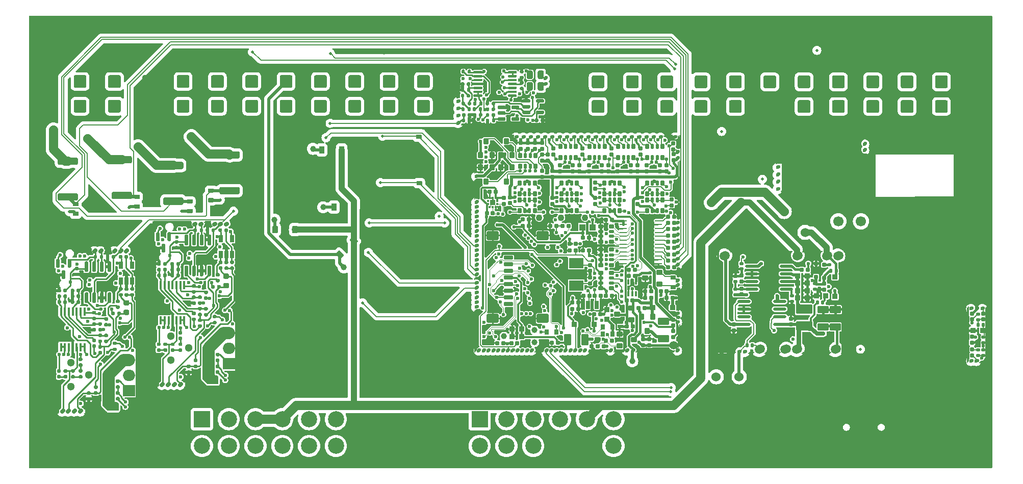
<source format=gbl>
G75*
G70*
%OFA0B0*%
%FSLAX25Y25*%
%IPPOS*%
%LPD*%
%AMOC8*
5,1,8,0,0,1.08239X$1,22.5*
%
%AMM103*
21,1,0.019680,0.019680,-0.000000,0.000000,90.000000*
21,1,0.015750,0.023620,-0.000000,0.000000,90.000000*
1,1,0.003940,0.009840,0.007870*
1,1,0.003940,0.009840,-0.007870*
1,1,0.003940,-0.009840,-0.007870*
1,1,0.003940,-0.009840,0.007870*
%
%AMM104*
21,1,0.019680,0.019680,-0.000000,0.000000,0.000000*
21,1,0.015750,0.023620,-0.000000,0.000000,0.000000*
1,1,0.003940,0.007870,-0.009840*
1,1,0.003940,-0.007870,-0.009840*
1,1,0.003940,-0.007870,0.009840*
1,1,0.003940,0.007870,0.009840*
%
%AMM119*
21,1,0.033470,0.026770,-0.000000,0.000000,0.000000*
21,1,0.026770,0.033470,-0.000000,0.000000,0.000000*
1,1,0.006690,0.013390,-0.013390*
1,1,0.006690,-0.013390,-0.013390*
1,1,0.006690,-0.013390,0.013390*
1,1,0.006690,0.013390,0.013390*
%
%AMM120*
21,1,0.023620,0.018900,-0.000000,0.000000,270.000000*
21,1,0.018900,0.023620,-0.000000,0.000000,270.000000*
1,1,0.004720,-0.009450,-0.009450*
1,1,0.004720,-0.009450,0.009450*
1,1,0.004720,0.009450,0.009450*
1,1,0.004720,0.009450,-0.009450*
%
%AMM134*
21,1,0.035830,0.026770,-0.000000,-0.000000,180.000000*
21,1,0.029130,0.033470,-0.000000,-0.000000,180.000000*
1,1,0.006690,-0.014570,0.013390*
1,1,0.006690,0.014570,0.013390*
1,1,0.006690,0.014570,-0.013390*
1,1,0.006690,-0.014570,-0.013390*
%
%AMM135*
21,1,0.070870,0.036220,-0.000000,-0.000000,270.000000*
21,1,0.061810,0.045280,-0.000000,-0.000000,270.000000*
1,1,0.009060,-0.018110,-0.030910*
1,1,0.009060,-0.018110,0.030910*
1,1,0.009060,0.018110,0.030910*
1,1,0.009060,0.018110,-0.030910*
%
%AMM136*
21,1,0.033470,0.026770,-0.000000,-0.000000,180.000000*
21,1,0.026770,0.033470,-0.000000,-0.000000,180.000000*
1,1,0.006690,-0.013390,0.013390*
1,1,0.006690,0.013390,0.013390*
1,1,0.006690,0.013390,-0.013390*
1,1,0.006690,-0.013390,-0.013390*
%
%AMM170*
21,1,0.035830,0.026770,0.000000,-0.000000,270.000000*
21,1,0.029130,0.033470,0.000000,-0.000000,270.000000*
1,1,0.006690,-0.013390,-0.014570*
1,1,0.006690,-0.013390,0.014570*
1,1,0.006690,0.013390,0.014570*
1,1,0.006690,0.013390,-0.014570*
%
%AMM171*
21,1,0.070870,0.036220,0.000000,-0.000000,0.000000*
21,1,0.061810,0.045280,0.000000,-0.000000,0.000000*
1,1,0.009060,0.030910,-0.018110*
1,1,0.009060,-0.030910,-0.018110*
1,1,0.009060,-0.030910,0.018110*
1,1,0.009060,0.030910,0.018110*
%
%AMM174*
21,1,0.023620,0.018900,0.000000,-0.000000,0.000000*
21,1,0.018900,0.023620,0.000000,-0.000000,0.000000*
1,1,0.004720,0.009450,-0.009450*
1,1,0.004720,-0.009450,-0.009450*
1,1,0.004720,-0.009450,0.009450*
1,1,0.004720,0.009450,0.009450*
%
%AMM175*
21,1,0.019680,0.019680,0.000000,-0.000000,270.000000*
21,1,0.015750,0.023620,0.000000,-0.000000,270.000000*
1,1,0.003940,-0.009840,-0.007870*
1,1,0.003940,-0.009840,0.007870*
1,1,0.003940,0.009840,0.007870*
1,1,0.003940,0.009840,-0.007870*
%
%AMM176*
21,1,0.019680,0.019680,0.000000,-0.000000,180.000000*
21,1,0.015750,0.023620,0.000000,-0.000000,180.000000*
1,1,0.003940,-0.007870,0.009840*
1,1,0.003940,0.007870,0.009840*
1,1,0.003940,0.007870,-0.009840*
1,1,0.003940,-0.007870,-0.009840*
%
%AMM190*
21,1,0.106300,0.050390,0.000000,-0.000000,0.000000*
21,1,0.093700,0.062990,0.000000,-0.000000,0.000000*
1,1,0.012600,0.046850,-0.025200*
1,1,0.012600,-0.046850,-0.025200*
1,1,0.012600,-0.046850,0.025200*
1,1,0.012600,0.046850,0.025200*
%
%AMM191*
21,1,0.033470,0.026770,0.000000,-0.000000,180.000000*
21,1,0.026770,0.033470,0.000000,-0.000000,180.000000*
1,1,0.006690,-0.013390,0.013390*
1,1,0.006690,0.013390,0.013390*
1,1,0.006690,0.013390,-0.013390*
1,1,0.006690,-0.013390,-0.013390*
%
%AMM192*
21,1,0.023620,0.018900,0.000000,-0.000000,90.000000*
21,1,0.018900,0.023620,0.000000,-0.000000,90.000000*
1,1,0.004720,0.009450,0.009450*
1,1,0.004720,0.009450,-0.009450*
1,1,0.004720,-0.009450,-0.009450*
1,1,0.004720,-0.009450,0.009450*
%
%AMM193*
21,1,0.122050,0.075590,0.000000,-0.000000,90.000000*
21,1,0.103150,0.094490,0.000000,-0.000000,90.000000*
1,1,0.018900,0.037800,0.051580*
1,1,0.018900,0.037800,-0.051580*
1,1,0.018900,-0.037800,-0.051580*
1,1,0.018900,-0.037800,0.051580*
%
%AMM194*
21,1,0.118110,0.083460,0.000000,-0.000000,270.000000*
21,1,0.097240,0.104330,0.000000,-0.000000,270.000000*
1,1,0.020870,-0.041730,-0.048620*
1,1,0.020870,-0.041730,0.048620*
1,1,0.020870,0.041730,0.048620*
1,1,0.020870,0.041730,-0.048620*
%
%AMM255*
21,1,0.025590,0.026380,-0.000000,-0.000000,90.000000*
21,1,0.020470,0.031500,-0.000000,-0.000000,90.000000*
1,1,0.005120,0.013190,0.010240*
1,1,0.005120,0.013190,-0.010240*
1,1,0.005120,-0.013190,-0.010240*
1,1,0.005120,-0.013190,0.010240*
%
%AMM256*
21,1,0.017720,0.027950,-0.000000,-0.000000,90.000000*
21,1,0.014170,0.031500,-0.000000,-0.000000,90.000000*
1,1,0.003540,0.013980,0.007090*
1,1,0.003540,0.013980,-0.007090*
1,1,0.003540,-0.013980,-0.007090*
1,1,0.003540,-0.013980,0.007090*
%
%AMM259*
21,1,0.027560,0.018900,-0.000000,-0.000000,270.000000*
21,1,0.022840,0.023620,-0.000000,-0.000000,270.000000*
1,1,0.004720,-0.009450,-0.011420*
1,1,0.004720,-0.009450,0.011420*
1,1,0.004720,0.009450,0.011420*
1,1,0.004720,0.009450,-0.011420*
%
%AMM261*
21,1,0.027560,0.018900,-0.000000,-0.000000,0.000000*
21,1,0.022840,0.023620,-0.000000,-0.000000,0.000000*
1,1,0.004720,0.011420,-0.009450*
1,1,0.004720,-0.011420,-0.009450*
1,1,0.004720,-0.011420,0.009450*
1,1,0.004720,0.011420,0.009450*
%
%AMM263*
21,1,0.035430,0.030320,-0.000000,-0.000000,90.000000*
21,1,0.028350,0.037400,-0.000000,-0.000000,90.000000*
1,1,0.007090,0.015160,0.014170*
1,1,0.007090,0.015160,-0.014170*
1,1,0.007090,-0.015160,-0.014170*
1,1,0.007090,-0.015160,0.014170*
%
%AMM266*
21,1,0.027560,0.030710,-0.000000,-0.000000,180.000000*
21,1,0.022050,0.036220,-0.000000,-0.000000,180.000000*
1,1,0.005510,-0.011020,0.015350*
1,1,0.005510,0.011020,0.015350*
1,1,0.005510,0.011020,-0.015350*
1,1,0.005510,-0.011020,-0.015350*
%
%AMM287*
21,1,0.033470,0.026770,-0.000000,-0.000000,270.000000*
21,1,0.026770,0.033470,-0.000000,-0.000000,270.000000*
1,1,0.006690,-0.013390,-0.013390*
1,1,0.006690,-0.013390,0.013390*
1,1,0.006690,0.013390,0.013390*
1,1,0.006690,0.013390,-0.013390*
%
%AMM288*
21,1,0.025590,0.026380,-0.000000,-0.000000,180.000000*
21,1,0.020470,0.031500,-0.000000,-0.000000,180.000000*
1,1,0.005120,-0.010240,0.013190*
1,1,0.005120,0.010240,0.013190*
1,1,0.005120,0.010240,-0.013190*
1,1,0.005120,-0.010240,-0.013190*
%
%AMM289*
21,1,0.017720,0.027950,-0.000000,-0.000000,180.000000*
21,1,0.014170,0.031500,-0.000000,-0.000000,180.000000*
1,1,0.003540,-0.007090,0.013980*
1,1,0.003540,0.007090,0.013980*
1,1,0.003540,0.007090,-0.013980*
1,1,0.003540,-0.007090,-0.013980*
%
%AMM290*
21,1,0.078740,0.045670,-0.000000,-0.000000,0.000000*
21,1,0.067320,0.057090,-0.000000,-0.000000,0.000000*
1,1,0.011420,0.033660,-0.022840*
1,1,0.011420,-0.033660,-0.022840*
1,1,0.011420,-0.033660,0.022840*
1,1,0.011420,0.033660,0.022840*
%
%AMM291*
21,1,0.059060,0.020470,-0.000000,-0.000000,0.000000*
21,1,0.053940,0.025590,-0.000000,-0.000000,0.000000*
1,1,0.005120,0.026970,-0.010240*
1,1,0.005120,-0.026970,-0.010240*
1,1,0.005120,-0.026970,0.010240*
1,1,0.005120,0.026970,0.010240*
%
%AMM292*
21,1,0.035430,0.030320,-0.000000,-0.000000,0.000000*
21,1,0.028350,0.037400,-0.000000,-0.000000,0.000000*
1,1,0.007090,0.014170,-0.015160*
1,1,0.007090,-0.014170,-0.015160*
1,1,0.007090,-0.014170,0.015160*
1,1,0.007090,0.014170,0.015160*
%
%AMM293*
21,1,0.012600,0.028980,-0.000000,-0.000000,0.000000*
21,1,0.010080,0.031500,-0.000000,-0.000000,0.000000*
1,1,0.002520,0.005040,-0.014490*
1,1,0.002520,-0.005040,-0.014490*
1,1,0.002520,-0.005040,0.014490*
1,1,0.002520,0.005040,0.014490*
%
%AMM294*
21,1,0.070870,0.036220,-0.000000,-0.000000,180.000000*
21,1,0.061810,0.045280,-0.000000,-0.000000,180.000000*
1,1,0.009060,-0.030910,0.018110*
1,1,0.009060,0.030910,0.018110*
1,1,0.009060,0.030910,-0.018110*
1,1,0.009060,-0.030910,-0.018110*
%
%AMM295*
21,1,0.027560,0.049610,-0.000000,-0.000000,180.000000*
21,1,0.022050,0.055120,-0.000000,-0.000000,180.000000*
1,1,0.005510,-0.011020,0.024800*
1,1,0.005510,0.011020,0.024800*
1,1,0.005510,0.011020,-0.024800*
1,1,0.005510,-0.011020,-0.024800*
%
%AMM296*
21,1,0.027560,0.030710,-0.000000,-0.000000,270.000000*
21,1,0.022050,0.036220,-0.000000,-0.000000,270.000000*
1,1,0.005510,-0.015350,-0.011020*
1,1,0.005510,-0.015350,0.011020*
1,1,0.005510,0.015350,0.011020*
1,1,0.005510,0.015350,-0.011020*
%
%ADD10C,0.06000*%
%ADD105C,0.03150*%
%ADD121C,0.00984*%
%ADD13R,0.10559X0.10559*%
%ADD14C,0.10559*%
%ADD143C,0.05118*%
%ADD15C,0.12756*%
%ADD156C,0.03900*%
%ADD16C,0.22047*%
%ADD17C,0.02362*%
%ADD18O,0.04823X0.00787*%
%ADD184C,0.00492*%
%ADD185C,0.01260*%
%ADD186C,0.04331*%
%ADD187C,0.05512*%
%ADD19O,0.00787X0.36614*%
%ADD20R,0.00984X0.24350*%
%ADD21R,0.00984X0.04390*%
%ADD22R,0.56201X0.00984*%
%ADD221R,0.01378X0.01476*%
%ADD222R,0.01968X0.01968*%
%ADD224O,0.04961X0.00984*%
%ADD226R,0.09449X0.06693*%
%ADD227R,0.01476X0.01378*%
%ADD229R,0.03937X0.04331*%
%ADD23R,0.59449X0.00984*%
%ADD24R,0.00984X0.20374*%
%ADD25C,0.02756*%
%ADD260M103*%
%ADD261M104*%
%ADD262O,0.40158X0.00787*%
%ADD277M119*%
%ADD278M120*%
%ADD279O,0.08661X0.01968*%
%ADD28R,0.04331X0.00984*%
%ADD29R,0.03858X0.00984*%
%ADD294M134*%
%ADD295M135*%
%ADD296M136*%
%ADD31R,0.00984X1.08661*%
%ADD33R,0.03740X0.00984*%
%ADD330M170*%
%ADD331M171*%
%ADD334M174*%
%ADD335M175*%
%ADD336M176*%
%ADD34C,0.05906*%
%ADD35O,0.12992X0.00787*%
%ADD350M190*%
%ADD351M191*%
%ADD352M192*%
%ADD353M193*%
%ADD354M194*%
%ADD36O,0.40157X0.00787*%
%ADD368R,0.07874X0.07500*%
%ADD369O,0.07874X0.07500*%
%ADD37O,0.01181X0.00787*%
%ADD371R,0.01772X0.05709*%
%ADD372R,0.02559X0.04803*%
%ADD38O,0.00787X0.66929*%
%ADD39O,0.00787X0.60630*%
%ADD40O,0.18898X0.00787*%
%ADD41O,0.10236X0.00787*%
%ADD42O,0.03937X0.00787*%
%ADD43O,0.05906X0.00787*%
%ADD44C,0.06693*%
%ADD448M255*%
%ADD449M256*%
%ADD452M259*%
%ADD454M261*%
%ADD456M263*%
%ADD459M266*%
%ADD46O,0.03937X0.08268*%
%ADD47O,0.03937X0.06299*%
%ADD48R,0.00787X0.14567*%
%ADD480M287*%
%ADD481M288*%
%ADD482M289*%
%ADD483M290*%
%ADD484M291*%
%ADD485M292*%
%ADD486M293*%
%ADD487M294*%
%ADD488M295*%
%ADD489M296*%
%ADD49R,0.00787X0.01575*%
%ADD50R,0.00787X0.06299*%
%ADD51R,0.00787X0.38189*%
%ADD52R,0.00787X0.09055*%
%ADD53R,0.05512X0.00787*%
%ADD54R,0.25197X0.00787*%
%ADD55R,0.06693X0.00787*%
%ADD56R,0.12992X0.00787*%
%ADD57R,0.00787X0.27559*%
%ADD58R,0.00787X0.12992*%
%ADD59R,0.00787X0.24803*%
%ADD61C,0.03937*%
%ADD62C,0.01969*%
%ADD63C,0.00787*%
%ADD64C,0.07874*%
%ADD67C,0.01181*%
%ADD70C,0.00591*%
%ADD79R,0.24803X0.00984*%
%ADD80R,0.34449X0.00984*%
%ADD81C,0.01968*%
%ADD82C,0.01575*%
X0000000Y0000000D02*
%LPD*%
G01*
D10*
X0464291Y0059646D03*
X0449291Y0059646D03*
D13*
X0294626Y0031890D03*
D14*
X0312146Y0031890D03*
X0329626Y0031890D03*
X0347146Y0031890D03*
X0364626Y0031890D03*
X0382146Y0031890D03*
X0382146Y0014370D03*
X0364626Y0014370D03*
X0347146Y0014370D03*
X0329626Y0014370D03*
X0312146Y0014370D03*
X0294626Y0014370D03*
D15*
X0270866Y0023110D03*
X0405866Y0023110D03*
D16*
X0162106Y0076477D03*
D17*
X0615748Y0104036D03*
D18*
X0623524Y0068996D03*
D19*
X0613386Y0086910D03*
X0625591Y0086910D03*
D17*
X0619488Y0104036D03*
X0623228Y0104036D03*
X0619291Y0069784D03*
X0615748Y0069784D03*
X0280512Y0234744D03*
X0280512Y0239469D03*
X0280512Y0230020D03*
X0280512Y0225295D03*
D20*
X0338189Y0235797D03*
D21*
X0338189Y0259616D03*
D22*
X0310581Y0224114D03*
D23*
X0308957Y0261319D03*
D24*
X0279724Y0251624D03*
D17*
X0337303Y0250728D03*
X0337303Y0254665D03*
D25*
X0021654Y0036910D03*
X0033465Y0036910D03*
X0029528Y0036910D03*
X0025591Y0036910D03*
D28*
X0068307Y0143110D03*
D29*
X0051220Y0143110D03*
D79*
X0027756Y0143110D03*
D31*
X0069980Y0089272D03*
X0015846Y0089272D03*
D80*
X0053248Y0035433D03*
D33*
X0017224Y0035433D03*
D25*
X0059646Y0141599D03*
X0055709Y0141599D03*
X0042732Y0141599D03*
X0046732Y0141599D03*
X0063583Y0141599D03*
D34*
X0526968Y0077461D03*
X0501772Y0077461D03*
X0494291Y0077461D03*
X0477362Y0077461D03*
D17*
X0467913Y0075689D03*
X0463976Y0075689D03*
D35*
X0511811Y0141043D03*
D36*
X0478346Y0141043D03*
D37*
X0450394Y0141043D03*
D38*
X0450197Y0107973D03*
D39*
X0531299Y0104823D03*
D34*
X0452756Y0077461D03*
D37*
X0531102Y0074902D03*
D40*
X0514567Y0074902D03*
D41*
X0485630Y0074902D03*
D42*
X0471850Y0074902D03*
D43*
X0458858Y0074902D03*
D34*
X0528740Y0138484D03*
X0521457Y0138484D03*
X0501968Y0138484D03*
X0454528Y0138484D03*
G36*
G01*
X0253740Y0233268D02*
X0253740Y0239567D01*
G75*
G02*
X0254724Y0240551I0000984J0000000D01*
G01*
X0261024Y0240551D01*
G75*
G02*
X0262008Y0239567I0000000J-000984D01*
G01*
X0262008Y0233268D01*
G75*
G02*
X0261024Y0232284I-000984J0000000D01*
G01*
X0254724Y0232284D01*
G75*
G02*
X0253740Y0233268I0000000J0000984D01*
G01*
G37*
G36*
G01*
X0231299Y0233268D02*
X0231299Y0239567D01*
G75*
G02*
X0232283Y0240551I0000984J0000000D01*
G01*
X0238583Y0240551D01*
G75*
G02*
X0239567Y0239567I0000000J-000984D01*
G01*
X0239567Y0233268D01*
G75*
G02*
X0238583Y0232284I-000984J0000000D01*
G01*
X0232283Y0232284D01*
G75*
G02*
X0231299Y0233268I0000000J0000984D01*
G01*
G37*
G36*
G01*
X0208858Y0233268D02*
X0208858Y0239567D01*
G75*
G02*
X0209843Y0240551I0000984J0000000D01*
G01*
X0216142Y0240551D01*
G75*
G02*
X0217126Y0239567I0000000J-000984D01*
G01*
X0217126Y0233268D01*
G75*
G02*
X0216142Y0232284I-000984J0000000D01*
G01*
X0209843Y0232284D01*
G75*
G02*
X0208858Y0233268I0000000J0000984D01*
G01*
G37*
G36*
G01*
X0186417Y0233268D02*
X0186417Y0239567D01*
G75*
G02*
X0187402Y0240551I0000984J0000000D01*
G01*
X0193701Y0240551D01*
G75*
G02*
X0194685Y0239567I0000000J-000984D01*
G01*
X0194685Y0233268D01*
G75*
G02*
X0193701Y0232284I-000984J0000000D01*
G01*
X0187402Y0232284D01*
G75*
G02*
X0186417Y0233268I0000000J0000984D01*
G01*
G37*
G36*
G01*
X0163976Y0233268D02*
X0163976Y0239567D01*
G75*
G02*
X0164961Y0240551I0000984J0000000D01*
G01*
X0171260Y0240551D01*
G75*
G02*
X0172244Y0239567I0000000J-000984D01*
G01*
X0172244Y0233268D01*
G75*
G02*
X0171260Y0232284I-000984J0000000D01*
G01*
X0164961Y0232284D01*
G75*
G02*
X0163976Y0233268I0000000J0000984D01*
G01*
G37*
G36*
G01*
X0141535Y0233268D02*
X0141535Y0239567D01*
G75*
G02*
X0142520Y0240551I0000984J0000000D01*
G01*
X0148819Y0240551D01*
G75*
G02*
X0149803Y0239567I0000000J-000984D01*
G01*
X0149803Y0233268D01*
G75*
G02*
X0148819Y0232284I-000984J0000000D01*
G01*
X0142520Y0232284D01*
G75*
G02*
X0141535Y0233268I0000000J0000984D01*
G01*
G37*
G36*
G01*
X0119094Y0233268D02*
X0119094Y0239567D01*
G75*
G02*
X0120079Y0240551I0000984J0000000D01*
G01*
X0126378Y0240551D01*
G75*
G02*
X0127362Y0239567I0000000J-000984D01*
G01*
X0127362Y0233268D01*
G75*
G02*
X0126378Y0232284I-000984J0000000D01*
G01*
X0120079Y0232284D01*
G75*
G02*
X0119094Y0233268I0000000J0000984D01*
G01*
G37*
G36*
G01*
X0096654Y0233268D02*
X0096654Y0239567D01*
G75*
G02*
X0097638Y0240551I0000984J0000000D01*
G01*
X0103937Y0240551D01*
G75*
G02*
X0104921Y0239567I0000000J-000984D01*
G01*
X0104921Y0233268D01*
G75*
G02*
X0103937Y0232284I-000984J0000000D01*
G01*
X0097638Y0232284D01*
G75*
G02*
X0096654Y0233268I0000000J0000984D01*
G01*
G37*
G36*
G01*
X0074213Y0233268D02*
X0074213Y0239567D01*
G75*
G02*
X0075197Y0240551I0000984J0000000D01*
G01*
X0081496Y0240551D01*
G75*
G02*
X0082480Y0239567I0000000J-000984D01*
G01*
X0082480Y0233268D01*
G75*
G02*
X0081496Y0232284I-000984J0000000D01*
G01*
X0075197Y0232284D01*
G75*
G02*
X0074213Y0233268I0000000J0000984D01*
G01*
G37*
G36*
G01*
X0051772Y0233268D02*
X0051772Y0239567D01*
G75*
G02*
X0052756Y0240551I0000984J0000000D01*
G01*
X0059055Y0240551D01*
G75*
G02*
X0060039Y0239567I0000000J-000984D01*
G01*
X0060039Y0233268D01*
G75*
G02*
X0059055Y0232284I-000984J0000000D01*
G01*
X0052756Y0232284D01*
G75*
G02*
X0051772Y0233268I0000000J0000984D01*
G01*
G37*
G36*
G01*
X0029331Y0233268D02*
X0029331Y0239567D01*
G75*
G02*
X0030315Y0240551I0000984J0000000D01*
G01*
X0036614Y0240551D01*
G75*
G02*
X0037598Y0239567I0000000J-000984D01*
G01*
X0037598Y0233268D01*
G75*
G02*
X0036614Y0232284I-000984J0000000D01*
G01*
X0030315Y0232284D01*
G75*
G02*
X0029331Y0233268I0000000J0000984D01*
G01*
G37*
G36*
G01*
X0253740Y0249410D02*
X0253740Y0255709D01*
G75*
G02*
X0254724Y0256693I0000984J0000000D01*
G01*
X0261024Y0256693D01*
G75*
G02*
X0262008Y0255709I0000000J-000984D01*
G01*
X0262008Y0249410D01*
G75*
G02*
X0261024Y0248425I-000984J0000000D01*
G01*
X0254724Y0248425D01*
G75*
G02*
X0253740Y0249410I0000000J0000984D01*
G01*
G37*
G36*
G01*
X0231299Y0249410D02*
X0231299Y0255709D01*
G75*
G02*
X0232283Y0256693I0000984J0000000D01*
G01*
X0238583Y0256693D01*
G75*
G02*
X0239567Y0255709I0000000J-000984D01*
G01*
X0239567Y0249410D01*
G75*
G02*
X0238583Y0248425I-000984J0000000D01*
G01*
X0232283Y0248425D01*
G75*
G02*
X0231299Y0249410I0000000J0000984D01*
G01*
G37*
G36*
G01*
X0208858Y0249410D02*
X0208858Y0255709D01*
G75*
G02*
X0209843Y0256693I0000984J0000000D01*
G01*
X0216142Y0256693D01*
G75*
G02*
X0217126Y0255709I0000000J-000984D01*
G01*
X0217126Y0249410D01*
G75*
G02*
X0216142Y0248425I-000984J0000000D01*
G01*
X0209843Y0248425D01*
G75*
G02*
X0208858Y0249410I0000000J0000984D01*
G01*
G37*
G36*
G01*
X0186417Y0249410D02*
X0186417Y0255709D01*
G75*
G02*
X0187402Y0256693I0000984J0000000D01*
G01*
X0193701Y0256693D01*
G75*
G02*
X0194685Y0255709I0000000J-000984D01*
G01*
X0194685Y0249410D01*
G75*
G02*
X0193701Y0248425I-000984J0000000D01*
G01*
X0187402Y0248425D01*
G75*
G02*
X0186417Y0249410I0000000J0000984D01*
G01*
G37*
G36*
G01*
X0163976Y0249410D02*
X0163976Y0255709D01*
G75*
G02*
X0164961Y0256693I0000984J0000000D01*
G01*
X0171260Y0256693D01*
G75*
G02*
X0172244Y0255709I0000000J-000984D01*
G01*
X0172244Y0249410D01*
G75*
G02*
X0171260Y0248425I-000984J0000000D01*
G01*
X0164961Y0248425D01*
G75*
G02*
X0163976Y0249410I0000000J0000984D01*
G01*
G37*
G36*
G01*
X0141535Y0249410D02*
X0141535Y0255709D01*
G75*
G02*
X0142520Y0256693I0000984J0000000D01*
G01*
X0148819Y0256693D01*
G75*
G02*
X0149803Y0255709I0000000J-000984D01*
G01*
X0149803Y0249410D01*
G75*
G02*
X0148819Y0248425I-000984J0000000D01*
G01*
X0142520Y0248425D01*
G75*
G02*
X0141535Y0249410I0000000J0000984D01*
G01*
G37*
G36*
G01*
X0119094Y0249410D02*
X0119094Y0255709D01*
G75*
G02*
X0120079Y0256693I0000984J0000000D01*
G01*
X0126378Y0256693D01*
G75*
G02*
X0127362Y0255709I0000000J-000984D01*
G01*
X0127362Y0249410D01*
G75*
G02*
X0126378Y0248425I-000984J0000000D01*
G01*
X0120079Y0248425D01*
G75*
G02*
X0119094Y0249410I0000000J0000984D01*
G01*
G37*
G36*
G01*
X0096654Y0249410D02*
X0096654Y0255709D01*
G75*
G02*
X0097638Y0256693I0000984J0000000D01*
G01*
X0103937Y0256693D01*
G75*
G02*
X0104921Y0255709I0000000J-000984D01*
G01*
X0104921Y0249410D01*
G75*
G02*
X0103937Y0248425I-000984J0000000D01*
G01*
X0097638Y0248425D01*
G75*
G02*
X0096654Y0249410I0000000J0000984D01*
G01*
G37*
G36*
G01*
X0074213Y0249410D02*
X0074213Y0255709D01*
G75*
G02*
X0075197Y0256693I0000984J0000000D01*
G01*
X0081496Y0256693D01*
G75*
G02*
X0082480Y0255709I0000000J-000984D01*
G01*
X0082480Y0249410D01*
G75*
G02*
X0081496Y0248425I-000984J0000000D01*
G01*
X0075197Y0248425D01*
G75*
G02*
X0074213Y0249410I0000000J0000984D01*
G01*
G37*
G36*
G01*
X0051772Y0249410D02*
X0051772Y0255709D01*
G75*
G02*
X0052756Y0256693I0000984J0000000D01*
G01*
X0059055Y0256693D01*
G75*
G02*
X0060039Y0255709I0000000J-000984D01*
G01*
X0060039Y0249410D01*
G75*
G02*
X0059055Y0248425I-000984J0000000D01*
G01*
X0052756Y0248425D01*
G75*
G02*
X0051772Y0249410I0000000J0000984D01*
G01*
G37*
G36*
G01*
X0029331Y0249410D02*
X0029331Y0255709D01*
G75*
G02*
X0030315Y0256693I0000984J0000000D01*
G01*
X0036614Y0256693D01*
G75*
G02*
X0037598Y0255709I0000000J-000984D01*
G01*
X0037598Y0249410D01*
G75*
G02*
X0036614Y0248425I-000984J0000000D01*
G01*
X0030315Y0248425D01*
G75*
G02*
X0029331Y0249410I0000000J0000984D01*
G01*
G37*
G36*
G01*
X0592323Y0233071D02*
X0592323Y0239370D01*
G75*
G02*
X0593307Y0240354I0000984J0000000D01*
G01*
X0599606Y0240354D01*
G75*
G02*
X0600591Y0239370I0000000J-000984D01*
G01*
X0600591Y0233071D01*
G75*
G02*
X0599606Y0232087I-000984J0000000D01*
G01*
X0593307Y0232087D01*
G75*
G02*
X0592323Y0233071I0000000J0000984D01*
G01*
G37*
G36*
G01*
X0569882Y0233071D02*
X0569882Y0239370D01*
G75*
G02*
X0570866Y0240354I0000984J0000000D01*
G01*
X0577165Y0240354D01*
G75*
G02*
X0578150Y0239370I0000000J-000984D01*
G01*
X0578150Y0233071D01*
G75*
G02*
X0577165Y0232087I-000984J0000000D01*
G01*
X0570866Y0232087D01*
G75*
G02*
X0569882Y0233071I0000000J0000984D01*
G01*
G37*
G36*
G01*
X0547441Y0233071D02*
X0547441Y0239370D01*
G75*
G02*
X0548425Y0240354I0000984J0000000D01*
G01*
X0554724Y0240354D01*
G75*
G02*
X0555709Y0239370I0000000J-000984D01*
G01*
X0555709Y0233071D01*
G75*
G02*
X0554724Y0232087I-000984J0000000D01*
G01*
X0548425Y0232087D01*
G75*
G02*
X0547441Y0233071I0000000J0000984D01*
G01*
G37*
G36*
G01*
X0525000Y0233071D02*
X0525000Y0239370D01*
G75*
G02*
X0525984Y0240354I0000984J0000000D01*
G01*
X0532283Y0240354D01*
G75*
G02*
X0533268Y0239370I0000000J-000984D01*
G01*
X0533268Y0233071D01*
G75*
G02*
X0532283Y0232087I-000984J0000000D01*
G01*
X0525984Y0232087D01*
G75*
G02*
X0525000Y0233071I0000000J0000984D01*
G01*
G37*
G36*
G01*
X0502559Y0233071D02*
X0502559Y0239370D01*
G75*
G02*
X0503543Y0240354I0000984J0000000D01*
G01*
X0509842Y0240354D01*
G75*
G02*
X0510827Y0239370I0000000J-000984D01*
G01*
X0510827Y0233071D01*
G75*
G02*
X0509842Y0232087I-000984J0000000D01*
G01*
X0503543Y0232087D01*
G75*
G02*
X0502559Y0233071I0000000J0000984D01*
G01*
G37*
G36*
G01*
X0480118Y0233071D02*
X0480118Y0239370D01*
G75*
G02*
X0481102Y0240354I0000984J0000000D01*
G01*
X0487402Y0240354D01*
G75*
G02*
X0488386Y0239370I0000000J-000984D01*
G01*
X0488386Y0233071D01*
G75*
G02*
X0487402Y0232087I-000984J0000000D01*
G01*
X0481102Y0232087D01*
G75*
G02*
X0480118Y0233071I0000000J0000984D01*
G01*
G37*
G36*
G01*
X0457677Y0233071D02*
X0457677Y0239370D01*
G75*
G02*
X0458661Y0240354I0000984J0000000D01*
G01*
X0464961Y0240354D01*
G75*
G02*
X0465945Y0239370I0000000J-000984D01*
G01*
X0465945Y0233071D01*
G75*
G02*
X0464961Y0232087I-000984J0000000D01*
G01*
X0458661Y0232087D01*
G75*
G02*
X0457677Y0233071I0000000J0000984D01*
G01*
G37*
G36*
G01*
X0435236Y0233071D02*
X0435236Y0239370D01*
G75*
G02*
X0436220Y0240354I0000984J0000000D01*
G01*
X0442520Y0240354D01*
G75*
G02*
X0443504Y0239370I0000000J-000984D01*
G01*
X0443504Y0233071D01*
G75*
G02*
X0442520Y0232087I-000984J0000000D01*
G01*
X0436220Y0232087D01*
G75*
G02*
X0435236Y0233071I0000000J0000984D01*
G01*
G37*
G36*
G01*
X0412795Y0233071D02*
X0412795Y0239370D01*
G75*
G02*
X0413780Y0240354I0000984J0000000D01*
G01*
X0420079Y0240354D01*
G75*
G02*
X0421063Y0239370I0000000J-000984D01*
G01*
X0421063Y0233071D01*
G75*
G02*
X0420079Y0232087I-000984J0000000D01*
G01*
X0413780Y0232087D01*
G75*
G02*
X0412795Y0233071I0000000J0000984D01*
G01*
G37*
G36*
G01*
X0390354Y0233071D02*
X0390354Y0239370D01*
G75*
G02*
X0391339Y0240354I0000984J0000000D01*
G01*
X0397638Y0240354D01*
G75*
G02*
X0398622Y0239370I0000000J-000984D01*
G01*
X0398622Y0233071D01*
G75*
G02*
X0397638Y0232087I-000984J0000000D01*
G01*
X0391339Y0232087D01*
G75*
G02*
X0390354Y0233071I0000000J0000984D01*
G01*
G37*
G36*
G01*
X0367913Y0233071D02*
X0367913Y0239370D01*
G75*
G02*
X0368898Y0240354I0000984J0000000D01*
G01*
X0375197Y0240354D01*
G75*
G02*
X0376181Y0239370I0000000J-000984D01*
G01*
X0376181Y0233071D01*
G75*
G02*
X0375197Y0232087I-000984J0000000D01*
G01*
X0368898Y0232087D01*
G75*
G02*
X0367913Y0233071I0000000J0000984D01*
G01*
G37*
G36*
G01*
X0592323Y0249213D02*
X0592323Y0255512D01*
G75*
G02*
X0593307Y0256496I0000984J0000000D01*
G01*
X0599606Y0256496D01*
G75*
G02*
X0600591Y0255512I0000000J-000984D01*
G01*
X0600591Y0249213D01*
G75*
G02*
X0599606Y0248228I-000984J0000000D01*
G01*
X0593307Y0248228D01*
G75*
G02*
X0592323Y0249213I0000000J0000984D01*
G01*
G37*
G36*
G01*
X0569882Y0249213D02*
X0569882Y0255512D01*
G75*
G02*
X0570866Y0256496I0000984J0000000D01*
G01*
X0577165Y0256496D01*
G75*
G02*
X0578150Y0255512I0000000J-000984D01*
G01*
X0578150Y0249213D01*
G75*
G02*
X0577165Y0248228I-000984J0000000D01*
G01*
X0570866Y0248228D01*
G75*
G02*
X0569882Y0249213I0000000J0000984D01*
G01*
G37*
G36*
G01*
X0547441Y0249213D02*
X0547441Y0255512D01*
G75*
G02*
X0548425Y0256496I0000984J0000000D01*
G01*
X0554724Y0256496D01*
G75*
G02*
X0555709Y0255512I0000000J-000984D01*
G01*
X0555709Y0249213D01*
G75*
G02*
X0554724Y0248228I-000984J0000000D01*
G01*
X0548425Y0248228D01*
G75*
G02*
X0547441Y0249213I0000000J0000984D01*
G01*
G37*
G36*
G01*
X0525000Y0249213D02*
X0525000Y0255512D01*
G75*
G02*
X0525984Y0256496I0000984J0000000D01*
G01*
X0532283Y0256496D01*
G75*
G02*
X0533268Y0255512I0000000J-000984D01*
G01*
X0533268Y0249213D01*
G75*
G02*
X0532283Y0248228I-000984J0000000D01*
G01*
X0525984Y0248228D01*
G75*
G02*
X0525000Y0249213I0000000J0000984D01*
G01*
G37*
G36*
G01*
X0502559Y0249213D02*
X0502559Y0255512D01*
G75*
G02*
X0503543Y0256496I0000984J0000000D01*
G01*
X0509842Y0256496D01*
G75*
G02*
X0510827Y0255512I0000000J-000984D01*
G01*
X0510827Y0249213D01*
G75*
G02*
X0509842Y0248228I-000984J0000000D01*
G01*
X0503543Y0248228D01*
G75*
G02*
X0502559Y0249213I0000000J0000984D01*
G01*
G37*
G36*
G01*
X0480118Y0249213D02*
X0480118Y0255512D01*
G75*
G02*
X0481102Y0256496I0000984J0000000D01*
G01*
X0487402Y0256496D01*
G75*
G02*
X0488386Y0255512I0000000J-000984D01*
G01*
X0488386Y0249213D01*
G75*
G02*
X0487402Y0248228I-000984J0000000D01*
G01*
X0481102Y0248228D01*
G75*
G02*
X0480118Y0249213I0000000J0000984D01*
G01*
G37*
G36*
G01*
X0457677Y0249213D02*
X0457677Y0255512D01*
G75*
G02*
X0458661Y0256496I0000984J0000000D01*
G01*
X0464961Y0256496D01*
G75*
G02*
X0465945Y0255512I0000000J-000984D01*
G01*
X0465945Y0249213D01*
G75*
G02*
X0464961Y0248228I-000984J0000000D01*
G01*
X0458661Y0248228D01*
G75*
G02*
X0457677Y0249213I0000000J0000984D01*
G01*
G37*
G36*
G01*
X0435236Y0249213D02*
X0435236Y0255512D01*
G75*
G02*
X0436220Y0256496I0000984J0000000D01*
G01*
X0442520Y0256496D01*
G75*
G02*
X0443504Y0255512I0000000J-000984D01*
G01*
X0443504Y0249213D01*
G75*
G02*
X0442520Y0248228I-000984J0000000D01*
G01*
X0436220Y0248228D01*
G75*
G02*
X0435236Y0249213I0000000J0000984D01*
G01*
G37*
G36*
G01*
X0412795Y0249213D02*
X0412795Y0255512D01*
G75*
G02*
X0413780Y0256496I0000984J0000000D01*
G01*
X0420079Y0256496D01*
G75*
G02*
X0421063Y0255512I0000000J-000984D01*
G01*
X0421063Y0249213D01*
G75*
G02*
X0420079Y0248228I-000984J0000000D01*
G01*
X0413780Y0248228D01*
G75*
G02*
X0412795Y0249213I0000000J0000984D01*
G01*
G37*
G36*
G01*
X0390354Y0249213D02*
X0390354Y0255512D01*
G75*
G02*
X0391339Y0256496I0000984J0000000D01*
G01*
X0397638Y0256496D01*
G75*
G02*
X0398622Y0255512I0000000J-000984D01*
G01*
X0398622Y0249213D01*
G75*
G02*
X0397638Y0248228I-000984J0000000D01*
G01*
X0391339Y0248228D01*
G75*
G02*
X0390354Y0249213I0000000J0000984D01*
G01*
G37*
G36*
G01*
X0367913Y0249213D02*
X0367913Y0255512D01*
G75*
G02*
X0368898Y0256496I0000984J0000000D01*
G01*
X0375197Y0256496D01*
G75*
G02*
X0376181Y0255512I0000000J-000984D01*
G01*
X0376181Y0249213D01*
G75*
G02*
X0375197Y0248228I-000984J0000000D01*
G01*
X0368898Y0248228D01*
G75*
G02*
X0367913Y0249213I0000000J0000984D01*
G01*
G37*
D17*
X0489370Y0191634D03*
X0489370Y0196358D03*
X0489370Y0186910D03*
X0489370Y0182185D03*
D20*
X0547047Y0192687D03*
D21*
X0547047Y0216506D03*
D22*
X0519439Y0181004D03*
D23*
X0517815Y0218209D03*
D24*
X0488583Y0208514D03*
D17*
X0546161Y0207618D03*
X0546161Y0211555D03*
D44*
X0529035Y0161221D03*
D46*
X0528760Y0028563D03*
D47*
X0528760Y0012106D03*
D46*
X0562776Y0028563D03*
D47*
X0562776Y0012106D03*
D16*
X0574311Y0076477D03*
D44*
X0543917Y0161221D03*
D10*
X0446161Y0173425D03*
X0465453Y0173425D03*
D17*
X0292323Y0190453D03*
X0292323Y0173524D03*
X0292323Y0170374D03*
X0292323Y0167225D03*
X0292323Y0164075D03*
X0292323Y0160925D03*
X0292323Y0157776D03*
X0292323Y0154626D03*
X0292323Y0151477D03*
X0292323Y0148327D03*
X0292323Y0145177D03*
X0292323Y0142028D03*
X0292323Y0138878D03*
X0292323Y0135728D03*
X0292323Y0132579D03*
X0292323Y0129429D03*
X0292323Y0126280D03*
X0292323Y0120768D03*
X0292323Y0117618D03*
X0292323Y0114469D03*
X0292323Y0111319D03*
X0292323Y0108169D03*
X0292323Y0105020D03*
D48*
X0424606Y0085925D03*
D49*
X0424606Y0097933D03*
D48*
X0424606Y0109941D03*
D50*
X0424606Y0127461D03*
D51*
X0424606Y0181201D03*
D52*
X0424606Y0212697D03*
D53*
X0417520Y0216831D03*
D54*
X0409252Y0075886D03*
D55*
X0385433Y0075886D03*
D56*
X0371654Y0075886D03*
D53*
X0333268Y0075886D03*
D54*
X0303740Y0216831D03*
D57*
X0291535Y0089272D03*
D49*
X0291535Y0123524D03*
D58*
X0291535Y0181988D03*
D59*
X0291535Y0204823D03*
D17*
X0293898Y0076673D03*
X0297047Y0076673D03*
X0300197Y0076673D03*
X0303346Y0076673D03*
X0306496Y0076673D03*
X0309646Y0076673D03*
X0312795Y0076673D03*
X0315945Y0076673D03*
X0319094Y0076673D03*
X0322244Y0076673D03*
X0325394Y0076673D03*
X0328543Y0076673D03*
X0337992Y0076673D03*
X0341142Y0076673D03*
X0344291Y0076673D03*
X0347441Y0076673D03*
X0350591Y0076673D03*
X0353740Y0076673D03*
X0356890Y0076673D03*
X0360039Y0076673D03*
X0363189Y0076673D03*
X0380118Y0076673D03*
X0390748Y0076673D03*
X0394685Y0076673D03*
X0423819Y0076673D03*
X0318307Y0216043D03*
X0323031Y0216043D03*
X0327756Y0216043D03*
X0332480Y0216043D03*
X0337205Y0216043D03*
X0341929Y0216043D03*
X0346653Y0216043D03*
X0351378Y0216043D03*
X0356102Y0216043D03*
X0360827Y0216043D03*
X0365551Y0216043D03*
X0370276Y0216043D03*
X0375000Y0216043D03*
X0379724Y0216043D03*
X0384449Y0216043D03*
X0389173Y0216043D03*
X0393898Y0216043D03*
X0398622Y0216043D03*
X0403346Y0216043D03*
X0408071Y0216043D03*
X0412795Y0216043D03*
X0422244Y0216043D03*
X0423819Y0206201D03*
X0423819Y0202264D03*
X0423819Y0160138D03*
X0423819Y0156201D03*
X0423819Y0152264D03*
X0423819Y0148327D03*
X0423819Y0144390D03*
X0423819Y0140453D03*
X0423819Y0136516D03*
X0423819Y0132579D03*
X0423819Y0122343D03*
X0423819Y0119193D03*
X0423819Y0100689D03*
X0423819Y0095177D03*
D13*
X0113130Y0031890D03*
D14*
X0130650Y0031890D03*
X0148130Y0031890D03*
X0165650Y0031890D03*
X0183130Y0031890D03*
X0200650Y0031890D03*
X0200650Y0014370D03*
X0183130Y0014370D03*
X0165650Y0014370D03*
X0148130Y0014370D03*
X0130650Y0014370D03*
X0113130Y0014370D03*
D15*
X0089370Y0023110D03*
X0224370Y0023110D03*
D10*
X0493672Y0167647D03*
X0507313Y0154006D03*
D25*
X0086909Y0054331D03*
X0098720Y0054331D03*
X0094783Y0054331D03*
X0090846Y0054331D03*
D28*
X0133563Y0160532D03*
D29*
X0116476Y0160532D03*
D79*
X0093012Y0160532D03*
D31*
X0135236Y0106693D03*
X0081102Y0106693D03*
D80*
X0118504Y0052854D03*
D33*
X0082480Y0052854D03*
D25*
X0124902Y0159021D03*
X0120965Y0159021D03*
X0107988Y0159021D03*
X0111988Y0159021D03*
X0128839Y0159021D03*
G36*
G01*
X0100000Y0171949D02*
X0088780Y0171949D01*
G75*
G02*
X0087795Y0172933I0000000J0000984D01*
G01*
X0087795Y0175788D01*
G75*
G02*
X0088780Y0176772I0000984J0000000D01*
G01*
X0100000Y0176772D01*
G75*
G02*
X0100984Y0175788I0000000J-000984D01*
G01*
X0100984Y0172933D01*
G75*
G02*
X0100000Y0171949I-000984J0000000D01*
G01*
G37*
G36*
G01*
X0100000Y0195276D02*
X0088780Y0195276D01*
G75*
G02*
X0087795Y0196260I0000000J0000984D01*
G01*
X0087795Y0199114D01*
G75*
G02*
X0088780Y0200099I0000984J0000000D01*
G01*
X0100000Y0200099D01*
G75*
G02*
X0100984Y0199114I0000000J-000984D01*
G01*
X0100984Y0196260D01*
G75*
G02*
X0100000Y0195276I-000984J0000000D01*
G01*
G37*
G36*
G01*
X0136811Y0178839D02*
X0125591Y0178839D01*
G75*
G02*
X0124606Y0179823I0000000J0000984D01*
G01*
X0124606Y0182677D01*
G75*
G02*
X0125591Y0183662I0000984J0000000D01*
G01*
X0136811Y0183662D01*
G75*
G02*
X0137795Y0182677I0000000J-000984D01*
G01*
X0137795Y0179823D01*
G75*
G02*
X0136811Y0178839I-000984J0000000D01*
G01*
G37*
G36*
G01*
X0136811Y0202165D02*
X0125591Y0202165D01*
G75*
G02*
X0124606Y0203150I0000000J0000984D01*
G01*
X0124606Y0206004D01*
G75*
G02*
X0125591Y0206988I0000984J0000000D01*
G01*
X0136811Y0206988D01*
G75*
G02*
X0137795Y0206004I0000000J-000984D01*
G01*
X0137795Y0203150D01*
G75*
G02*
X0136811Y0202165I-000984J0000000D01*
G01*
G37*
G36*
G01*
X0072303Y0169587D02*
X0069232Y0169587D01*
G75*
G02*
X0068957Y0169862I0000000J0000276D01*
G01*
X0068957Y0172067D01*
G75*
G02*
X0069232Y0172343I0000276J0000000D01*
G01*
X0072303Y0172343D01*
G75*
G02*
X0072579Y0172067I0000000J-000276D01*
G01*
X0072579Y0169862D01*
G75*
G02*
X0072303Y0169587I-000276J0000000D01*
G01*
G37*
G36*
G01*
X0072303Y0175886D02*
X0069232Y0175886D01*
G75*
G02*
X0068957Y0176162I0000000J0000276D01*
G01*
X0068957Y0178366D01*
G75*
G02*
X0069232Y0178642I0000276J0000000D01*
G01*
X0072303Y0178642D01*
G75*
G02*
X0072579Y0178366I0000000J-000276D01*
G01*
X0072579Y0176162D01*
G75*
G02*
X0072303Y0175886I-000276J0000000D01*
G01*
G37*
G36*
G01*
X0206181Y0209882D02*
X0206181Y0205866D01*
G75*
G02*
X0205827Y0205512I-000354J0000000D01*
G01*
X0202992Y0205512D01*
G75*
G02*
X0202638Y0205866I0000000J0000354D01*
G01*
X0202638Y0209882D01*
G75*
G02*
X0202992Y0210236I0000354J0000000D01*
G01*
X0205827Y0210236D01*
G75*
G02*
X0206181Y0209882I0000000J-000354D01*
G01*
G37*
G36*
G01*
X0193189Y0209882D02*
X0193189Y0205866D01*
G75*
G02*
X0192835Y0205512I-000354J0000000D01*
G01*
X0190000Y0205512D01*
G75*
G02*
X0189646Y0205866I0000000J0000354D01*
G01*
X0189646Y0209882D01*
G75*
G02*
X0190000Y0210236I0000354J0000000D01*
G01*
X0192835Y0210236D01*
G75*
G02*
X0193189Y0209882I0000000J-000354D01*
G01*
G37*
G36*
G01*
X0212154Y0151313D02*
X0214994Y0148473D01*
G75*
G02*
X0214994Y0147972I-000251J-000251D01*
G01*
X0212989Y0145968D01*
G75*
G02*
X0212488Y0145968I-000251J0000251D01*
G01*
X0209649Y0148807D01*
G75*
G02*
X0209649Y0149308I0000251J0000251D01*
G01*
X0211653Y0151313D01*
G75*
G02*
X0212154Y0151313I0000251J-000251D01*
G01*
G37*
G36*
G01*
X0202967Y0142126D02*
X0205807Y0139286D01*
G75*
G02*
X0205807Y0138785I-000251J-000251D01*
G01*
X0203803Y0136781D01*
G75*
G02*
X0203301Y0136781I-000251J0000251D01*
G01*
X0200462Y0139620D01*
G75*
G02*
X0200462Y0140122I0000251J0000251D01*
G01*
X0202466Y0142126D01*
G75*
G02*
X0202967Y0142126I0000251J-000251D01*
G01*
G37*
G36*
G01*
X0256358Y0208760D02*
X0253287Y0208760D01*
G75*
G02*
X0253012Y0209036I0000000J0000276D01*
G01*
X0253012Y0211240D01*
G75*
G02*
X0253287Y0211516I0000276J0000000D01*
G01*
X0256358Y0211516D01*
G75*
G02*
X0256634Y0211240I0000000J-000276D01*
G01*
X0256634Y0209036D01*
G75*
G02*
X0256358Y0208760I-000276J0000000D01*
G01*
G37*
G36*
G01*
X0256358Y0215059D02*
X0253287Y0215059D01*
G75*
G02*
X0253012Y0215335I0000000J0000276D01*
G01*
X0253012Y0217539D01*
G75*
G02*
X0253287Y0217815I0000276J0000000D01*
G01*
X0256358Y0217815D01*
G75*
G02*
X0256634Y0217539I0000000J-000276D01*
G01*
X0256634Y0215335D01*
G75*
G02*
X0256358Y0215059I-000276J0000000D01*
G01*
G37*
G36*
G01*
X0120531Y0173622D02*
X0117461Y0173622D01*
G75*
G02*
X0117185Y0173898I0000000J0000276D01*
G01*
X0117185Y0176102D01*
G75*
G02*
X0117461Y0176378I0000276J0000000D01*
G01*
X0120531Y0176378D01*
G75*
G02*
X0120807Y0176102I0000000J-000276D01*
G01*
X0120807Y0173898D01*
G75*
G02*
X0120531Y0173622I-000276J0000000D01*
G01*
G37*
G36*
G01*
X0120531Y0179921D02*
X0117461Y0179921D01*
G75*
G02*
X0117185Y0180197I0000000J0000276D01*
G01*
X0117185Y0182402D01*
G75*
G02*
X0117461Y0182677I0000276J0000000D01*
G01*
X0120531Y0182677D01*
G75*
G02*
X0120807Y0182402I0000000J-000276D01*
G01*
X0120807Y0180197D01*
G75*
G02*
X0120531Y0179921I-000276J0000000D01*
G01*
G37*
G36*
G01*
X0066339Y0175689D02*
X0055118Y0175689D01*
G75*
G02*
X0054134Y0176673I0000000J0000984D01*
G01*
X0054134Y0179528D01*
G75*
G02*
X0055118Y0180512I0000984J0000000D01*
G01*
X0066339Y0180512D01*
G75*
G02*
X0067323Y0179528I0000000J-000984D01*
G01*
X0067323Y0176673D01*
G75*
G02*
X0066339Y0175689I-000984J0000000D01*
G01*
G37*
G36*
G01*
X0066339Y0199016D02*
X0055118Y0199016D01*
G75*
G02*
X0054134Y0200000I0000000J0000984D01*
G01*
X0054134Y0202854D01*
G75*
G02*
X0055118Y0203839I0000984J0000000D01*
G01*
X0066339Y0203839D01*
G75*
G02*
X0067323Y0202854I0000000J-000984D01*
G01*
X0067323Y0200000D01*
G75*
G02*
X0066339Y0199016I-000984J0000000D01*
G01*
G37*
G36*
G01*
X0256752Y0178445D02*
X0253681Y0178445D01*
G75*
G02*
X0253405Y0178721I0000000J0000276D01*
G01*
X0253405Y0180925D01*
G75*
G02*
X0253681Y0181201I0000276J0000000D01*
G01*
X0256752Y0181201D01*
G75*
G02*
X0257028Y0180925I0000000J-000276D01*
G01*
X0257028Y0178721D01*
G75*
G02*
X0256752Y0178445I-000276J0000000D01*
G01*
G37*
G36*
G01*
X0256752Y0184744D02*
X0253681Y0184744D01*
G75*
G02*
X0253405Y0185020I0000000J0000276D01*
G01*
X0253405Y0187225D01*
G75*
G02*
X0253681Y0187500I0000276J0000000D01*
G01*
X0256752Y0187500D01*
G75*
G02*
X0257028Y0187225I0000000J-000276D01*
G01*
X0257028Y0185020D01*
G75*
G02*
X0256752Y0184744I-000276J0000000D01*
G01*
G37*
G36*
G01*
X0214272Y0172480D02*
X0214272Y0168465D01*
G75*
G02*
X0213917Y0168110I-000354J0000000D01*
G01*
X0211083Y0168110D01*
G75*
G02*
X0210728Y0168465I0000000J0000354D01*
G01*
X0210728Y0172480D01*
G75*
G02*
X0211083Y0172835I0000354J0000000D01*
G01*
X0213917Y0172835D01*
G75*
G02*
X0214272Y0172480I0000000J-000354D01*
G01*
G37*
G36*
G01*
X0201280Y0172480D02*
X0201280Y0168465D01*
G75*
G02*
X0200925Y0168110I-000354J0000000D01*
G01*
X0198091Y0168110D01*
G75*
G02*
X0197736Y0168465I0000000J0000354D01*
G01*
X0197736Y0172480D01*
G75*
G02*
X0198091Y0172835I0000354J0000000D01*
G01*
X0200925Y0172835D01*
G75*
G02*
X0201280Y0172480I0000000J-000354D01*
G01*
G37*
G36*
G01*
X0175669Y0157815D02*
X0175669Y0153799D01*
G75*
G02*
X0175315Y0153445I-000354J0000000D01*
G01*
X0172480Y0153445D01*
G75*
G02*
X0172126Y0153799I0000000J0000354D01*
G01*
X0172126Y0157815D01*
G75*
G02*
X0172480Y0158169I0000354J0000000D01*
G01*
X0175315Y0158169D01*
G75*
G02*
X0175669Y0157815I0000000J-000354D01*
G01*
G37*
G36*
G01*
X0162677Y0157815D02*
X0162677Y0153799D01*
G75*
G02*
X0162323Y0153445I-000354J0000000D01*
G01*
X0159488Y0153445D01*
G75*
G02*
X0159134Y0153799I0000000J0000354D01*
G01*
X0159134Y0157815D01*
G75*
G02*
X0159488Y0158169I0000354J0000000D01*
G01*
X0162323Y0158169D01*
G75*
G02*
X0162677Y0157815I0000000J-000354D01*
G01*
G37*
G36*
G01*
X0032146Y0164764D02*
X0029075Y0164764D01*
G75*
G02*
X0028799Y0165039I0000000J0000276D01*
G01*
X0028799Y0167244D01*
G75*
G02*
X0029075Y0167520I0000276J0000000D01*
G01*
X0032146Y0167520D01*
G75*
G02*
X0032421Y0167244I0000000J-000276D01*
G01*
X0032421Y0165039D01*
G75*
G02*
X0032146Y0164764I-000276J0000000D01*
G01*
G37*
G36*
G01*
X0032146Y0171063D02*
X0029075Y0171063D01*
G75*
G02*
X0028799Y0171339I0000000J0000276D01*
G01*
X0028799Y0173543D01*
G75*
G02*
X0029075Y0173819I0000276J0000000D01*
G01*
X0032146Y0173819D01*
G75*
G02*
X0032421Y0173543I0000000J-000276D01*
G01*
X0032421Y0171339D01*
G75*
G02*
X0032146Y0171063I-000276J0000000D01*
G01*
G37*
G36*
G01*
X0031102Y0174705D02*
X0019882Y0174705D01*
G75*
G02*
X0018898Y0175689I0000000J0000984D01*
G01*
X0018898Y0178543D01*
G75*
G02*
X0019882Y0179528I0000984J0000000D01*
G01*
X0031102Y0179528D01*
G75*
G02*
X0032087Y0178543I0000000J-000984D01*
G01*
X0032087Y0175689D01*
G75*
G02*
X0031102Y0174705I-000984J0000000D01*
G01*
G37*
G36*
G01*
X0031102Y0198032D02*
X0019882Y0198032D01*
G75*
G02*
X0018898Y0199016I0000000J0000984D01*
G01*
X0018898Y0201870D01*
G75*
G02*
X0019882Y0202854I0000984J0000000D01*
G01*
X0031102Y0202854D01*
G75*
G02*
X0032087Y0201870I0000000J-000984D01*
G01*
X0032087Y0199016D01*
G75*
G02*
X0031102Y0198032I-000984J0000000D01*
G01*
G37*
G36*
G01*
X0106752Y0166536D02*
X0103681Y0166536D01*
G75*
G02*
X0103405Y0166811I0000000J0000276D01*
G01*
X0103405Y0169016D01*
G75*
G02*
X0103681Y0169291I0000276J0000000D01*
G01*
X0106752Y0169291D01*
G75*
G02*
X0107028Y0169016I0000000J-000276D01*
G01*
X0107028Y0166811D01*
G75*
G02*
X0106752Y0166536I-000276J0000000D01*
G01*
G37*
G36*
G01*
X0106752Y0172835D02*
X0103681Y0172835D01*
G75*
G02*
X0103405Y0173110I0000000J0000276D01*
G01*
X0103405Y0175315D01*
G75*
G02*
X0103681Y0175591I0000276J0000000D01*
G01*
X0106752Y0175591D01*
G75*
G02*
X0107028Y0175315I0000000J-000276D01*
G01*
X0107028Y0173110D01*
G75*
G02*
X0106752Y0172835I-000276J0000000D01*
G01*
G37*
D61*
X0134744Y0262697D03*
X0256398Y0139272D03*
X0225492Y0116043D03*
X0041831Y0168799D03*
X0584547Y0245177D03*
X0232185Y0272146D03*
X0173917Y0183366D03*
X0065256Y0270571D03*
D62*
X0515059Y0272933D03*
D61*
X0205807Y0131201D03*
D62*
X0231201Y0216831D03*
D61*
X0185728Y0208563D03*
D62*
X0229823Y0186516D03*
X0133760Y0167815D03*
X0196949Y0225295D03*
X0479429Y0188681D03*
D61*
X0192421Y0170374D03*
X0160531Y0162303D03*
D62*
X0268209Y0164469D03*
D61*
X0394390Y0069784D03*
D62*
X0543602Y0077658D03*
X0222342Y0160138D03*
X0271752Y0160138D03*
X0194193Y0215847D03*
X0221949Y0140847D03*
X0218209Y0107973D03*
X0419587Y0049902D03*
X0419783Y0052658D03*
X0452854Y0219980D03*
X0146161Y0271949D03*
X0422146Y0260728D03*
X0422933Y0263681D03*
X0197146Y0270768D03*
X0125098Y0175295D03*
X0026476Y0167421D03*
X0099902Y0167815D03*
X0065453Y0170177D03*
D10*
X0106201Y0216437D03*
X0016043Y0220768D03*
X0071358Y0209941D03*
X0038484Y0215256D03*
D63*
X0419710Y0281595D02*
X0430906Y0270399D01*
X0118996Y0181299D02*
X0116004Y0178307D01*
X0017717Y0179440D02*
X0034941Y0196665D01*
X0017717Y0174792D02*
X0017717Y0179440D01*
X0021358Y0255672D02*
X0047281Y0281595D01*
X0430906Y0139666D02*
X0423819Y0132579D01*
X0047281Y0281595D02*
X0419710Y0281595D01*
X0034941Y0196665D02*
X0034941Y0204368D01*
D62*
X0118996Y0181299D02*
X0131152Y0181299D01*
D63*
X0115453Y0164469D02*
X0038162Y0164469D01*
X0038162Y0164469D02*
X0032749Y0169882D01*
D62*
X0131152Y0181299D02*
X0131201Y0181250D01*
D63*
X0032749Y0169882D02*
X0022627Y0169882D01*
X0116004Y0178307D02*
X0116004Y0165020D01*
X0116004Y0165020D02*
X0115453Y0164469D01*
X0021358Y0217950D02*
X0021358Y0255672D01*
X0022627Y0169882D02*
X0017717Y0174792D01*
X0430906Y0270399D02*
X0430906Y0139666D01*
X0034941Y0204368D02*
X0021358Y0217950D01*
X0047933Y0280020D02*
X0022933Y0255020D01*
X0036516Y0205020D02*
X0036516Y0178347D01*
X0423819Y0136516D02*
X0429331Y0142028D01*
X0022933Y0218602D02*
X0036516Y0205020D01*
X0022933Y0255020D02*
X0022933Y0218602D01*
D62*
X0030610Y0172441D02*
X0030167Y0172441D01*
D63*
X0429331Y0142028D02*
X0429331Y0269747D01*
X0429331Y0269747D02*
X0419058Y0280020D01*
X0419058Y0280020D02*
X0047933Y0280020D01*
X0036516Y0178347D02*
X0030610Y0172441D01*
D62*
X0030167Y0172441D02*
X0025492Y0177116D01*
D63*
X0033169Y0210593D02*
X0038091Y0205672D01*
X0035531Y0224114D02*
X0033169Y0221752D01*
D62*
X0094537Y0174213D02*
X0094390Y0174360D01*
D63*
X0060335Y0168012D02*
X0088041Y0168012D01*
X0088041Y0168012D02*
X0094390Y0174360D01*
X0038091Y0205672D02*
X0038091Y0190256D01*
X0418405Y0278445D02*
X0092458Y0278445D01*
X0427756Y0144390D02*
X0427756Y0269095D01*
X0092458Y0278445D02*
X0064468Y0250456D01*
X0038091Y0190256D02*
X0060335Y0168012D01*
X0064468Y0230373D02*
X0058210Y0224114D01*
X0423819Y0140453D02*
X0427756Y0144390D01*
D62*
X0105217Y0174213D02*
X0094537Y0174213D01*
D63*
X0033169Y0221752D02*
X0033169Y0210593D01*
X0427756Y0269095D02*
X0418405Y0278445D01*
X0064468Y0250456D02*
X0064468Y0230373D01*
X0058210Y0224114D02*
X0035531Y0224114D01*
X0066043Y0209154D02*
X0066043Y0249803D01*
D62*
X0070768Y0177264D02*
X0061565Y0177264D01*
D63*
X0426181Y0146752D02*
X0423819Y0144390D01*
X0068504Y0206693D02*
X0066043Y0209154D01*
X0060728Y0178101D02*
X0068504Y0178101D01*
X0066043Y0249803D02*
X0092913Y0276673D01*
X0068504Y0178101D02*
X0068504Y0206693D01*
X0426181Y0268442D02*
X0426181Y0146752D01*
X0092913Y0276673D02*
X0417950Y0276673D01*
X0417950Y0276673D02*
X0426181Y0268442D01*
D62*
X0061565Y0177264D02*
X0060728Y0178101D01*
X0203134Y0139453D02*
X0203134Y0133874D01*
X0203134Y0133874D02*
X0205807Y0131201D01*
X0203134Y0139453D02*
X0170827Y0139453D01*
X0170827Y0139453D02*
X0156791Y0153490D01*
X0156791Y0241240D02*
X0168110Y0252559D01*
X0156791Y0153490D02*
X0156791Y0241240D01*
D63*
X0254429Y0216831D02*
X0254823Y0216437D01*
X0280217Y0153386D02*
X0288484Y0145118D01*
X0267618Y0176280D02*
X0280217Y0163681D01*
X0231201Y0216831D02*
X0254429Y0216831D01*
X0288484Y0145118D02*
X0288484Y0132382D01*
X0267618Y0203642D02*
X0267618Y0176280D01*
X0280217Y0163681D02*
X0280217Y0153386D01*
X0288484Y0132382D02*
X0291437Y0129429D01*
X0254823Y0216437D02*
X0267618Y0203642D01*
X0291437Y0129429D02*
X0292323Y0129429D01*
D62*
X0191417Y0207874D02*
X0186417Y0207874D01*
X0186417Y0207874D02*
X0185728Y0208563D01*
D63*
X0286713Y0144663D02*
X0286713Y0130220D01*
X0290652Y0126280D02*
X0292323Y0126280D01*
X0255217Y0186122D02*
X0278642Y0162697D01*
X0278642Y0152734D02*
X0286713Y0144663D01*
X0286713Y0130220D02*
X0290652Y0126280D01*
X0254823Y0186516D02*
X0255217Y0186122D01*
X0278642Y0162697D02*
X0278642Y0152734D01*
X0229823Y0186516D02*
X0254823Y0186516D01*
X0196949Y0225295D02*
X0280512Y0225295D01*
X0059646Y0143548D02*
X0078302Y0162205D01*
X0128216Y0162335D02*
X0133696Y0167815D01*
X0059646Y0141599D02*
X0059646Y0143548D01*
X0121717Y0162205D02*
X0128086Y0162205D01*
X0128086Y0162205D02*
X0128216Y0162335D01*
X0133696Y0167815D02*
X0133760Y0167815D01*
X0133760Y0167815D02*
X0133760Y0167879D01*
X0124902Y0159021D02*
X0128216Y0162335D01*
X0078302Y0162205D02*
X0121717Y0162205D01*
D61*
X0212321Y0160532D02*
X0212321Y0170294D01*
X0212321Y0156398D02*
X0212321Y0160532D01*
X0212500Y0170473D02*
X0212500Y0174508D01*
X0173898Y0155807D02*
X0211731Y0155807D01*
X0501968Y0142660D02*
X0501968Y0138484D01*
D34*
X0421618Y0040910D02*
X0439272Y0058563D01*
X0148130Y0031890D02*
X0165650Y0031890D01*
D61*
X0212321Y0170294D02*
X0212500Y0170473D01*
D34*
X0373646Y0040910D02*
X0421618Y0040910D01*
D61*
X0211731Y0155807D02*
X0212321Y0156398D01*
X0212303Y0148622D02*
X0212321Y0148640D01*
X0465453Y0173425D02*
X0471203Y0173425D01*
X0212303Y0040910D02*
X0212303Y0148622D01*
X0212321Y0148640D02*
X0212321Y0160532D01*
D34*
X0165650Y0031890D02*
X0174669Y0040910D01*
X0439272Y0147244D02*
X0465453Y0173425D01*
D61*
X0471203Y0173425D02*
X0501968Y0142660D01*
X0212500Y0174508D02*
X0204409Y0182599D01*
X0204409Y0182599D02*
X0204409Y0207874D01*
D34*
X0174669Y0040910D02*
X0216437Y0040910D01*
D61*
X0216437Y0040910D02*
X0212303Y0040910D01*
D34*
X0364626Y0031890D02*
X0373646Y0040910D01*
X0439272Y0058563D02*
X0439272Y0147244D01*
X0216437Y0040910D02*
X0373646Y0040910D01*
D62*
X0192520Y0170473D02*
X0192421Y0170374D01*
X0199508Y0170473D02*
X0192520Y0170473D01*
X0160905Y0155807D02*
X0160905Y0161929D01*
X0160905Y0161929D02*
X0160531Y0162303D01*
D61*
X0507313Y0154006D02*
X0511555Y0154006D01*
X0521457Y0144105D02*
X0521457Y0138484D01*
X0511555Y0154006D02*
X0521457Y0144105D01*
D34*
X0481154Y0180165D02*
X0493672Y0167647D01*
X0452902Y0180165D02*
X0481154Y0180165D01*
X0446161Y0173425D02*
X0452902Y0180165D01*
D62*
X0394390Y0076378D02*
X0394685Y0076673D01*
X0394390Y0069784D02*
X0394390Y0076378D01*
X0463976Y0075689D02*
X0463976Y0059961D01*
X0463976Y0059961D02*
X0464291Y0059646D01*
D63*
X0222342Y0160138D02*
X0271752Y0160138D01*
X0197342Y0218996D02*
X0194193Y0215847D01*
X0194193Y0215847D02*
X0194193Y0215650D01*
X0290652Y0145177D02*
X0281791Y0154038D01*
X0269193Y0176932D02*
X0269193Y0206765D01*
X0281791Y0154038D02*
X0281791Y0164334D01*
X0256962Y0218996D02*
X0197342Y0218996D01*
X0292323Y0145177D02*
X0290652Y0145177D01*
X0281791Y0164334D02*
X0269193Y0176932D01*
X0194193Y0215650D02*
X0194193Y0215650D01*
X0269193Y0206765D02*
X0256962Y0218996D01*
X0221949Y0140847D02*
X0242028Y0120768D01*
X0242028Y0120768D02*
X0292323Y0120768D01*
X0266203Y0098917D02*
X0284904Y0117618D01*
X0284904Y0117618D02*
X0292323Y0117618D01*
X0218209Y0107973D02*
X0227264Y0098917D01*
X0227264Y0098917D02*
X0266203Y0098917D01*
X0337992Y0075003D02*
X0337992Y0076673D01*
X0419587Y0049902D02*
X0363094Y0049902D01*
X0363094Y0049902D02*
X0337992Y0075003D01*
X0341142Y0075003D02*
X0341142Y0076673D01*
X0363487Y0052658D02*
X0341142Y0075003D01*
X0419783Y0052658D02*
X0363487Y0052658D01*
X0416437Y0266437D02*
X0151673Y0266437D01*
X0151673Y0266437D02*
X0146161Y0271949D01*
X0422146Y0260728D02*
X0416437Y0266437D01*
X0197146Y0270768D02*
X0197146Y0270965D01*
X0197342Y0270768D02*
X0197146Y0270768D01*
X0197146Y0270965D02*
X0197146Y0270965D01*
X0200098Y0268012D02*
X0197342Y0270768D01*
X0422933Y0263681D02*
X0418602Y0268012D01*
X0418602Y0268012D02*
X0200098Y0268012D01*
D62*
X0124803Y0175000D02*
X0125098Y0175295D01*
X0118996Y0175000D02*
X0124803Y0175000D01*
X0026476Y0167421D02*
X0029331Y0167421D01*
X0029331Y0167421D02*
X0030610Y0166142D01*
X0099902Y0167815D02*
X0105118Y0167815D01*
X0105118Y0167815D02*
X0105217Y0167914D01*
X0066240Y0170965D02*
X0070768Y0170965D01*
X0065453Y0170177D02*
X0066240Y0170965D01*
D34*
X0130758Y0205020D02*
X0131201Y0204577D01*
X0117618Y0205020D02*
X0130758Y0205020D01*
X0106201Y0216437D02*
X0117618Y0205020D01*
X0016043Y0208169D02*
X0016043Y0220768D01*
X0023770Y0200443D02*
X0016043Y0208169D01*
X0025492Y0200443D02*
X0023770Y0200443D01*
X0083612Y0197687D02*
X0071358Y0209941D01*
X0094390Y0197687D02*
X0083612Y0197687D01*
X0060728Y0201427D02*
X0052313Y0201427D01*
X0052313Y0201427D02*
X0038484Y0215256D01*
G36*
X0288957Y0115177D02*
G01*
X0289138Y0114969D01*
X0289179Y0114711D01*
X0289151Y0114469D01*
X0289151Y0114469D01*
X0289231Y0113763D01*
X0289231Y0113763D01*
X0289474Y0113067D01*
X0289466Y0113064D01*
X0289504Y0112834D01*
X0289471Y0112722D01*
X0289474Y0112721D01*
X0289231Y0112025D01*
X0289231Y0112025D01*
X0289151Y0111319D01*
X0289151Y0111319D01*
X0289231Y0110613D01*
X0289231Y0110613D01*
X0289474Y0109917D01*
X0289466Y0109914D01*
X0289504Y0109685D01*
X0289471Y0109573D01*
X0289474Y0109571D01*
X0289231Y0108875D01*
X0289231Y0108875D01*
X0289151Y0108169D01*
X0289151Y0108169D01*
X0289231Y0107464D01*
X0289231Y0107464D01*
X0289474Y0106768D01*
X0289466Y0106765D01*
X0289504Y0106535D01*
X0289471Y0106423D01*
X0289474Y0106422D01*
X0289231Y0105726D01*
X0289231Y0105726D01*
X0289151Y0105020D01*
X0289151Y0105020D01*
X0289231Y0104314D01*
X0289231Y0104314D01*
X0289465Y0103644D01*
X0289764Y0103169D01*
X0289843Y0103042D01*
X0290345Y0102540D01*
X0290947Y0102162D01*
X0291208Y0102071D01*
X0291432Y0101910D01*
X0291533Y0101655D01*
X0291535Y0101610D01*
X0291535Y0078969D01*
X0291458Y0078705D01*
X0291429Y0078664D01*
X0291418Y0078651D01*
X0291040Y0078049D01*
X0290806Y0077379D01*
X0290806Y0077379D01*
X0290726Y0076673D01*
X0290726Y0076673D01*
X0290806Y0075968D01*
X0290806Y0075968D01*
X0291040Y0075297D01*
X0291379Y0074759D01*
X0291418Y0074696D01*
X0291920Y0074194D01*
X0292189Y0074025D01*
X0292521Y0073817D01*
X0292522Y0073816D01*
X0293192Y0073581D01*
X0293192Y0073581D01*
X0293192Y0073581D01*
X0293898Y0073502D01*
X0293898Y0073502D01*
X0293898Y0073502D01*
X0294603Y0073581D01*
X0294603Y0073581D01*
X0294603Y0073581D01*
X0294603Y0073581D01*
X0294603Y0073581D01*
X0295300Y0073825D01*
X0295303Y0073817D01*
X0295532Y0073854D01*
X0295644Y0073821D01*
X0295645Y0073825D01*
X0296341Y0073581D01*
X0296341Y0073581D01*
X0296341Y0073581D01*
X0296341Y0073581D01*
X0296341Y0073581D01*
X0297047Y0073502D01*
X0297047Y0073502D01*
X0297047Y0073502D01*
X0297753Y0073581D01*
X0297753Y0073581D01*
X0297753Y0073581D01*
X0297753Y0073581D01*
X0297753Y0073581D01*
X0298449Y0073825D01*
X0298452Y0073817D01*
X0298682Y0073854D01*
X0298794Y0073821D01*
X0298795Y0073825D01*
X0299491Y0073581D01*
X0299491Y0073581D01*
X0299491Y0073581D01*
X0299491Y0073581D01*
X0299491Y0073581D01*
X0300197Y0073502D01*
X0300197Y0073502D01*
X0300197Y0073502D01*
X0300903Y0073581D01*
X0300903Y0073581D01*
X0300903Y0073581D01*
X0301573Y0073816D01*
X0301573Y0073816D01*
X0301599Y0073825D01*
X0301602Y0073817D01*
X0301831Y0073854D01*
X0301943Y0073821D01*
X0301945Y0073825D01*
X0302641Y0073581D01*
X0302641Y0073581D01*
X0303346Y0073502D01*
X0303346Y0073502D01*
X0303346Y0073502D01*
X0304052Y0073581D01*
X0304052Y0073581D01*
X0304052Y0073581D01*
X0304052Y0073581D01*
X0304052Y0073581D01*
X0304748Y0073825D01*
X0304751Y0073817D01*
X0304981Y0073854D01*
X0305093Y0073821D01*
X0305094Y0073825D01*
X0305790Y0073581D01*
X0305790Y0073581D01*
X0305790Y0073581D01*
X0305790Y0073581D01*
X0305790Y0073581D01*
X0306496Y0073502D01*
X0306496Y0073502D01*
X0306496Y0073502D01*
X0307202Y0073581D01*
X0307202Y0073581D01*
X0307202Y0073581D01*
X0307202Y0073581D01*
X0307202Y0073581D01*
X0307898Y0073825D01*
X0307901Y0073817D01*
X0308130Y0073854D01*
X0308242Y0073821D01*
X0308244Y0073825D01*
X0308940Y0073581D01*
X0308940Y0073581D01*
X0308940Y0073581D01*
X0308940Y0073581D01*
X0308940Y0073581D01*
X0309646Y0073502D01*
X0309646Y0073502D01*
X0309646Y0073502D01*
X0310351Y0073581D01*
X0310351Y0073581D01*
X0310351Y0073581D01*
X0310351Y0073581D01*
X0310351Y0073581D01*
X0311048Y0073825D01*
X0311051Y0073817D01*
X0311280Y0073854D01*
X0311392Y0073821D01*
X0311393Y0073825D01*
X0312089Y0073581D01*
X0312089Y0073581D01*
X0312090Y0073581D01*
X0312090Y0073581D01*
X0312090Y0073581D01*
X0312795Y0073502D01*
X0312795Y0073502D01*
X0312795Y0073502D01*
X0313501Y0073581D01*
X0313501Y0073581D01*
X0313501Y0073581D01*
X0314171Y0073816D01*
X0314171Y0073816D01*
X0314197Y0073825D01*
X0314200Y0073817D01*
X0314430Y0073854D01*
X0314542Y0073821D01*
X0314543Y0073825D01*
X0315239Y0073581D01*
X0315239Y0073581D01*
X0315945Y0073502D01*
X0315945Y0073502D01*
X0315945Y0073502D01*
X0316651Y0073581D01*
X0316651Y0073581D01*
X0316651Y0073581D01*
X0316651Y0073581D01*
X0316651Y0073581D01*
X0317347Y0073825D01*
X0317350Y0073817D01*
X0317579Y0073854D01*
X0317691Y0073821D01*
X0317692Y0073825D01*
X0318389Y0073581D01*
X0318389Y0073581D01*
X0319094Y0073502D01*
X0319094Y0073502D01*
X0319094Y0073502D01*
X0319800Y0073581D01*
X0319800Y0073581D01*
X0319800Y0073581D01*
X0319800Y0073581D01*
X0319800Y0073581D01*
X0320496Y0073825D01*
X0320499Y0073817D01*
X0320729Y0073854D01*
X0320841Y0073821D01*
X0320842Y0073825D01*
X0321538Y0073581D01*
X0321538Y0073581D01*
X0321538Y0073581D01*
X0321538Y0073581D01*
X0321538Y0073581D01*
X0322244Y0073502D01*
X0322244Y0073502D01*
X0322244Y0073502D01*
X0322950Y0073581D01*
X0322950Y0073581D01*
X0322950Y0073581D01*
X0322950Y0073581D01*
X0322950Y0073581D01*
X0323646Y0073825D01*
X0323649Y0073817D01*
X0323878Y0073854D01*
X0323990Y0073821D01*
X0323992Y0073825D01*
X0324688Y0073581D01*
X0324688Y0073581D01*
X0324688Y0073581D01*
X0324688Y0073581D01*
X0324688Y0073581D01*
X0325394Y0073502D01*
X0325394Y0073502D01*
X0325394Y0073502D01*
X0326099Y0073581D01*
X0326099Y0073581D01*
X0326099Y0073581D01*
X0326099Y0073581D01*
X0326099Y0073581D01*
X0326796Y0073825D01*
X0326799Y0073817D01*
X0327028Y0073854D01*
X0327140Y0073821D01*
X0327141Y0073825D01*
X0327838Y0073581D01*
X0327838Y0073581D01*
X0327838Y0073581D01*
X0327838Y0073581D01*
X0327838Y0073581D01*
X0328543Y0073502D01*
X0328543Y0073502D01*
X0328543Y0073502D01*
X0329249Y0073581D01*
X0329249Y0073581D01*
X0329249Y0073581D01*
X0329919Y0073816D01*
X0330521Y0074194D01*
X0331023Y0074696D01*
X0331401Y0075297D01*
X0331492Y0075559D01*
X0331653Y0075783D01*
X0331908Y0075884D01*
X0331953Y0075886D01*
X0334582Y0075886D01*
X0334846Y0075808D01*
X0335026Y0075601D01*
X0335043Y0075559D01*
X0335135Y0075297D01*
X0335135Y0075297D01*
X0335513Y0074696D01*
X0335551Y0074657D01*
X0335683Y0074416D01*
X0335688Y0074391D01*
X0335689Y0074386D01*
X0335925Y0073816D01*
X0335927Y0073811D01*
X0336306Y0073317D01*
X0336417Y0073232D01*
X0336441Y0073210D01*
X0349049Y0060602D01*
X0361301Y0048351D01*
X0361322Y0048327D01*
X0361407Y0048216D01*
X0361626Y0048048D01*
X0361901Y0047837D01*
X0362476Y0047598D01*
X0363093Y0047517D01*
X0363094Y0047517D01*
X0363233Y0047535D01*
X0363265Y0047538D01*
X0417655Y0047538D01*
X0417915Y0047463D01*
X0418296Y0047223D01*
X0418925Y0047003D01*
X0418925Y0047003D01*
X0419557Y0046932D01*
X0419810Y0046825D01*
X0419966Y0046598D01*
X0419975Y0046323D01*
X0419847Y0046101D01*
X0419722Y0045976D01*
X0419480Y0045844D01*
X0419377Y0045833D01*
X0373936Y0045833D01*
X0373908Y0045834D01*
X0373803Y0045846D01*
X0373757Y0045851D01*
X0373757Y0045851D01*
X0373578Y0045839D01*
X0373488Y0045833D01*
X0373472Y0045833D01*
X0216730Y0045833D01*
X0216466Y0045910D01*
X0216286Y0046118D01*
X0216242Y0046321D01*
X0216242Y0104842D01*
X0216320Y0105106D01*
X0216527Y0105286D01*
X0216800Y0105326D01*
X0216891Y0105298D01*
X0216893Y0105303D01*
X0216919Y0105294D01*
X0216919Y0105294D01*
X0217547Y0105074D01*
X0217622Y0105065D01*
X0217875Y0104959D01*
X0217912Y0104925D01*
X0225471Y0097367D01*
X0225492Y0097343D01*
X0225578Y0097231D01*
X0226071Y0096852D01*
X0226647Y0096614D01*
X0226955Y0096574D01*
X0227264Y0096533D01*
X0227264Y0096533D01*
X0227403Y0096551D01*
X0227435Y0096553D01*
X0266032Y0096553D01*
X0266064Y0096551D01*
X0266203Y0096533D01*
X0266203Y0096533D01*
X0266409Y0096560D01*
X0266821Y0096614D01*
X0267396Y0096852D01*
X0267890Y0097231D01*
X0267975Y0097343D01*
X0267996Y0097367D01*
X0285741Y0115111D01*
X0285982Y0115243D01*
X0286086Y0115254D01*
X0288693Y0115254D01*
X0288957Y0115177D01*
G37*
G36*
X0039688Y0185314D02*
G01*
X0039713Y0185290D01*
X0057337Y0167666D01*
X0057469Y0167425D01*
X0057449Y0167150D01*
X0057284Y0166930D01*
X0057027Y0166834D01*
X0056992Y0166833D01*
X0039344Y0166833D01*
X0039080Y0166910D01*
X0038999Y0166976D01*
X0034542Y0171433D01*
X0034521Y0171457D01*
X0034493Y0171493D01*
X0034393Y0171750D01*
X0034392Y0171791D01*
X0034392Y0172677D01*
X0034469Y0172941D01*
X0034535Y0173022D01*
X0038067Y0176554D01*
X0038091Y0176575D01*
X0038202Y0176660D01*
X0038581Y0177154D01*
X0038819Y0177729D01*
X0038871Y0178124D01*
X0038900Y0178347D01*
X0038882Y0178486D01*
X0038880Y0178518D01*
X0038880Y0184945D01*
X0038957Y0185209D01*
X0039165Y0185389D01*
X0039438Y0185428D01*
X0039688Y0185314D01*
G37*
G36*
X0087410Y0277578D02*
G01*
X0087591Y0277370D01*
X0087630Y0277098D01*
X0087515Y0276848D01*
X0087492Y0276822D01*
X0062918Y0252248D01*
X0062894Y0252227D01*
X0062795Y0252152D01*
X0062539Y0252052D01*
X0062269Y0252108D01*
X0062072Y0252300D01*
X0062010Y0252539D01*
X0062010Y0255906D01*
X0062010Y0255906D01*
X0061971Y0256289D01*
X0061968Y0256310D01*
X0061751Y0256966D01*
X0061641Y0257145D01*
X0061389Y0257554D01*
X0061389Y0257554D01*
X0060900Y0258042D01*
X0060900Y0258042D01*
X0060312Y0258405D01*
X0060312Y0258405D01*
X0059984Y0258514D01*
X0059657Y0258622D01*
X0059657Y0258622D01*
X0059252Y0258664D01*
X0059252Y0258664D01*
X0052559Y0258664D01*
X0052559Y0258664D01*
X0052154Y0258622D01*
X0052154Y0258622D01*
X0051499Y0258405D01*
X0051499Y0258405D01*
X0050911Y0258042D01*
X0050911Y0258042D01*
X0050422Y0257554D01*
X0050422Y0257554D01*
X0050060Y0256966D01*
X0050060Y0256966D01*
X0049843Y0256310D01*
X0049842Y0256310D01*
X0049801Y0255906D01*
X0049801Y0249213D01*
X0049842Y0248808D01*
X0049843Y0248808D01*
X0049925Y0248560D01*
X0050060Y0248152D01*
X0050060Y0248152D01*
X0050422Y0247564D01*
X0050422Y0247564D01*
X0050911Y0247076D01*
X0050911Y0247076D01*
X0051499Y0246713D01*
X0051499Y0246713D01*
X0051499Y0246713D01*
X0052154Y0246496D01*
X0052559Y0246455D01*
X0052559Y0246455D01*
X0059252Y0246455D01*
X0059252Y0246455D01*
X0059657Y0246496D01*
X0060312Y0246713D01*
X0060900Y0247076D01*
X0061271Y0247447D01*
X0061512Y0247579D01*
X0061787Y0247559D01*
X0062007Y0247394D01*
X0062103Y0247136D01*
X0062104Y0247102D01*
X0062104Y0241875D01*
X0062027Y0241611D01*
X0061819Y0241431D01*
X0061547Y0241392D01*
X0061296Y0241506D01*
X0061271Y0241530D01*
X0060900Y0241901D01*
X0060900Y0241901D01*
X0060312Y0242263D01*
X0060312Y0242263D01*
X0059984Y0242372D01*
X0059657Y0242480D01*
X0059657Y0242480D01*
X0059252Y0242522D01*
X0059252Y0242522D01*
X0052559Y0242522D01*
X0052559Y0242522D01*
X0052154Y0242480D01*
X0052154Y0242480D01*
X0051499Y0242263D01*
X0051499Y0242263D01*
X0050911Y0241901D01*
X0050911Y0241901D01*
X0050422Y0241412D01*
X0050422Y0241412D01*
X0050060Y0240824D01*
X0050060Y0240824D01*
X0049843Y0240169D01*
X0049842Y0240169D01*
X0049801Y0239764D01*
X0049801Y0233071D01*
X0049842Y0232666D01*
X0049843Y0232666D01*
X0049925Y0232419D01*
X0050060Y0232011D01*
X0050060Y0232011D01*
X0050422Y0231423D01*
X0050422Y0231423D01*
X0050911Y0230934D01*
X0050911Y0230934D01*
X0051499Y0230572D01*
X0051499Y0230572D01*
X0051499Y0230572D01*
X0052154Y0230354D01*
X0052559Y0230313D01*
X0052559Y0230313D01*
X0059252Y0230313D01*
X0059252Y0230313D01*
X0059657Y0230354D01*
X0059870Y0230425D01*
X0060145Y0230435D01*
X0060381Y0230294D01*
X0060504Y0230048D01*
X0060474Y0229774D01*
X0060369Y0229617D01*
X0057374Y0226621D01*
X0057132Y0226490D01*
X0057028Y0226478D01*
X0035702Y0226478D01*
X0035671Y0226481D01*
X0035531Y0226499D01*
X0035377Y0226478D01*
X0034914Y0226418D01*
X0034914Y0226418D01*
X0034339Y0226179D01*
X0033845Y0225800D01*
X0033760Y0225689D01*
X0033739Y0225665D01*
X0031618Y0223545D01*
X0031594Y0223524D01*
X0031483Y0223438D01*
X0031306Y0223207D01*
X0031104Y0222944D01*
X0030866Y0222369D01*
X0030866Y0222369D01*
X0030792Y0221811D01*
X0030785Y0221752D01*
X0030800Y0221634D01*
X0030803Y0221613D01*
X0030805Y0221581D01*
X0030805Y0215252D01*
X0030728Y0214989D01*
X0030520Y0214808D01*
X0030247Y0214769D01*
X0029997Y0214884D01*
X0029972Y0214907D01*
X0025440Y0219439D01*
X0025308Y0219680D01*
X0025297Y0219784D01*
X0025297Y0233071D01*
X0027360Y0233071D01*
X0027402Y0232666D01*
X0027402Y0232666D01*
X0027484Y0232419D01*
X0027619Y0232011D01*
X0027619Y0232011D01*
X0027981Y0231423D01*
X0027981Y0231423D01*
X0028470Y0230934D01*
X0028470Y0230934D01*
X0029058Y0230572D01*
X0029058Y0230572D01*
X0029058Y0230572D01*
X0029713Y0230354D01*
X0030118Y0230313D01*
X0030118Y0230313D01*
X0036811Y0230313D01*
X0036811Y0230313D01*
X0037216Y0230354D01*
X0037871Y0230572D01*
X0038459Y0230934D01*
X0038948Y0231423D01*
X0039310Y0232011D01*
X0039528Y0232666D01*
X0039569Y0233071D01*
X0039569Y0239764D01*
X0039528Y0240169D01*
X0039310Y0240824D01*
X0039069Y0241215D01*
X0038948Y0241412D01*
X0038948Y0241412D01*
X0038459Y0241901D01*
X0038459Y0241901D01*
X0037871Y0242263D01*
X0037871Y0242263D01*
X0037544Y0242372D01*
X0037216Y0242480D01*
X0037216Y0242480D01*
X0036811Y0242522D01*
X0036811Y0242522D01*
X0030118Y0242522D01*
X0030118Y0242522D01*
X0029713Y0242480D01*
X0029713Y0242480D01*
X0029058Y0242263D01*
X0029058Y0242263D01*
X0028470Y0241901D01*
X0028470Y0241901D01*
X0027981Y0241412D01*
X0027981Y0241412D01*
X0027619Y0240824D01*
X0027619Y0240824D01*
X0027402Y0240169D01*
X0027402Y0240169D01*
X0027360Y0239764D01*
X0027360Y0233071D01*
X0025297Y0233071D01*
X0025297Y0253838D01*
X0025375Y0254102D01*
X0025440Y0254184D01*
X0026527Y0255270D01*
X0026768Y0255402D01*
X0027043Y0255382D01*
X0027263Y0255218D01*
X0027359Y0254960D01*
X0027360Y0254925D01*
X0027360Y0249213D01*
X0027402Y0248808D01*
X0027402Y0248808D01*
X0027484Y0248560D01*
X0027619Y0248152D01*
X0027619Y0248152D01*
X0027981Y0247564D01*
X0027981Y0247564D01*
X0028470Y0247076D01*
X0028470Y0247076D01*
X0029058Y0246713D01*
X0029058Y0246713D01*
X0029058Y0246713D01*
X0029713Y0246496D01*
X0030118Y0246455D01*
X0030118Y0246455D01*
X0036811Y0246455D01*
X0036811Y0246455D01*
X0037216Y0246496D01*
X0037871Y0246713D01*
X0038459Y0247076D01*
X0038948Y0247564D01*
X0039310Y0248152D01*
X0039528Y0248808D01*
X0039569Y0249213D01*
X0039569Y0255906D01*
X0039528Y0256310D01*
X0039310Y0256966D01*
X0039200Y0257145D01*
X0038948Y0257554D01*
X0038948Y0257554D01*
X0038459Y0258042D01*
X0038459Y0258042D01*
X0037871Y0258405D01*
X0037871Y0258405D01*
X0037544Y0258514D01*
X0037216Y0258622D01*
X0037216Y0258622D01*
X0036811Y0258664D01*
X0036811Y0258664D01*
X0031099Y0258664D01*
X0030835Y0258741D01*
X0030655Y0258949D01*
X0030616Y0259221D01*
X0030730Y0259471D01*
X0030754Y0259497D01*
X0048769Y0277513D01*
X0049011Y0277644D01*
X0049115Y0277656D01*
X0087147Y0277656D01*
X0087410Y0277578D01*
G37*
G36*
X0417032Y0274232D02*
G01*
X0417114Y0274166D01*
X0420580Y0270699D01*
X0420712Y0270458D01*
X0420693Y0270184D01*
X0420528Y0269963D01*
X0420270Y0269867D01*
X0420001Y0269926D01*
X0419938Y0269967D01*
X0419795Y0270077D01*
X0419220Y0270315D01*
X0419220Y0270315D01*
X0418757Y0270376D01*
X0418602Y0270397D01*
X0418463Y0270378D01*
X0418431Y0270376D01*
X0201280Y0270376D01*
X0201016Y0270454D01*
X0200935Y0270519D01*
X0200134Y0271320D01*
X0200019Y0271504D01*
X0199863Y0271949D01*
X0199825Y0272058D01*
X0199825Y0272058D01*
X0199825Y0272058D01*
X0199470Y0272622D01*
X0199470Y0272622D01*
X0199000Y0273093D01*
X0198498Y0273408D01*
X0198316Y0273614D01*
X0198274Y0273886D01*
X0198386Y0274137D01*
X0198616Y0274288D01*
X0198758Y0274309D01*
X0416769Y0274309D01*
X0417032Y0274232D01*
G37*
G36*
X0629599Y0295393D02*
G01*
X0629779Y0295185D01*
X0629823Y0294982D01*
X0629823Y0000490D01*
X0629745Y0000226D01*
X0629537Y0000046D01*
X0629335Y0000002D01*
X0000490Y0000002D01*
X0000226Y0000080D01*
X0000046Y0000287D01*
X0000002Y0000490D01*
X0000002Y0014370D01*
X0105861Y0014370D01*
X0105935Y0013336D01*
X0105935Y0013336D01*
X0106156Y0012322D01*
X0106156Y0012322D01*
X0106448Y0011540D01*
X0106518Y0011351D01*
X0107015Y0010441D01*
X0107015Y0010441D01*
X0107637Y0009610D01*
X0107637Y0009610D01*
X0108370Y0008877D01*
X0108370Y0008877D01*
X0109200Y0008256D01*
X0109200Y0008256D01*
X0110110Y0007759D01*
X0110110Y0007759D01*
X0110110Y0007759D01*
X0110110Y0007759D01*
X0111082Y0007396D01*
X0112095Y0007176D01*
X0113056Y0007107D01*
X0113130Y0007102D01*
X0113130Y0007102D01*
X0113130Y0007102D01*
X0113199Y0007107D01*
X0114164Y0007176D01*
X0115178Y0007396D01*
X0116149Y0007759D01*
X0116149Y0007759D01*
X0116149Y0007759D01*
X0116604Y0008007D01*
X0117060Y0008256D01*
X0117890Y0008877D01*
X0118623Y0009610D01*
X0119245Y0010441D01*
X0119742Y0011351D01*
X0120104Y0012322D01*
X0120324Y0013336D01*
X0120398Y0014370D01*
X0123381Y0014370D01*
X0123455Y0013336D01*
X0123455Y0013336D01*
X0123675Y0012322D01*
X0123675Y0012322D01*
X0123967Y0011540D01*
X0124038Y0011351D01*
X0124535Y0010441D01*
X0124535Y0010441D01*
X0125156Y0009610D01*
X0125156Y0009610D01*
X0125890Y0008877D01*
X0125890Y0008877D01*
X0126720Y0008256D01*
X0126720Y0008256D01*
X0127630Y0007759D01*
X0127630Y0007759D01*
X0127630Y0007759D01*
X0127630Y0007759D01*
X0128602Y0007396D01*
X0129615Y0007176D01*
X0130576Y0007107D01*
X0130650Y0007102D01*
X0130650Y0007102D01*
X0130650Y0007102D01*
X0130719Y0007107D01*
X0131684Y0007176D01*
X0132697Y0007396D01*
X0133669Y0007759D01*
X0133669Y0007759D01*
X0133669Y0007759D01*
X0134124Y0008007D01*
X0134579Y0008256D01*
X0135409Y0008877D01*
X0136143Y0009610D01*
X0136764Y0010441D01*
X0137261Y0011351D01*
X0137624Y0012322D01*
X0137844Y0013336D01*
X0137918Y0014370D01*
X0140861Y0014370D01*
X0140935Y0013336D01*
X0140935Y0013336D01*
X0141156Y0012322D01*
X0141156Y0012322D01*
X0141448Y0011540D01*
X0141518Y0011351D01*
X0142015Y0010441D01*
X0142015Y0010441D01*
X0142637Y0009610D01*
X0142637Y0009610D01*
X0143370Y0008877D01*
X0143370Y0008877D01*
X0144200Y0008256D01*
X0144200Y0008256D01*
X0145110Y0007759D01*
X0145110Y0007759D01*
X0145110Y0007759D01*
X0145110Y0007759D01*
X0146082Y0007396D01*
X0147095Y0007176D01*
X0148056Y0007107D01*
X0148130Y0007102D01*
X0148130Y0007102D01*
X0148130Y0007102D01*
X0148199Y0007107D01*
X0149164Y0007176D01*
X0150178Y0007396D01*
X0151149Y0007759D01*
X0151149Y0007759D01*
X0151149Y0007759D01*
X0151604Y0008007D01*
X0152060Y0008256D01*
X0152890Y0008877D01*
X0153623Y0009610D01*
X0154245Y0010441D01*
X0154742Y0011351D01*
X0155104Y0012322D01*
X0155324Y0013336D01*
X0155398Y0014370D01*
X0158381Y0014370D01*
X0158455Y0013336D01*
X0158455Y0013336D01*
X0158675Y0012322D01*
X0158675Y0012322D01*
X0158967Y0011540D01*
X0159038Y0011351D01*
X0159535Y0010441D01*
X0159535Y0010441D01*
X0160156Y0009610D01*
X0160156Y0009610D01*
X0160890Y0008877D01*
X0160890Y0008877D01*
X0161720Y0008256D01*
X0161720Y0008256D01*
X0162630Y0007759D01*
X0162630Y0007759D01*
X0162630Y0007759D01*
X0162630Y0007759D01*
X0163602Y0007396D01*
X0164615Y0007176D01*
X0165576Y0007107D01*
X0165650Y0007102D01*
X0165650Y0007102D01*
X0165650Y0007102D01*
X0165719Y0007107D01*
X0166684Y0007176D01*
X0167697Y0007396D01*
X0168669Y0007759D01*
X0168669Y0007759D01*
X0168669Y0007759D01*
X0169124Y0008007D01*
X0169579Y0008256D01*
X0170409Y0008877D01*
X0171143Y0009610D01*
X0171764Y0010441D01*
X0172261Y0011351D01*
X0172624Y0012322D01*
X0172844Y0013336D01*
X0172918Y0014370D01*
X0175861Y0014370D01*
X0175935Y0013336D01*
X0175935Y0013336D01*
X0176156Y0012322D01*
X0176156Y0012322D01*
X0176448Y0011540D01*
X0176518Y0011351D01*
X0177015Y0010441D01*
X0177015Y0010441D01*
X0177637Y0009610D01*
X0177637Y0009610D01*
X0178370Y0008877D01*
X0178370Y0008877D01*
X0179200Y0008256D01*
X0179200Y0008256D01*
X0180110Y0007759D01*
X0180110Y0007759D01*
X0180110Y0007759D01*
X0180110Y0007759D01*
X0181082Y0007396D01*
X0182095Y0007176D01*
X0183056Y0007107D01*
X0183130Y0007102D01*
X0183130Y0007102D01*
X0183130Y0007102D01*
X0183199Y0007107D01*
X0184164Y0007176D01*
X0185178Y0007396D01*
X0186149Y0007759D01*
X0186149Y0007759D01*
X0186149Y0007759D01*
X0186604Y0008007D01*
X0187060Y0008256D01*
X0187890Y0008877D01*
X0188623Y0009610D01*
X0189245Y0010441D01*
X0189742Y0011351D01*
X0190104Y0012322D01*
X0190324Y0013336D01*
X0190398Y0014370D01*
X0193381Y0014370D01*
X0193455Y0013336D01*
X0193455Y0013336D01*
X0193675Y0012322D01*
X0193675Y0012322D01*
X0193967Y0011540D01*
X0194038Y0011351D01*
X0194535Y0010441D01*
X0194535Y0010441D01*
X0195156Y0009610D01*
X0195156Y0009610D01*
X0195890Y0008877D01*
X0195890Y0008877D01*
X0196720Y0008256D01*
X0196720Y0008256D01*
X0197630Y0007759D01*
X0197630Y0007759D01*
X0197630Y0007759D01*
X0197630Y0007759D01*
X0198602Y0007396D01*
X0199615Y0007176D01*
X0200576Y0007107D01*
X0200650Y0007102D01*
X0200650Y0007102D01*
X0200650Y0007102D01*
X0200719Y0007107D01*
X0201684Y0007176D01*
X0202697Y0007396D01*
X0203669Y0007759D01*
X0203669Y0007759D01*
X0203669Y0007759D01*
X0204124Y0008007D01*
X0204579Y0008256D01*
X0205409Y0008877D01*
X0206143Y0009610D01*
X0206764Y0010441D01*
X0207261Y0011351D01*
X0207624Y0012322D01*
X0207844Y0013336D01*
X0207918Y0014370D01*
X0287357Y0014370D01*
X0287431Y0013336D01*
X0287431Y0013336D01*
X0287652Y0012322D01*
X0287652Y0012322D01*
X0287944Y0011540D01*
X0288014Y0011351D01*
X0288511Y0010441D01*
X0288511Y0010441D01*
X0289133Y0009610D01*
X0289133Y0009610D01*
X0289866Y0008877D01*
X0289866Y0008877D01*
X0290696Y0008256D01*
X0290696Y0008256D01*
X0291606Y0007759D01*
X0291606Y0007759D01*
X0291606Y0007759D01*
X0291607Y0007759D01*
X0292578Y0007396D01*
X0293592Y0007176D01*
X0294552Y0007107D01*
X0294626Y0007102D01*
X0294626Y0007102D01*
X0294626Y0007102D01*
X0294695Y0007107D01*
X0295660Y0007176D01*
X0296674Y0007396D01*
X0297645Y0007759D01*
X0297645Y0007759D01*
X0297645Y0007759D01*
X0298101Y0008007D01*
X0298556Y0008256D01*
X0299386Y0008877D01*
X0300119Y0009610D01*
X0300741Y0010441D01*
X0301238Y0011351D01*
X0301600Y0012322D01*
X0301820Y0013336D01*
X0301894Y0014370D01*
X0304877Y0014370D01*
X0304951Y0013336D01*
X0304951Y0013336D01*
X0305172Y0012322D01*
X0305172Y0012322D01*
X0305463Y0011540D01*
X0305534Y0011351D01*
X0306031Y0010441D01*
X0306031Y0010441D01*
X0306652Y0009610D01*
X0306653Y0009610D01*
X0307386Y0008877D01*
X0307386Y0008877D01*
X0308216Y0008256D01*
X0308216Y0008256D01*
X0309126Y0007759D01*
X0309126Y0007759D01*
X0309126Y0007759D01*
X0309126Y0007759D01*
X0310098Y0007396D01*
X0311111Y0007176D01*
X0312072Y0007107D01*
X0312146Y0007102D01*
X0312146Y0007102D01*
X0312146Y0007102D01*
X0312215Y0007107D01*
X0313180Y0007176D01*
X0314193Y0007396D01*
X0315165Y0007759D01*
X0315165Y0007759D01*
X0315165Y0007759D01*
X0315620Y0008007D01*
X0316075Y0008256D01*
X0316906Y0008877D01*
X0317639Y0009610D01*
X0318260Y0010441D01*
X0318757Y0011351D01*
X0319120Y0012322D01*
X0319340Y0013336D01*
X0319414Y0014370D01*
X0322357Y0014370D01*
X0322431Y0013336D01*
X0322431Y0013336D01*
X0322652Y0012322D01*
X0322652Y0012322D01*
X0322944Y0011540D01*
X0323014Y0011351D01*
X0323511Y0010441D01*
X0323511Y0010441D01*
X0324133Y0009610D01*
X0324133Y0009610D01*
X0324866Y0008877D01*
X0324866Y0008877D01*
X0325696Y0008256D01*
X0325696Y0008256D01*
X0326606Y0007759D01*
X0326606Y0007759D01*
X0326606Y0007759D01*
X0326607Y0007759D01*
X0327578Y0007396D01*
X0328592Y0007176D01*
X0329552Y0007107D01*
X0329626Y0007102D01*
X0329626Y0007102D01*
X0329626Y0007102D01*
X0329695Y0007107D01*
X0330660Y0007176D01*
X0331674Y0007396D01*
X0332645Y0007759D01*
X0332645Y0007759D01*
X0332645Y0007759D01*
X0333101Y0008007D01*
X0333556Y0008256D01*
X0334386Y0008877D01*
X0335119Y0009610D01*
X0335741Y0010441D01*
X0336238Y0011351D01*
X0336600Y0012322D01*
X0336820Y0013336D01*
X0336894Y0014370D01*
X0374877Y0014370D01*
X0374951Y0013336D01*
X0374951Y0013336D01*
X0375172Y0012322D01*
X0375172Y0012322D01*
X0375463Y0011540D01*
X0375534Y0011351D01*
X0376031Y0010441D01*
X0376031Y0010441D01*
X0376652Y0009610D01*
X0376653Y0009610D01*
X0377386Y0008877D01*
X0377386Y0008877D01*
X0378216Y0008256D01*
X0378216Y0008256D01*
X0379126Y0007759D01*
X0379126Y0007759D01*
X0379126Y0007759D01*
X0379126Y0007759D01*
X0380098Y0007396D01*
X0381111Y0007176D01*
X0382072Y0007107D01*
X0382146Y0007102D01*
X0382146Y0007102D01*
X0382146Y0007102D01*
X0382215Y0007107D01*
X0383180Y0007176D01*
X0384193Y0007396D01*
X0385165Y0007759D01*
X0385165Y0007759D01*
X0385165Y0007759D01*
X0385620Y0008007D01*
X0386075Y0008256D01*
X0386906Y0008877D01*
X0387639Y0009610D01*
X0388260Y0010441D01*
X0388757Y0011351D01*
X0389120Y0012322D01*
X0389340Y0013336D01*
X0389414Y0014370D01*
X0389340Y0015405D01*
X0389120Y0016418D01*
X0388757Y0017390D01*
X0388757Y0017390D01*
X0388757Y0017390D01*
X0388260Y0018300D01*
X0388260Y0018300D01*
X0387639Y0019130D01*
X0387639Y0019130D01*
X0386906Y0019863D01*
X0386905Y0019863D01*
X0386075Y0020485D01*
X0386075Y0020485D01*
X0385165Y0020982D01*
X0385165Y0020982D01*
X0384976Y0021052D01*
X0384193Y0021344D01*
X0384193Y0021344D01*
X0384193Y0021344D01*
X0383180Y0021565D01*
X0383180Y0021565D01*
X0382146Y0021639D01*
X0382146Y0021639D01*
X0381111Y0021565D01*
X0381111Y0021565D01*
X0380098Y0021344D01*
X0380098Y0021344D01*
X0380098Y0021344D01*
X0379612Y0021163D01*
X0379126Y0020982D01*
X0378216Y0020485D01*
X0378216Y0020485D01*
X0377386Y0019863D01*
X0377386Y0019863D01*
X0376653Y0019130D01*
X0376652Y0019130D01*
X0376031Y0018300D01*
X0376031Y0018300D01*
X0375534Y0017390D01*
X0375353Y0016904D01*
X0375172Y0016418D01*
X0375172Y0016418D01*
X0375172Y0016418D01*
X0374951Y0015405D01*
X0374951Y0015405D01*
X0374877Y0014370D01*
X0374877Y0014370D01*
X0336894Y0014370D01*
X0336894Y0014370D01*
X0336820Y0015405D01*
X0336600Y0016418D01*
X0336238Y0017390D01*
X0336238Y0017390D01*
X0336238Y0017390D01*
X0335741Y0018300D01*
X0335741Y0018300D01*
X0335119Y0019130D01*
X0335119Y0019130D01*
X0334386Y0019863D01*
X0334386Y0019863D01*
X0333556Y0020485D01*
X0333556Y0020485D01*
X0332645Y0020982D01*
X0332645Y0020982D01*
X0332456Y0021052D01*
X0331674Y0021344D01*
X0331674Y0021344D01*
X0331674Y0021344D01*
X0330660Y0021565D01*
X0330660Y0021565D01*
X0329626Y0021639D01*
X0329626Y0021639D01*
X0328592Y0021565D01*
X0328592Y0021565D01*
X0327578Y0021344D01*
X0327578Y0021344D01*
X0327578Y0021344D01*
X0327092Y0021163D01*
X0326606Y0020982D01*
X0325696Y0020485D01*
X0325696Y0020485D01*
X0324866Y0019863D01*
X0324866Y0019863D01*
X0324133Y0019130D01*
X0324133Y0019130D01*
X0323511Y0018300D01*
X0323511Y0018300D01*
X0323014Y0017390D01*
X0322833Y0016904D01*
X0322652Y0016418D01*
X0322652Y0016418D01*
X0322652Y0016418D01*
X0322431Y0015405D01*
X0322431Y0015405D01*
X0322357Y0014370D01*
X0322357Y0014370D01*
X0319414Y0014370D01*
X0319414Y0014370D01*
X0319340Y0015405D01*
X0319120Y0016418D01*
X0318757Y0017390D01*
X0318757Y0017390D01*
X0318757Y0017390D01*
X0318260Y0018300D01*
X0318260Y0018300D01*
X0317639Y0019130D01*
X0317639Y0019130D01*
X0316906Y0019863D01*
X0316905Y0019863D01*
X0316075Y0020485D01*
X0316075Y0020485D01*
X0315165Y0020982D01*
X0315165Y0020982D01*
X0314976Y0021052D01*
X0314193Y0021344D01*
X0314193Y0021344D01*
X0314193Y0021344D01*
X0313180Y0021565D01*
X0313180Y0021565D01*
X0312146Y0021639D01*
X0312146Y0021639D01*
X0311111Y0021565D01*
X0311111Y0021565D01*
X0310098Y0021344D01*
X0310098Y0021344D01*
X0310098Y0021344D01*
X0309612Y0021163D01*
X0309126Y0020982D01*
X0308216Y0020485D01*
X0308216Y0020485D01*
X0307386Y0019863D01*
X0307386Y0019863D01*
X0306653Y0019130D01*
X0306652Y0019130D01*
X0306031Y0018300D01*
X0306031Y0018300D01*
X0305534Y0017390D01*
X0305353Y0016904D01*
X0305172Y0016418D01*
X0305172Y0016418D01*
X0305172Y0016418D01*
X0304951Y0015405D01*
X0304951Y0015405D01*
X0304877Y0014370D01*
X0304877Y0014370D01*
X0301894Y0014370D01*
X0301894Y0014370D01*
X0301820Y0015405D01*
X0301600Y0016418D01*
X0301238Y0017390D01*
X0301238Y0017390D01*
X0301238Y0017390D01*
X0300741Y0018300D01*
X0300741Y0018300D01*
X0300119Y0019130D01*
X0300119Y0019130D01*
X0299386Y0019863D01*
X0299386Y0019863D01*
X0298556Y0020485D01*
X0298556Y0020485D01*
X0297645Y0020982D01*
X0297645Y0020982D01*
X0297456Y0021052D01*
X0296674Y0021344D01*
X0296674Y0021344D01*
X0296674Y0021344D01*
X0295660Y0021565D01*
X0295660Y0021565D01*
X0294626Y0021639D01*
X0294626Y0021639D01*
X0293592Y0021565D01*
X0293592Y0021565D01*
X0292578Y0021344D01*
X0292578Y0021344D01*
X0292578Y0021344D01*
X0292092Y0021163D01*
X0291606Y0020982D01*
X0290696Y0020485D01*
X0290696Y0020485D01*
X0289866Y0019863D01*
X0289866Y0019863D01*
X0289133Y0019130D01*
X0289133Y0019130D01*
X0288511Y0018300D01*
X0288511Y0018300D01*
X0288014Y0017390D01*
X0287833Y0016904D01*
X0287652Y0016418D01*
X0287652Y0016418D01*
X0287652Y0016418D01*
X0287431Y0015405D01*
X0287431Y0015405D01*
X0287357Y0014370D01*
X0287357Y0014370D01*
X0207918Y0014370D01*
X0207918Y0014370D01*
X0207844Y0015405D01*
X0207624Y0016418D01*
X0207261Y0017390D01*
X0207261Y0017390D01*
X0207261Y0017390D01*
X0206764Y0018300D01*
X0206764Y0018300D01*
X0206143Y0019130D01*
X0206143Y0019130D01*
X0205409Y0019863D01*
X0205409Y0019863D01*
X0204579Y0020485D01*
X0204579Y0020485D01*
X0203669Y0020982D01*
X0203669Y0020982D01*
X0203480Y0021052D01*
X0202697Y0021344D01*
X0202697Y0021344D01*
X0202697Y0021344D01*
X0201684Y0021565D01*
X0201684Y0021565D01*
X0200650Y0021639D01*
X0200650Y0021639D01*
X0199615Y0021565D01*
X0199615Y0021565D01*
X0198602Y0021344D01*
X0198602Y0021344D01*
X0198602Y0021344D01*
X0198116Y0021163D01*
X0197630Y0020982D01*
X0196720Y0020485D01*
X0196720Y0020485D01*
X0195890Y0019863D01*
X0195890Y0019863D01*
X0195156Y0019130D01*
X0195156Y0019130D01*
X0194535Y0018300D01*
X0194535Y0018300D01*
X0194038Y0017390D01*
X0193857Y0016904D01*
X0193675Y0016418D01*
X0193675Y0016418D01*
X0193675Y0016418D01*
X0193455Y0015405D01*
X0193455Y0015405D01*
X0193381Y0014370D01*
X0193381Y0014370D01*
X0190398Y0014370D01*
X0190398Y0014370D01*
X0190324Y0015405D01*
X0190104Y0016418D01*
X0189742Y0017390D01*
X0189742Y0017390D01*
X0189742Y0017390D01*
X0189245Y0018300D01*
X0189245Y0018300D01*
X0188623Y0019130D01*
X0188623Y0019130D01*
X0187890Y0019863D01*
X0187890Y0019863D01*
X0187060Y0020485D01*
X0187060Y0020485D01*
X0186149Y0020982D01*
X0186149Y0020982D01*
X0185960Y0021052D01*
X0185178Y0021344D01*
X0185178Y0021344D01*
X0185178Y0021344D01*
X0184164Y0021565D01*
X0184164Y0021565D01*
X0183130Y0021639D01*
X0183130Y0021639D01*
X0182095Y0021565D01*
X0182095Y0021565D01*
X0181082Y0021344D01*
X0181082Y0021344D01*
X0181082Y0021344D01*
X0180596Y0021163D01*
X0180110Y0020982D01*
X0179200Y0020485D01*
X0179200Y0020485D01*
X0178370Y0019863D01*
X0178370Y0019863D01*
X0177637Y0019130D01*
X0177637Y0019130D01*
X0177015Y0018300D01*
X0177015Y0018300D01*
X0176518Y0017390D01*
X0176337Y0016904D01*
X0176156Y0016418D01*
X0176156Y0016418D01*
X0176156Y0016418D01*
X0175935Y0015405D01*
X0175935Y0015405D01*
X0175861Y0014370D01*
X0175861Y0014370D01*
X0172918Y0014370D01*
X0172918Y0014370D01*
X0172844Y0015405D01*
X0172624Y0016418D01*
X0172261Y0017390D01*
X0172261Y0017390D01*
X0172261Y0017390D01*
X0171764Y0018300D01*
X0171764Y0018300D01*
X0171143Y0019130D01*
X0171143Y0019130D01*
X0170409Y0019863D01*
X0170409Y0019863D01*
X0169579Y0020485D01*
X0169579Y0020485D01*
X0168669Y0020982D01*
X0168669Y0020982D01*
X0168480Y0021052D01*
X0167697Y0021344D01*
X0167697Y0021344D01*
X0167697Y0021344D01*
X0166684Y0021565D01*
X0166684Y0021565D01*
X0165650Y0021639D01*
X0165650Y0021639D01*
X0164615Y0021565D01*
X0164615Y0021565D01*
X0163602Y0021344D01*
X0163602Y0021344D01*
X0163602Y0021344D01*
X0163116Y0021163D01*
X0162630Y0020982D01*
X0161720Y0020485D01*
X0161720Y0020485D01*
X0160890Y0019863D01*
X0160890Y0019863D01*
X0160156Y0019130D01*
X0160156Y0019130D01*
X0159535Y0018300D01*
X0159535Y0018300D01*
X0159038Y0017390D01*
X0158857Y0016904D01*
X0158675Y0016418D01*
X0158675Y0016418D01*
X0158675Y0016418D01*
X0158455Y0015405D01*
X0158455Y0015405D01*
X0158381Y0014370D01*
X0158381Y0014370D01*
X0155398Y0014370D01*
X0155398Y0014370D01*
X0155324Y0015405D01*
X0155104Y0016418D01*
X0154742Y0017390D01*
X0154742Y0017390D01*
X0154742Y0017390D01*
X0154245Y0018300D01*
X0154245Y0018300D01*
X0153623Y0019130D01*
X0153623Y0019130D01*
X0152890Y0019863D01*
X0152890Y0019863D01*
X0152060Y0020485D01*
X0152060Y0020485D01*
X0151149Y0020982D01*
X0151149Y0020982D01*
X0150960Y0021052D01*
X0150178Y0021344D01*
X0150178Y0021344D01*
X0150178Y0021344D01*
X0149164Y0021565D01*
X0149164Y0021565D01*
X0148130Y0021639D01*
X0148130Y0021639D01*
X0147095Y0021565D01*
X0147095Y0021565D01*
X0146082Y0021344D01*
X0146082Y0021344D01*
X0146082Y0021344D01*
X0145596Y0021163D01*
X0145110Y0020982D01*
X0144200Y0020485D01*
X0144200Y0020485D01*
X0143370Y0019863D01*
X0143370Y0019863D01*
X0142637Y0019130D01*
X0142637Y0019130D01*
X0142015Y0018300D01*
X0142015Y0018300D01*
X0141518Y0017390D01*
X0141337Y0016904D01*
X0141156Y0016418D01*
X0141156Y0016418D01*
X0141156Y0016418D01*
X0140935Y0015405D01*
X0140935Y0015405D01*
X0140861Y0014370D01*
X0140861Y0014370D01*
X0137918Y0014370D01*
X0137918Y0014370D01*
X0137844Y0015405D01*
X0137624Y0016418D01*
X0137261Y0017390D01*
X0137261Y0017390D01*
X0137261Y0017390D01*
X0136764Y0018300D01*
X0136764Y0018300D01*
X0136143Y0019130D01*
X0136143Y0019130D01*
X0135409Y0019863D01*
X0135409Y0019863D01*
X0134579Y0020485D01*
X0134579Y0020485D01*
X0133669Y0020982D01*
X0133669Y0020982D01*
X0133480Y0021052D01*
X0132697Y0021344D01*
X0132697Y0021344D01*
X0132697Y0021344D01*
X0131684Y0021565D01*
X0131684Y0021565D01*
X0130650Y0021639D01*
X0130650Y0021639D01*
X0129615Y0021565D01*
X0129615Y0021565D01*
X0128602Y0021344D01*
X0128602Y0021344D01*
X0128602Y0021344D01*
X0128116Y0021163D01*
X0127630Y0020982D01*
X0126720Y0020485D01*
X0126720Y0020485D01*
X0125890Y0019863D01*
X0125890Y0019863D01*
X0125156Y0019130D01*
X0125156Y0019130D01*
X0124535Y0018300D01*
X0124535Y0018300D01*
X0124038Y0017390D01*
X0123857Y0016904D01*
X0123675Y0016418D01*
X0123675Y0016418D01*
X0123675Y0016418D01*
X0123455Y0015405D01*
X0123455Y0015405D01*
X0123381Y0014370D01*
X0123381Y0014370D01*
X0120398Y0014370D01*
X0120398Y0014370D01*
X0120324Y0015405D01*
X0120104Y0016418D01*
X0119742Y0017390D01*
X0119742Y0017390D01*
X0119742Y0017390D01*
X0119245Y0018300D01*
X0119245Y0018300D01*
X0118623Y0019130D01*
X0118623Y0019130D01*
X0117890Y0019863D01*
X0117890Y0019863D01*
X0117060Y0020485D01*
X0117060Y0020485D01*
X0116149Y0020982D01*
X0116149Y0020982D01*
X0115960Y0021052D01*
X0115178Y0021344D01*
X0115178Y0021344D01*
X0115178Y0021344D01*
X0114164Y0021565D01*
X0114164Y0021565D01*
X0113130Y0021639D01*
X0113130Y0021639D01*
X0112095Y0021565D01*
X0112095Y0021565D01*
X0111082Y0021344D01*
X0111082Y0021344D01*
X0111082Y0021344D01*
X0110596Y0021163D01*
X0110110Y0020982D01*
X0109200Y0020485D01*
X0109200Y0020485D01*
X0108370Y0019863D01*
X0108370Y0019863D01*
X0107637Y0019130D01*
X0107637Y0019130D01*
X0107015Y0018300D01*
X0107015Y0018300D01*
X0106518Y0017390D01*
X0106337Y0016904D01*
X0106156Y0016418D01*
X0106156Y0016418D01*
X0106156Y0016418D01*
X0105935Y0015405D01*
X0105935Y0015405D01*
X0105861Y0014370D01*
X0105861Y0014370D01*
X0000002Y0014370D01*
X0000002Y0026422D01*
X0105880Y0026422D01*
X0105880Y0026422D01*
X0105905Y0026187D01*
X0106103Y0025656D01*
X0106103Y0025656D01*
X0106443Y0025203D01*
X0106443Y0025203D01*
X0106896Y0024863D01*
X0106896Y0024863D01*
X0107427Y0024665D01*
X0107427Y0024665D01*
X0107454Y0024662D01*
X0107662Y0024640D01*
X0118598Y0024640D01*
X0118833Y0024665D01*
X0119363Y0024863D01*
X0119817Y0025203D01*
X0120157Y0025656D01*
X0120355Y0026187D01*
X0120380Y0026422D01*
X0120380Y0031890D01*
X0123381Y0031890D01*
X0123455Y0030855D01*
X0123455Y0030855D01*
X0123675Y0029842D01*
X0123675Y0029842D01*
X0123967Y0029060D01*
X0124038Y0028870D01*
X0124535Y0027960D01*
X0124535Y0027960D01*
X0125156Y0027130D01*
X0125156Y0027130D01*
X0125890Y0026397D01*
X0125890Y0026397D01*
X0126720Y0025775D01*
X0126720Y0025775D01*
X0127630Y0025278D01*
X0127630Y0025278D01*
X0127630Y0025278D01*
X0127630Y0025278D01*
X0128602Y0024916D01*
X0129615Y0024695D01*
X0130576Y0024627D01*
X0130650Y0024621D01*
X0130650Y0024621D01*
X0130650Y0024621D01*
X0130719Y0024626D01*
X0131684Y0024695D01*
X0132697Y0024916D01*
X0133669Y0025278D01*
X0133669Y0025278D01*
X0133669Y0025278D01*
X0134361Y0025656D01*
X0134579Y0025775D01*
X0135409Y0026397D01*
X0136143Y0027130D01*
X0136764Y0027960D01*
X0137261Y0028870D01*
X0137624Y0029842D01*
X0137844Y0030855D01*
X0137918Y0031890D01*
X0137844Y0032924D01*
X0137624Y0033938D01*
X0137261Y0034909D01*
X0137261Y0034909D01*
X0137261Y0034909D01*
X0136764Y0035820D01*
X0136764Y0035820D01*
X0136143Y0036650D01*
X0136143Y0036650D01*
X0135409Y0037383D01*
X0135409Y0037383D01*
X0134579Y0038005D01*
X0134579Y0038005D01*
X0133669Y0038502D01*
X0133669Y0038502D01*
X0133467Y0038577D01*
X0132697Y0038864D01*
X0132697Y0038864D01*
X0132697Y0038864D01*
X0131684Y0039084D01*
X0131684Y0039084D01*
X0130650Y0039158D01*
X0130650Y0039158D01*
X0129615Y0039084D01*
X0129615Y0039084D01*
X0128602Y0038864D01*
X0128602Y0038864D01*
X0128602Y0038864D01*
X0128116Y0038683D01*
X0127630Y0038502D01*
X0126720Y0038005D01*
X0126720Y0038005D01*
X0125890Y0037383D01*
X0125890Y0037383D01*
X0125156Y0036650D01*
X0125156Y0036650D01*
X0124535Y0035820D01*
X0124535Y0035820D01*
X0124038Y0034909D01*
X0123973Y0034737D01*
X0123675Y0033938D01*
X0123675Y0033938D01*
X0123675Y0033938D01*
X0123455Y0032924D01*
X0123455Y0032924D01*
X0123381Y0031890D01*
X0123381Y0031890D01*
X0120380Y0031890D01*
X0120380Y0037358D01*
X0120355Y0037593D01*
X0120201Y0038005D01*
X0120157Y0038123D01*
X0120157Y0038123D01*
X0119817Y0038577D01*
X0119817Y0038577D01*
X0119363Y0038917D01*
X0119363Y0038917D01*
X0118833Y0039115D01*
X0118833Y0039115D01*
X0118598Y0039140D01*
X0118598Y0039140D01*
X0118598Y0039140D01*
X0118598Y0039140D01*
X0107662Y0039140D01*
X0107662Y0039140D01*
X0107427Y0039115D01*
X0106896Y0038917D01*
X0106896Y0038917D01*
X0106443Y0038577D01*
X0106443Y0038577D01*
X0106103Y0038123D01*
X0106103Y0038123D01*
X0105905Y0037593D01*
X0105880Y0037358D01*
X0105880Y0037358D01*
X0105880Y0037358D01*
X0105880Y0026422D01*
X0000002Y0026422D01*
X0000002Y0220768D01*
X0011054Y0220768D01*
X0011100Y0220245D01*
X0011119Y0220021D01*
X0011120Y0220000D01*
X0011120Y0208460D01*
X0011119Y0208432D01*
X0011109Y0208351D01*
X0011101Y0208280D01*
X0011101Y0208280D01*
X0011119Y0208012D01*
X0011120Y0207995D01*
X0011120Y0207948D01*
X0011135Y0207783D01*
X0011161Y0207396D01*
X0011161Y0207396D01*
X0011165Y0207379D01*
X0011178Y0207304D01*
X0011180Y0207287D01*
X0011283Y0206913D01*
X0011378Y0206537D01*
X0011385Y0206521D01*
X0011411Y0206449D01*
X0011415Y0206433D01*
X0011415Y0206433D01*
X0011584Y0206083D01*
X0011744Y0205730D01*
X0011744Y0205730D01*
X0011754Y0205716D01*
X0011792Y0205650D01*
X0011800Y0205634D01*
X0011800Y0205634D01*
X0012028Y0205320D01*
X0012249Y0205001D01*
X0012261Y0204989D01*
X0012311Y0204931D01*
X0012318Y0204921D01*
X0012321Y0204917D01*
X0012321Y0204917D01*
X0012601Y0204649D01*
X0016784Y0200466D01*
X0016916Y0200225D01*
X0016927Y0200121D01*
X0016927Y0198819D01*
X0016927Y0198819D01*
X0016968Y0198414D01*
X0016968Y0198414D01*
X0017186Y0197759D01*
X0017186Y0197759D01*
X0017232Y0197683D01*
X0017548Y0197171D01*
X0018037Y0196682D01*
X0018625Y0196320D01*
X0019280Y0196102D01*
X0019685Y0196061D01*
X0021370Y0196061D01*
X0021604Y0195997D01*
X0021605Y0195999D01*
X0021618Y0195993D01*
X0021621Y0195992D01*
X0021625Y0195989D01*
X0021641Y0195983D01*
X0021710Y0195951D01*
X0021725Y0195942D01*
X0022091Y0195814D01*
X0022455Y0195678D01*
X0022465Y0195676D01*
X0022472Y0195675D01*
X0022546Y0195655D01*
X0022562Y0195650D01*
X0022945Y0195589D01*
X0023327Y0195520D01*
X0023327Y0195520D01*
X0023344Y0195520D01*
X0023420Y0195514D01*
X0023427Y0195513D01*
X0023437Y0195511D01*
X0023825Y0195520D01*
X0025713Y0195520D01*
X0026375Y0195579D01*
X0026410Y0195589D01*
X0027229Y0195815D01*
X0027229Y0195815D01*
X0027229Y0195815D01*
X0027579Y0195984D01*
X0027640Y0196013D01*
X0027851Y0196061D01*
X0029815Y0196061D01*
X0030079Y0195984D01*
X0030259Y0195776D01*
X0030298Y0195503D01*
X0030184Y0195253D01*
X0030160Y0195228D01*
X0016166Y0181233D01*
X0016142Y0181212D01*
X0016030Y0181126D01*
X0015651Y0180633D01*
X0015413Y0180058D01*
X0015413Y0180058D01*
X0015332Y0179440D01*
X0015332Y0179440D01*
X0015350Y0179301D01*
X0015352Y0179269D01*
X0015352Y0174963D01*
X0015350Y0174931D01*
X0015332Y0174792D01*
X0015332Y0174792D01*
X0015352Y0174637D01*
X0015413Y0174175D01*
X0015413Y0174175D01*
X0015634Y0173641D01*
X0015651Y0173600D01*
X0016030Y0173106D01*
X0016142Y0173021D01*
X0016166Y0173000D01*
X0018504Y0170662D01*
X0020834Y0168331D01*
X0020855Y0168307D01*
X0020941Y0168196D01*
X0021213Y0167987D01*
X0021434Y0167817D01*
X0022010Y0167579D01*
X0022318Y0167538D01*
X0022627Y0167497D01*
X0022627Y0167497D01*
X0022766Y0167516D01*
X0022798Y0167518D01*
X0023049Y0167518D01*
X0023313Y0167440D01*
X0023493Y0167232D01*
X0023530Y0167114D01*
X0023534Y0167094D01*
X0023549Y0167007D01*
X0023551Y0166991D01*
X0023577Y0166760D01*
X0023577Y0166760D01*
X0023595Y0166709D01*
X0023615Y0166633D01*
X0023626Y0166568D01*
X0023626Y0166568D01*
X0023718Y0166355D01*
X0023725Y0166339D01*
X0023797Y0166131D01*
X0023833Y0166074D01*
X0023868Y0166008D01*
X0023900Y0165934D01*
X0023900Y0165934D01*
X0024031Y0165758D01*
X0024042Y0165742D01*
X0024152Y0165568D01*
X0024152Y0165567D01*
X0024210Y0165509D01*
X0024256Y0165456D01*
X0024313Y0165380D01*
X0024313Y0165380D01*
X0024313Y0165380D01*
X0024470Y0165248D01*
X0024486Y0165233D01*
X0024528Y0165191D01*
X0024622Y0165097D01*
X0024718Y0165036D01*
X0024745Y0165017D01*
X0024842Y0164936D01*
X0024842Y0164936D01*
X0024842Y0164936D01*
X0025014Y0164850D01*
X0025034Y0164838D01*
X0025186Y0164742D01*
X0025186Y0164742D01*
X0025224Y0164729D01*
X0025306Y0164701D01*
X0025335Y0164688D01*
X0025459Y0164626D01*
X0025633Y0164585D01*
X0025657Y0164578D01*
X0025815Y0164523D01*
X0025815Y0164523D01*
X0025954Y0164507D01*
X0025983Y0164502D01*
X0026131Y0164467D01*
X0026131Y0164467D01*
X0026297Y0164467D01*
X0026324Y0164465D01*
X0026476Y0164448D01*
X0026505Y0164451D01*
X0026776Y0164404D01*
X0026978Y0164217D01*
X0027011Y0164153D01*
X0027113Y0163907D01*
X0027113Y0163907D01*
X0027473Y0163438D01*
X0027942Y0163078D01*
X0027942Y0163078D01*
X0028229Y0162959D01*
X0028488Y0162851D01*
X0028928Y0162793D01*
X0028928Y0162793D01*
X0032293Y0162793D01*
X0032293Y0162793D01*
X0032732Y0162851D01*
X0033278Y0163078D01*
X0033748Y0163438D01*
X0034108Y0163907D01*
X0034201Y0164132D01*
X0034374Y0164346D01*
X0034635Y0164433D01*
X0034901Y0164365D01*
X0034997Y0164290D01*
X0036370Y0162918D01*
X0036391Y0162894D01*
X0036476Y0162782D01*
X0036744Y0162577D01*
X0036893Y0162463D01*
X0036952Y0162417D01*
X0036970Y0162404D01*
X0036970Y0162404D01*
X0036970Y0162404D01*
X0037151Y0162329D01*
X0037545Y0162165D01*
X0037854Y0162125D01*
X0038162Y0162084D01*
X0038162Y0162084D01*
X0038302Y0162102D01*
X0038333Y0162104D01*
X0073680Y0162104D01*
X0073944Y0162027D01*
X0074124Y0161819D01*
X0074163Y0161547D01*
X0074049Y0161297D01*
X0074025Y0161271D01*
X0066004Y0153250D01*
X0058095Y0145341D01*
X0058071Y0145320D01*
X0057959Y0145234D01*
X0057684Y0144876D01*
X0057638Y0144815D01*
X0057416Y0144653D01*
X0057141Y0144637D01*
X0057052Y0144666D01*
X0056988Y0144695D01*
X0056749Y0144801D01*
X0056749Y0144801D01*
X0056182Y0144922D01*
X0056061Y0144948D01*
X0055357Y0144948D01*
X0055236Y0144922D01*
X0054668Y0144801D01*
X0054668Y0144801D01*
X0054025Y0144515D01*
X0053456Y0144101D01*
X0052985Y0143578D01*
X0052856Y0143354D01*
X0052656Y0143165D01*
X0052433Y0143110D01*
X0050008Y0143110D01*
X0049744Y0143188D01*
X0049585Y0143354D01*
X0049456Y0143578D01*
X0049272Y0143783D01*
X0048985Y0144101D01*
X0048985Y0144101D01*
X0048985Y0144101D01*
X0048985Y0144101D01*
X0048416Y0144515D01*
X0047773Y0144801D01*
X0047773Y0144801D01*
X0047205Y0144922D01*
X0047084Y0144948D01*
X0046380Y0144948D01*
X0046260Y0144922D01*
X0045692Y0144801D01*
X0045049Y0144515D01*
X0045043Y0144511D01*
X0045019Y0144494D01*
X0044760Y0144401D01*
X0044492Y0144463D01*
X0044445Y0144494D01*
X0044416Y0144515D01*
X0044012Y0144695D01*
X0043773Y0144801D01*
X0043773Y0144801D01*
X0043205Y0144922D01*
X0043084Y0144948D01*
X0042380Y0144948D01*
X0042260Y0144922D01*
X0041692Y0144801D01*
X0041692Y0144801D01*
X0041049Y0144515D01*
X0040479Y0144101D01*
X0040008Y0143578D01*
X0039879Y0143354D01*
X0039680Y0143165D01*
X0039456Y0143110D01*
X0015945Y0143110D01*
X0015846Y0035532D01*
X0018301Y0035532D01*
X0018565Y0035454D01*
X0018724Y0035288D01*
X0018737Y0035264D01*
X0018930Y0034931D01*
X0019401Y0034408D01*
X0019401Y0034408D01*
X0019401Y0034408D01*
X0019970Y0033994D01*
X0020613Y0033707D01*
X0021302Y0033561D01*
X0021302Y0033561D01*
X0022005Y0033561D01*
X0022005Y0033561D01*
X0022694Y0033707D01*
X0023337Y0033994D01*
X0023337Y0033994D01*
X0023359Y0034007D01*
X0023362Y0034002D01*
X0023594Y0034085D01*
X0023862Y0034023D01*
X0023905Y0033995D01*
X0023907Y0033994D01*
X0023907Y0033994D01*
X0023907Y0033994D01*
X0024550Y0033707D01*
X0025239Y0033561D01*
X0025239Y0033561D01*
X0025942Y0033561D01*
X0025942Y0033561D01*
X0026631Y0033707D01*
X0027274Y0033994D01*
X0027274Y0033994D01*
X0027296Y0034007D01*
X0027299Y0034002D01*
X0027531Y0034085D01*
X0027799Y0034023D01*
X0027842Y0033995D01*
X0027844Y0033994D01*
X0027844Y0033994D01*
X0027844Y0033994D01*
X0028487Y0033707D01*
X0029176Y0033561D01*
X0029176Y0033561D01*
X0029879Y0033561D01*
X0029879Y0033561D01*
X0030568Y0033707D01*
X0031211Y0033994D01*
X0031211Y0033994D01*
X0031233Y0034007D01*
X0031236Y0034002D01*
X0031468Y0034085D01*
X0031736Y0034023D01*
X0031779Y0033995D01*
X0031781Y0033994D01*
X0031781Y0033994D01*
X0031781Y0033994D01*
X0032424Y0033707D01*
X0033113Y0033561D01*
X0033113Y0033561D01*
X0033816Y0033561D01*
X0033816Y0033561D01*
X0034505Y0033707D01*
X0035148Y0033994D01*
X0035717Y0034408D01*
X0036188Y0034931D01*
X0036394Y0035288D01*
X0036594Y0035477D01*
X0036817Y0035532D01*
X0069882Y0035532D01*
X0069882Y0143110D01*
X0066859Y0143110D01*
X0066595Y0143188D01*
X0066436Y0143354D01*
X0066307Y0143578D01*
X0066122Y0143783D01*
X0065836Y0144101D01*
X0065836Y0144101D01*
X0065836Y0144101D01*
X0065836Y0144101D01*
X0065296Y0144493D01*
X0065266Y0144515D01*
X0065009Y0144630D01*
X0064799Y0144808D01*
X0064719Y0145071D01*
X0064794Y0145336D01*
X0064862Y0145421D01*
X0079139Y0159698D01*
X0079380Y0159830D01*
X0079484Y0159841D01*
X0080711Y0159841D01*
X0080975Y0159763D01*
X0081156Y0159555D01*
X0081200Y0159352D01*
X0081111Y0062101D01*
X0081102Y0052953D01*
X0083557Y0052953D01*
X0083821Y0052875D01*
X0083979Y0052709D01*
X0084186Y0052352D01*
X0084657Y0051829D01*
X0084657Y0051829D01*
X0084657Y0051829D01*
X0085226Y0051415D01*
X0085869Y0051129D01*
X0086557Y0050982D01*
X0086557Y0050982D01*
X0087261Y0050982D01*
X0087261Y0050982D01*
X0087950Y0051129D01*
X0088593Y0051415D01*
X0088593Y0051415D01*
X0088615Y0051428D01*
X0088618Y0051423D01*
X0088850Y0051506D01*
X0089118Y0051444D01*
X0089161Y0051416D01*
X0089163Y0051415D01*
X0089163Y0051415D01*
X0089163Y0051415D01*
X0089806Y0051129D01*
X0090495Y0050982D01*
X0090495Y0050982D01*
X0091198Y0050982D01*
X0091198Y0050982D01*
X0091887Y0051129D01*
X0092530Y0051415D01*
X0092530Y0051415D01*
X0092552Y0051428D01*
X0092555Y0051423D01*
X0092787Y0051506D01*
X0093055Y0051444D01*
X0093098Y0051416D01*
X0093100Y0051415D01*
X0093100Y0051415D01*
X0093100Y0051415D01*
X0093743Y0051129D01*
X0094432Y0050982D01*
X0094432Y0050982D01*
X0095135Y0050982D01*
X0095135Y0050982D01*
X0095824Y0051129D01*
X0096467Y0051415D01*
X0096467Y0051415D01*
X0096489Y0051428D01*
X0096492Y0051423D01*
X0096724Y0051506D01*
X0096992Y0051444D01*
X0097035Y0051416D01*
X0097037Y0051415D01*
X0097037Y0051415D01*
X0097037Y0051415D01*
X0097680Y0051129D01*
X0098369Y0050982D01*
X0098369Y0050982D01*
X0099072Y0050982D01*
X0099072Y0050982D01*
X0099761Y0051129D01*
X0100404Y0051415D01*
X0100973Y0051829D01*
X0101444Y0052352D01*
X0101650Y0052709D01*
X0101849Y0052899D01*
X0102073Y0052953D01*
X0135138Y0052953D01*
X0135138Y0160532D01*
X0132114Y0160532D01*
X0131851Y0160609D01*
X0131692Y0160776D01*
X0131678Y0160800D01*
X0131562Y0161000D01*
X0131238Y0161360D01*
X0131119Y0161608D01*
X0131153Y0161881D01*
X0131256Y0162031D01*
X0133984Y0164760D01*
X0134226Y0164892D01*
X0134275Y0164900D01*
X0134421Y0164916D01*
X0135050Y0165136D01*
X0135050Y0165136D01*
X0135050Y0165136D01*
X0135614Y0165490D01*
X0135614Y0165490D01*
X0135614Y0165490D01*
X0136085Y0165961D01*
X0136085Y0165961D01*
X0136439Y0166525D01*
X0136439Y0166525D01*
X0136439Y0166525D01*
X0136439Y0166525D01*
X0136659Y0167153D01*
X0136659Y0167153D01*
X0136659Y0167153D01*
X0136733Y0167815D01*
X0136733Y0167815D01*
X0136659Y0168477D01*
X0136525Y0168859D01*
X0136439Y0169105D01*
X0136439Y0169105D01*
X0136439Y0169105D01*
X0136439Y0169105D01*
X0136085Y0169669D01*
X0136085Y0169669D01*
X0135614Y0170140D01*
X0135614Y0170140D01*
X0135050Y0170494D01*
X0135050Y0170494D01*
X0134421Y0170714D01*
X0133760Y0170789D01*
X0133760Y0170789D01*
X0133098Y0170714D01*
X0132470Y0170494D01*
X0132470Y0170494D01*
X0131906Y0170140D01*
X0131906Y0170140D01*
X0131435Y0169669D01*
X0131435Y0169669D01*
X0131081Y0169105D01*
X0131081Y0169105D01*
X0130861Y0168477D01*
X0130861Y0168477D01*
X0130861Y0168474D01*
X0130860Y0168472D01*
X0130855Y0168450D01*
X0130851Y0168451D01*
X0130754Y0168220D01*
X0130721Y0168183D01*
X0127250Y0164712D01*
X0127008Y0164580D01*
X0126904Y0164569D01*
X0118876Y0164569D01*
X0118612Y0164647D01*
X0118432Y0164854D01*
X0118392Y0164993D01*
X0118373Y0165136D01*
X0118370Y0165159D01*
X0118368Y0165191D01*
X0118368Y0171164D01*
X0118446Y0171427D01*
X0118653Y0171608D01*
X0118856Y0171652D01*
X0120679Y0171652D01*
X0120679Y0171652D01*
X0121118Y0171710D01*
X0121664Y0171936D01*
X0121676Y0171945D01*
X0121687Y0171949D01*
X0121692Y0171952D01*
X0121692Y0171951D01*
X0121932Y0172044D01*
X0121973Y0172045D01*
X0124552Y0172045D01*
X0124623Y0172040D01*
X0124717Y0172027D01*
X0124922Y0172044D01*
X0124943Y0172045D01*
X0124975Y0172045D01*
X0124975Y0172045D01*
X0125021Y0172051D01*
X0125103Y0172060D01*
X0125154Y0172065D01*
X0125405Y0172087D01*
X0125405Y0172087D01*
X0125433Y0172092D01*
X0125433Y0172092D01*
X0125462Y0172099D01*
X0125462Y0172099D01*
X0125489Y0172105D01*
X0125489Y0172105D01*
X0125773Y0172209D01*
X0126060Y0172304D01*
X0126060Y0172304D01*
X0126086Y0172316D01*
X0126086Y0172316D01*
X0126113Y0172329D01*
X0126113Y0172329D01*
X0126138Y0172342D01*
X0126138Y0172342D01*
X0126391Y0172508D01*
X0126648Y0172667D01*
X0126648Y0172667D01*
X0126671Y0172684D01*
X0126671Y0172684D01*
X0126694Y0172703D01*
X0126694Y0172703D01*
X0126715Y0172721D01*
X0126923Y0172941D01*
X0127331Y0173349D01*
X0127331Y0173349D01*
X0127423Y0173441D01*
X0127423Y0173442D01*
X0127423Y0173442D01*
X0127508Y0173577D01*
X0127523Y0173598D01*
X0127630Y0173734D01*
X0127692Y0173866D01*
X0127706Y0173892D01*
X0127777Y0174005D01*
X0127835Y0174169D01*
X0127844Y0174191D01*
X0127922Y0174360D01*
X0127949Y0174489D01*
X0127958Y0174521D01*
X0127997Y0174634D01*
X0128010Y0174745D01*
X0128018Y0174819D01*
X0128022Y0174841D01*
X0128044Y0174947D01*
X0128062Y0175036D01*
X0128058Y0175155D01*
X0128060Y0175190D01*
X0128072Y0175295D01*
X0128049Y0175494D01*
X0128048Y0175514D01*
X0128046Y0175575D01*
X0128042Y0175727D01*
X0128019Y0175811D01*
X0128006Y0175883D01*
X0127997Y0175957D01*
X0127927Y0176158D01*
X0127921Y0176176D01*
X0127918Y0176188D01*
X0127901Y0176254D01*
X0127907Y0176529D01*
X0128061Y0176757D01*
X0128314Y0176865D01*
X0128372Y0176868D01*
X0137008Y0176868D01*
X0137008Y0176868D01*
X0137413Y0176910D01*
X0138068Y0177127D01*
X0138656Y0177489D01*
X0139145Y0177978D01*
X0139507Y0178566D01*
X0139724Y0179221D01*
X0139766Y0179626D01*
X0139766Y0182874D01*
X0139724Y0183279D01*
X0139507Y0183935D01*
X0139145Y0184522D01*
X0138656Y0185011D01*
X0138068Y0185373D01*
X0137413Y0185591D01*
X0137413Y0185591D01*
X0137008Y0185632D01*
X0125394Y0185632D01*
X0125394Y0185632D01*
X0124989Y0185591D01*
X0124989Y0185591D01*
X0124333Y0185373D01*
X0124333Y0185373D01*
X0123745Y0185011D01*
X0123257Y0184522D01*
X0123235Y0184486D01*
X0123030Y0184302D01*
X0122819Y0184254D01*
X0121973Y0184254D01*
X0121709Y0184332D01*
X0121676Y0184355D01*
X0121664Y0184364D01*
X0121664Y0184364D01*
X0121664Y0184364D01*
X0121118Y0184590D01*
X0121118Y0184590D01*
X0121118Y0184590D01*
X0121063Y0184597D01*
X0120679Y0184648D01*
X0120679Y0184648D01*
X0117313Y0184648D01*
X0117313Y0184648D01*
X0116874Y0184590D01*
X0116874Y0184590D01*
X0116328Y0184364D01*
X0115859Y0184004D01*
X0115499Y0183534D01*
X0115272Y0182988D01*
X0115272Y0182988D01*
X0115215Y0182549D01*
X0115215Y0181064D01*
X0115137Y0180800D01*
X0115072Y0180718D01*
X0114453Y0180100D01*
X0114429Y0180079D01*
X0114318Y0179993D01*
X0114034Y0179624D01*
X0113939Y0179499D01*
X0113939Y0179499D01*
X0113701Y0178924D01*
X0113701Y0178924D01*
X0113620Y0178314D01*
X0113619Y0178307D01*
X0113629Y0178235D01*
X0113638Y0178168D01*
X0113640Y0178136D01*
X0113640Y0167321D01*
X0113562Y0167057D01*
X0113354Y0166877D01*
X0113152Y0166833D01*
X0109486Y0166833D01*
X0109222Y0166910D01*
X0109042Y0167118D01*
X0108998Y0167321D01*
X0108998Y0169163D01*
X0108998Y0169163D01*
X0108989Y0169231D01*
X0108940Y0169602D01*
X0108714Y0170149D01*
X0108354Y0170618D01*
X0108278Y0170676D01*
X0108116Y0170898D01*
X0108100Y0171173D01*
X0108234Y0171412D01*
X0108278Y0171450D01*
X0108354Y0171508D01*
X0108714Y0171978D01*
X0108940Y0172524D01*
X0108998Y0172963D01*
X0108998Y0175462D01*
X0108940Y0175901D01*
X0108714Y0176448D01*
X0108354Y0176917D01*
X0107885Y0177277D01*
X0107885Y0177277D01*
X0107885Y0177277D01*
X0107338Y0177503D01*
X0107338Y0177503D01*
X0107338Y0177503D01*
X0107283Y0177511D01*
X0106899Y0177561D01*
X0106899Y0177561D01*
X0103534Y0177561D01*
X0103534Y0177561D01*
X0103095Y0177503D01*
X0103095Y0177503D01*
X0102936Y0177438D01*
X0102662Y0177408D01*
X0102417Y0177531D01*
X0102351Y0177611D01*
X0102351Y0177610D01*
X0102335Y0177631D01*
X0102334Y0177632D01*
X0102333Y0177633D01*
X0101845Y0178121D01*
X0101257Y0178484D01*
X0100602Y0178701D01*
X0100602Y0178701D01*
X0100197Y0178742D01*
X0088583Y0178742D01*
X0088583Y0178742D01*
X0088178Y0178701D01*
X0088178Y0178701D01*
X0087522Y0178484D01*
X0087522Y0178484D01*
X0086934Y0178121D01*
X0086446Y0177633D01*
X0086083Y0177045D01*
X0086083Y0177045D01*
X0086047Y0176934D01*
X0085866Y0176389D01*
X0085866Y0176389D01*
X0085866Y0176389D01*
X0085825Y0175984D01*
X0085825Y0172736D01*
X0085825Y0172736D01*
X0085866Y0172332D01*
X0085866Y0172332D01*
X0086083Y0171676D01*
X0086083Y0171676D01*
X0086426Y0171121D01*
X0086499Y0170855D01*
X0086416Y0170593D01*
X0086205Y0170417D01*
X0086010Y0170376D01*
X0075037Y0170376D01*
X0074773Y0170454D01*
X0074593Y0170662D01*
X0074549Y0170864D01*
X0074549Y0172214D01*
X0074549Y0172214D01*
X0074537Y0172304D01*
X0074491Y0172653D01*
X0074265Y0173200D01*
X0073905Y0173669D01*
X0073829Y0173727D01*
X0073667Y0173949D01*
X0073651Y0174224D01*
X0073786Y0174464D01*
X0073829Y0174502D01*
X0073905Y0174560D01*
X0074265Y0175029D01*
X0074491Y0175575D01*
X0074549Y0176014D01*
X0074549Y0178513D01*
X0074491Y0178953D01*
X0074265Y0179499D01*
X0073905Y0179968D01*
X0073436Y0180328D01*
X0073436Y0180328D01*
X0073436Y0180328D01*
X0072889Y0180555D01*
X0072889Y0180555D01*
X0072889Y0180555D01*
X0072835Y0180562D01*
X0072450Y0180612D01*
X0072450Y0180612D01*
X0071356Y0180612D01*
X0071092Y0180690D01*
X0070912Y0180898D01*
X0070868Y0181101D01*
X0070868Y0202290D01*
X0070946Y0202554D01*
X0071153Y0202734D01*
X0071426Y0202773D01*
X0071676Y0202659D01*
X0071701Y0202635D01*
X0079926Y0194411D01*
X0079944Y0194391D01*
X0080039Y0194271D01*
X0080242Y0194094D01*
X0080254Y0194083D01*
X0080287Y0194050D01*
X0080415Y0193943D01*
X0080707Y0193688D01*
X0080721Y0193679D01*
X0080784Y0193635D01*
X0080797Y0193624D01*
X0080797Y0193624D01*
X0081135Y0193432D01*
X0081467Y0193234D01*
X0081484Y0193227D01*
X0081553Y0193195D01*
X0081568Y0193187D01*
X0081568Y0193187D01*
X0081568Y0193187D01*
X0081934Y0193058D01*
X0082297Y0192922D01*
X0082314Y0192919D01*
X0082388Y0192900D01*
X0082404Y0192894D01*
X0082788Y0192833D01*
X0082841Y0192823D01*
X0083169Y0192764D01*
X0083169Y0192764D01*
X0083186Y0192764D01*
X0083263Y0192758D01*
X0083280Y0192755D01*
X0083667Y0192764D01*
X0094611Y0192764D01*
X0095272Y0192823D01*
X0095308Y0192833D01*
X0096127Y0193059D01*
X0096127Y0193059D01*
X0096127Y0193059D01*
X0096409Y0193195D01*
X0096537Y0193257D01*
X0096749Y0193305D01*
X0100197Y0193305D01*
X0100197Y0193305D01*
X0100602Y0193347D01*
X0101257Y0193564D01*
X0101845Y0193926D01*
X0102333Y0194415D01*
X0102696Y0195003D01*
X0102913Y0195658D01*
X0102955Y0196063D01*
X0102955Y0199311D01*
X0102943Y0199422D01*
X0102913Y0199716D01*
X0102913Y0199716D01*
X0102891Y0199784D01*
X0102696Y0200372D01*
X0102333Y0200959D01*
X0101845Y0201448D01*
X0101257Y0201810D01*
X0100602Y0202028D01*
X0100602Y0202028D01*
X0100197Y0202069D01*
X0100197Y0202069D01*
X0096789Y0202069D01*
X0096555Y0202134D01*
X0096554Y0202131D01*
X0096541Y0202137D01*
X0096539Y0202138D01*
X0096534Y0202141D01*
X0095705Y0202452D01*
X0094833Y0202610D01*
X0094833Y0202610D01*
X0085854Y0202610D01*
X0085590Y0202688D01*
X0085508Y0202753D01*
X0075367Y0212895D01*
X0075312Y0212960D01*
X0075180Y0213148D01*
X0074956Y0213373D01*
X0074565Y0213763D01*
X0074565Y0213763D01*
X0074565Y0213763D01*
X0073853Y0214262D01*
X0073853Y0214262D01*
X0073765Y0214303D01*
X0073065Y0214630D01*
X0073065Y0214630D01*
X0073065Y0214630D01*
X0072225Y0214855D01*
X0072225Y0214855D01*
X0071358Y0214931D01*
X0071358Y0214931D01*
X0070492Y0214855D01*
X0070492Y0214855D01*
X0069652Y0214630D01*
X0069652Y0214630D01*
X0069102Y0214373D01*
X0068830Y0214332D01*
X0068579Y0214444D01*
X0068428Y0214674D01*
X0068407Y0214816D01*
X0068407Y0216437D01*
X0101211Y0216437D01*
X0101287Y0215571D01*
X0101287Y0215571D01*
X0101512Y0214731D01*
X0101512Y0214731D01*
X0101512Y0214731D01*
X0101731Y0214262D01*
X0101880Y0213942D01*
X0101880Y0213942D01*
X0102174Y0213522D01*
X0102379Y0213230D01*
X0102713Y0212895D01*
X0102994Y0212615D01*
X0103181Y0212483D01*
X0103247Y0212429D01*
X0113932Y0201744D01*
X0113950Y0201723D01*
X0114045Y0201604D01*
X0114248Y0201427D01*
X0114260Y0201416D01*
X0114293Y0201382D01*
X0114386Y0201305D01*
X0114421Y0201276D01*
X0114713Y0201021D01*
X0114727Y0201012D01*
X0114790Y0200968D01*
X0114803Y0200957D01*
X0115140Y0200765D01*
X0115473Y0200566D01*
X0115489Y0200560D01*
X0115559Y0200528D01*
X0115574Y0200519D01*
X0115940Y0200391D01*
X0116303Y0200255D01*
X0116313Y0200253D01*
X0116320Y0200252D01*
X0116394Y0200232D01*
X0116410Y0200227D01*
X0116793Y0200166D01*
X0117175Y0200097D01*
X0117175Y0200097D01*
X0117192Y0200097D01*
X0117269Y0200091D01*
X0117275Y0200090D01*
X0117286Y0200088D01*
X0117673Y0200097D01*
X0129016Y0200097D01*
X0129177Y0200069D01*
X0129523Y0199948D01*
X0129993Y0199784D01*
X0129993Y0199784D01*
X0130090Y0199768D01*
X0130868Y0199645D01*
X0131754Y0199665D01*
X0132622Y0199843D01*
X0133413Y0200160D01*
X0133595Y0200195D01*
X0137008Y0200195D01*
X0137008Y0200195D01*
X0137413Y0200236D01*
X0138068Y0200454D01*
X0138656Y0200816D01*
X0139145Y0201305D01*
X0139507Y0201893D01*
X0139724Y0202548D01*
X0139766Y0202953D01*
X0139766Y0206201D01*
X0139762Y0206242D01*
X0139724Y0206606D01*
X0139724Y0206606D01*
X0139672Y0206765D01*
X0139507Y0207261D01*
X0139145Y0207849D01*
X0138656Y0208338D01*
X0138290Y0208563D01*
X0138068Y0208700D01*
X0138068Y0208700D01*
X0138062Y0208702D01*
X0137413Y0208917D01*
X0137413Y0208917D01*
X0137008Y0208959D01*
X0137008Y0208959D01*
X0133899Y0208959D01*
X0133635Y0209036D01*
X0133586Y0209072D01*
X0133573Y0209083D01*
X0133573Y0209083D01*
X0133573Y0209083D01*
X0133308Y0209234D01*
X0133236Y0209274D01*
X0132903Y0209473D01*
X0132903Y0209473D01*
X0132886Y0209479D01*
X0132817Y0209512D01*
X0132802Y0209520D01*
X0132436Y0209649D01*
X0132073Y0209785D01*
X0132073Y0209785D01*
X0132056Y0209788D01*
X0131982Y0209807D01*
X0131966Y0209813D01*
X0131966Y0209813D01*
X0131583Y0209874D01*
X0131201Y0209943D01*
X0131201Y0209943D01*
X0131184Y0209943D01*
X0131107Y0209949D01*
X0131090Y0209952D01*
X0130703Y0209943D01*
X0119860Y0209943D01*
X0119596Y0210021D01*
X0119514Y0210086D01*
X0110209Y0219391D01*
X0110154Y0219456D01*
X0110070Y0219577D01*
X0110023Y0219644D01*
X0109408Y0220259D01*
X0109408Y0220259D01*
X0109408Y0220259D01*
X0108696Y0220758D01*
X0108695Y0220758D01*
X0108357Y0220916D01*
X0107907Y0221126D01*
X0107907Y0221126D01*
X0107907Y0221126D01*
X0107067Y0221351D01*
X0107067Y0221351D01*
X0106201Y0221427D01*
X0106201Y0221427D01*
X0105334Y0221351D01*
X0105334Y0221351D01*
X0104494Y0221126D01*
X0104494Y0221126D01*
X0103706Y0220758D01*
X0103706Y0220758D01*
X0102994Y0220259D01*
X0102379Y0219644D01*
X0101880Y0218932D01*
X0101880Y0218932D01*
X0101512Y0218144D01*
X0101512Y0218144D01*
X0101287Y0217304D01*
X0101287Y0217304D01*
X0101211Y0216437D01*
X0101211Y0216437D01*
X0068407Y0216437D01*
X0068407Y0233071D01*
X0094683Y0233071D01*
X0094724Y0232666D01*
X0094724Y0232666D01*
X0094806Y0232419D01*
X0094942Y0232011D01*
X0094942Y0232011D01*
X0095304Y0231423D01*
X0095304Y0231423D01*
X0095793Y0230934D01*
X0095793Y0230934D01*
X0096381Y0230572D01*
X0096381Y0230572D01*
X0096381Y0230572D01*
X0097036Y0230354D01*
X0097441Y0230313D01*
X0097441Y0230313D01*
X0104134Y0230313D01*
X0104134Y0230313D01*
X0104539Y0230354D01*
X0105194Y0230572D01*
X0105782Y0230934D01*
X0106270Y0231423D01*
X0106633Y0232011D01*
X0106850Y0232666D01*
X0106892Y0233071D01*
X0117124Y0233071D01*
X0117165Y0232666D01*
X0117165Y0232666D01*
X0117247Y0232419D01*
X0117383Y0232011D01*
X0117383Y0232011D01*
X0117745Y0231423D01*
X0117745Y0231423D01*
X0118234Y0230934D01*
X0118234Y0230934D01*
X0118821Y0230572D01*
X0118821Y0230572D01*
X0118821Y0230572D01*
X0119477Y0230354D01*
X0119882Y0230313D01*
X0119882Y0230313D01*
X0126575Y0230313D01*
X0126575Y0230313D01*
X0126979Y0230354D01*
X0127635Y0230572D01*
X0128223Y0230934D01*
X0128711Y0231423D01*
X0129074Y0232011D01*
X0129291Y0232666D01*
X0129333Y0233071D01*
X0139565Y0233071D01*
X0139606Y0232666D01*
X0139606Y0232666D01*
X0139688Y0232419D01*
X0139824Y0232011D01*
X0139824Y0232011D01*
X0140186Y0231423D01*
X0140186Y0231423D01*
X0140675Y0230934D01*
X0140675Y0230934D01*
X0141262Y0230572D01*
X0141262Y0230572D01*
X0141262Y0230572D01*
X0141918Y0230354D01*
X0142323Y0230313D01*
X0142323Y0230313D01*
X0149016Y0230313D01*
X0149016Y0230313D01*
X0149420Y0230354D01*
X0150076Y0230572D01*
X0150664Y0230934D01*
X0151152Y0231423D01*
X0151515Y0232011D01*
X0151732Y0232666D01*
X0151774Y0233071D01*
X0151774Y0239764D01*
X0151732Y0240169D01*
X0151515Y0240824D01*
X0151274Y0241215D01*
X0151152Y0241412D01*
X0151152Y0241412D01*
X0150664Y0241901D01*
X0150664Y0241901D01*
X0150076Y0242263D01*
X0150076Y0242263D01*
X0149748Y0242372D01*
X0149420Y0242480D01*
X0149420Y0242480D01*
X0149016Y0242522D01*
X0149016Y0242522D01*
X0142323Y0242522D01*
X0142323Y0242522D01*
X0141918Y0242480D01*
X0141918Y0242480D01*
X0141262Y0242263D01*
X0141262Y0242263D01*
X0140675Y0241901D01*
X0140675Y0241901D01*
X0140186Y0241412D01*
X0140186Y0241412D01*
X0139824Y0240824D01*
X0139824Y0240824D01*
X0139606Y0240169D01*
X0139606Y0240169D01*
X0139565Y0239764D01*
X0139565Y0233071D01*
X0129333Y0233071D01*
X0129333Y0233071D01*
X0129333Y0239764D01*
X0129291Y0240169D01*
X0129074Y0240824D01*
X0128833Y0241215D01*
X0128711Y0241412D01*
X0128711Y0241412D01*
X0128223Y0241901D01*
X0128223Y0241901D01*
X0127635Y0242263D01*
X0127635Y0242263D01*
X0127307Y0242372D01*
X0126979Y0242480D01*
X0126979Y0242480D01*
X0126575Y0242522D01*
X0126575Y0242522D01*
X0119882Y0242522D01*
X0119882Y0242522D01*
X0119477Y0242480D01*
X0119477Y0242480D01*
X0118821Y0242263D01*
X0118821Y0242263D01*
X0118234Y0241901D01*
X0118234Y0241901D01*
X0117745Y0241412D01*
X0117745Y0241412D01*
X0117383Y0240824D01*
X0117383Y0240824D01*
X0117165Y0240169D01*
X0117165Y0240169D01*
X0117124Y0239764D01*
X0117124Y0233071D01*
X0106892Y0233071D01*
X0106892Y0233071D01*
X0106892Y0239764D01*
X0106850Y0240169D01*
X0106633Y0240824D01*
X0106392Y0241215D01*
X0106271Y0241412D01*
X0106270Y0241412D01*
X0105782Y0241901D01*
X0105782Y0241901D01*
X0105194Y0242263D01*
X0105194Y0242263D01*
X0104866Y0242372D01*
X0104539Y0242480D01*
X0104539Y0242480D01*
X0104134Y0242522D01*
X0104134Y0242522D01*
X0097441Y0242522D01*
X0097441Y0242522D01*
X0097036Y0242480D01*
X0097036Y0242480D01*
X0096381Y0242263D01*
X0096381Y0242263D01*
X0095793Y0241901D01*
X0095793Y0241901D01*
X0095304Y0241412D01*
X0095304Y0241412D01*
X0094942Y0240824D01*
X0094942Y0240824D01*
X0094724Y0240169D01*
X0094724Y0240169D01*
X0094683Y0239764D01*
X0094683Y0233071D01*
X0068407Y0233071D01*
X0068407Y0248622D01*
X0068485Y0248886D01*
X0068550Y0248967D01*
X0068796Y0249213D01*
X0094683Y0249213D01*
X0094724Y0248808D01*
X0094724Y0248808D01*
X0094806Y0248560D01*
X0094942Y0248152D01*
X0094942Y0248152D01*
X0095304Y0247564D01*
X0095304Y0247564D01*
X0095793Y0247076D01*
X0095793Y0247076D01*
X0096381Y0246713D01*
X0096381Y0246713D01*
X0096381Y0246713D01*
X0097036Y0246496D01*
X0097441Y0246455D01*
X0097441Y0246455D01*
X0104134Y0246455D01*
X0104134Y0246455D01*
X0104539Y0246496D01*
X0105194Y0246713D01*
X0105782Y0247076D01*
X0106270Y0247564D01*
X0106633Y0248152D01*
X0106850Y0248808D01*
X0106892Y0249213D01*
X0117124Y0249213D01*
X0117165Y0248808D01*
X0117165Y0248808D01*
X0117247Y0248560D01*
X0117383Y0248152D01*
X0117383Y0248152D01*
X0117745Y0247564D01*
X0117745Y0247564D01*
X0118234Y0247076D01*
X0118234Y0247076D01*
X0118821Y0246713D01*
X0118821Y0246713D01*
X0118821Y0246713D01*
X0119477Y0246496D01*
X0119882Y0246455D01*
X0119882Y0246455D01*
X0126575Y0246455D01*
X0126575Y0246455D01*
X0126979Y0246496D01*
X0127635Y0246713D01*
X0128223Y0247076D01*
X0128711Y0247564D01*
X0129074Y0248152D01*
X0129291Y0248808D01*
X0129333Y0249213D01*
X0139565Y0249213D01*
X0139606Y0248808D01*
X0139606Y0248808D01*
X0139688Y0248560D01*
X0139824Y0248152D01*
X0139824Y0248152D01*
X0140186Y0247564D01*
X0140186Y0247564D01*
X0140675Y0247076D01*
X0140675Y0247076D01*
X0141262Y0246713D01*
X0141262Y0246713D01*
X0141262Y0246713D01*
X0141918Y0246496D01*
X0142323Y0246455D01*
X0142323Y0246455D01*
X0149016Y0246455D01*
X0149016Y0246455D01*
X0149420Y0246496D01*
X0150076Y0246713D01*
X0150664Y0247076D01*
X0151152Y0247564D01*
X0151515Y0248152D01*
X0151732Y0248808D01*
X0151774Y0249213D01*
X0151774Y0255906D01*
X0151732Y0256310D01*
X0151515Y0256966D01*
X0151405Y0257145D01*
X0151152Y0257554D01*
X0151152Y0257554D01*
X0150664Y0258042D01*
X0150664Y0258042D01*
X0150076Y0258405D01*
X0150076Y0258405D01*
X0149748Y0258514D01*
X0149420Y0258622D01*
X0149420Y0258622D01*
X0149016Y0258664D01*
X0149016Y0258664D01*
X0142323Y0258664D01*
X0142323Y0258664D01*
X0141918Y0258622D01*
X0141918Y0258622D01*
X0141262Y0258405D01*
X0141262Y0258405D01*
X0140675Y0258042D01*
X0140675Y0258042D01*
X0140186Y0257554D01*
X0140186Y0257554D01*
X0139824Y0256966D01*
X0139824Y0256966D01*
X0139606Y0256310D01*
X0139606Y0256310D01*
X0139565Y0255906D01*
X0139565Y0249213D01*
X0129333Y0249213D01*
X0129333Y0249213D01*
X0129333Y0255906D01*
X0129291Y0256310D01*
X0129074Y0256966D01*
X0128964Y0257145D01*
X0128711Y0257554D01*
X0128711Y0257554D01*
X0128223Y0258042D01*
X0128223Y0258042D01*
X0127635Y0258405D01*
X0127635Y0258405D01*
X0127307Y0258514D01*
X0126979Y0258622D01*
X0126979Y0258622D01*
X0126575Y0258664D01*
X0126575Y0258664D01*
X0119882Y0258664D01*
X0119882Y0258664D01*
X0119477Y0258622D01*
X0119477Y0258622D01*
X0118821Y0258405D01*
X0118821Y0258405D01*
X0118234Y0258042D01*
X0118234Y0258042D01*
X0117745Y0257554D01*
X0117745Y0257554D01*
X0117383Y0256966D01*
X0117383Y0256966D01*
X0117165Y0256310D01*
X0117165Y0256310D01*
X0117124Y0255906D01*
X0117124Y0249213D01*
X0106892Y0249213D01*
X0106892Y0249213D01*
X0106892Y0255906D01*
X0106850Y0256310D01*
X0106633Y0256966D01*
X0106523Y0257145D01*
X0106271Y0257554D01*
X0106270Y0257554D01*
X0105782Y0258042D01*
X0105782Y0258042D01*
X0105194Y0258405D01*
X0105194Y0258405D01*
X0104866Y0258514D01*
X0104539Y0258622D01*
X0104539Y0258622D01*
X0104134Y0258664D01*
X0104134Y0258664D01*
X0097441Y0258664D01*
X0097441Y0258664D01*
X0097036Y0258622D01*
X0097036Y0258622D01*
X0096381Y0258405D01*
X0096381Y0258405D01*
X0095793Y0258042D01*
X0095793Y0258042D01*
X0095304Y0257554D01*
X0095304Y0257554D01*
X0094942Y0256966D01*
X0094942Y0256966D01*
X0094724Y0256310D01*
X0094724Y0256310D01*
X0094683Y0255906D01*
X0094683Y0249213D01*
X0068796Y0249213D01*
X0093750Y0274166D01*
X0093991Y0274298D01*
X0094095Y0274309D01*
X0143272Y0274309D01*
X0143535Y0274232D01*
X0143716Y0274024D01*
X0143755Y0273752D01*
X0143685Y0273561D01*
X0143482Y0273239D01*
X0143263Y0272611D01*
X0143188Y0271949D01*
X0143188Y0271949D01*
X0143263Y0271287D01*
X0143482Y0270659D01*
X0143482Y0270659D01*
X0143837Y0270095D01*
X0143837Y0270095D01*
X0144307Y0269624D01*
X0144308Y0269624D01*
X0144871Y0269270D01*
X0144871Y0269270D01*
X0144871Y0269270D01*
X0145500Y0269050D01*
X0145575Y0269042D01*
X0145828Y0268935D01*
X0145865Y0268902D01*
X0149881Y0264886D01*
X0149902Y0264862D01*
X0149987Y0264751D01*
X0150481Y0264372D01*
X0151056Y0264134D01*
X0151365Y0264093D01*
X0151673Y0264053D01*
X0151673Y0264053D01*
X0151812Y0264071D01*
X0151844Y0264073D01*
X0415255Y0264073D01*
X0415519Y0263995D01*
X0415601Y0263930D01*
X0419098Y0260432D01*
X0419230Y0260191D01*
X0419238Y0260142D01*
X0419247Y0260067D01*
X0419467Y0259438D01*
X0419607Y0259215D01*
X0419682Y0258950D01*
X0419602Y0258687D01*
X0419392Y0258509D01*
X0419194Y0258467D01*
X0413583Y0258467D01*
X0413178Y0258425D01*
X0413178Y0258425D01*
X0412522Y0258208D01*
X0412522Y0258208D01*
X0411934Y0257845D01*
X0411934Y0257845D01*
X0411446Y0257357D01*
X0411446Y0257357D01*
X0411083Y0256769D01*
X0411083Y0256769D01*
X0410866Y0256114D01*
X0410866Y0256113D01*
X0410825Y0255709D01*
X0410825Y0249016D01*
X0410866Y0248611D01*
X0410866Y0248611D01*
X0411083Y0247956D01*
X0411083Y0247955D01*
X0411446Y0247368D01*
X0411446Y0247368D01*
X0411934Y0246879D01*
X0411934Y0246879D01*
X0412522Y0246517D01*
X0412522Y0246517D01*
X0412522Y0246517D01*
X0413178Y0246299D01*
X0413583Y0246258D01*
X0413583Y0246258D01*
X0420276Y0246258D01*
X0420276Y0246258D01*
X0420680Y0246299D01*
X0421336Y0246517D01*
X0421924Y0246879D01*
X0422412Y0247368D01*
X0422775Y0247956D01*
X0422865Y0248229D01*
X0423022Y0248455D01*
X0423276Y0248560D01*
X0423547Y0248512D01*
X0423748Y0248325D01*
X0423817Y0248075D01*
X0423817Y0240508D01*
X0423739Y0240244D01*
X0423532Y0240064D01*
X0423259Y0240025D01*
X0423009Y0240139D01*
X0422865Y0240354D01*
X0422814Y0240508D01*
X0422775Y0240627D01*
X0422653Y0240824D01*
X0422412Y0241215D01*
X0422412Y0241215D01*
X0421924Y0241704D01*
X0421924Y0241704D01*
X0421336Y0242066D01*
X0421336Y0242066D01*
X0420886Y0242215D01*
X0420680Y0242284D01*
X0420680Y0242284D01*
X0420276Y0242325D01*
X0420276Y0242325D01*
X0413583Y0242325D01*
X0413583Y0242325D01*
X0413178Y0242284D01*
X0413178Y0242284D01*
X0412522Y0242066D01*
X0412522Y0242066D01*
X0411934Y0241704D01*
X0411934Y0241704D01*
X0411446Y0241215D01*
X0411446Y0241215D01*
X0411083Y0240627D01*
X0411083Y0240627D01*
X0410866Y0239972D01*
X0410866Y0239972D01*
X0410825Y0239567D01*
X0410825Y0232874D01*
X0410866Y0232469D01*
X0410866Y0232469D01*
X0410899Y0232370D01*
X0411083Y0231814D01*
X0411083Y0231814D01*
X0411446Y0231226D01*
X0411446Y0231226D01*
X0411934Y0230737D01*
X0411934Y0230737D01*
X0412522Y0230375D01*
X0412522Y0230375D01*
X0412522Y0230375D01*
X0413178Y0230158D01*
X0413583Y0230116D01*
X0413583Y0230116D01*
X0420276Y0230116D01*
X0420276Y0230116D01*
X0420680Y0230158D01*
X0421336Y0230375D01*
X0421924Y0230737D01*
X0422412Y0231226D01*
X0422775Y0231814D01*
X0422865Y0232087D01*
X0423022Y0232313D01*
X0423276Y0232419D01*
X0423547Y0232370D01*
X0423748Y0232183D01*
X0423817Y0231933D01*
X0423817Y0219520D01*
X0423739Y0219256D01*
X0423532Y0219076D01*
X0423259Y0219037D01*
X0423168Y0219059D01*
X0422950Y0219135D01*
X0422950Y0219136D01*
X0422244Y0219215D01*
X0422244Y0219215D01*
X0421538Y0219136D01*
X0421538Y0219135D01*
X0420868Y0218901D01*
X0420267Y0218523D01*
X0419765Y0218021D01*
X0419387Y0217420D01*
X0419387Y0217420D01*
X0419295Y0217158D01*
X0419135Y0216934D01*
X0418879Y0216833D01*
X0418834Y0216831D01*
X0416205Y0216831D01*
X0415941Y0216908D01*
X0415761Y0217116D01*
X0415744Y0217158D01*
X0415653Y0217420D01*
X0415653Y0217420D01*
X0415504Y0217656D01*
X0415275Y0218021D01*
X0414773Y0218523D01*
X0414769Y0218526D01*
X0414171Y0218901D01*
X0413501Y0219135D01*
X0413501Y0219136D01*
X0412795Y0219215D01*
X0412795Y0219215D01*
X0412090Y0219136D01*
X0412090Y0219135D01*
X0411419Y0218901D01*
X0410818Y0218523D01*
X0410778Y0218483D01*
X0410537Y0218352D01*
X0410262Y0218371D01*
X0410088Y0218483D01*
X0410048Y0218523D01*
X0409447Y0218901D01*
X0408777Y0219135D01*
X0408777Y0219136D01*
X0408071Y0219215D01*
X0408071Y0219215D01*
X0407365Y0219136D01*
X0407365Y0219135D01*
X0406695Y0218901D01*
X0406093Y0218523D01*
X0406054Y0218483D01*
X0405812Y0218352D01*
X0405538Y0218371D01*
X0405363Y0218483D01*
X0405324Y0218523D01*
X0404723Y0218901D01*
X0404052Y0219135D01*
X0404052Y0219136D01*
X0403346Y0219215D01*
X0403346Y0219215D01*
X0402641Y0219136D01*
X0402641Y0219135D01*
X0401970Y0218901D01*
X0401369Y0218523D01*
X0401329Y0218483D01*
X0401088Y0218352D01*
X0400814Y0218371D01*
X0400639Y0218483D01*
X0400599Y0218523D01*
X0399998Y0218901D01*
X0399328Y0219135D01*
X0399328Y0219136D01*
X0398622Y0219215D01*
X0398622Y0219215D01*
X0397916Y0219136D01*
X0397916Y0219135D01*
X0397246Y0218901D01*
X0396645Y0218523D01*
X0396605Y0218483D01*
X0396364Y0218352D01*
X0396089Y0218371D01*
X0395915Y0218483D01*
X0395875Y0218523D01*
X0395274Y0218901D01*
X0394603Y0219135D01*
X0394603Y0219136D01*
X0393898Y0219215D01*
X0393898Y0219215D01*
X0393192Y0219136D01*
X0393192Y0219135D01*
X0392522Y0218901D01*
X0391920Y0218523D01*
X0391881Y0218483D01*
X0391639Y0218352D01*
X0391365Y0218371D01*
X0391190Y0218483D01*
X0391151Y0218523D01*
X0390549Y0218901D01*
X0389879Y0219135D01*
X0389879Y0219136D01*
X0389173Y0219215D01*
X0389173Y0219215D01*
X0388467Y0219136D01*
X0388467Y0219135D01*
X0387797Y0218901D01*
X0387196Y0218523D01*
X0387156Y0218483D01*
X0386915Y0218352D01*
X0386640Y0218371D01*
X0386466Y0218483D01*
X0386426Y0218523D01*
X0385825Y0218901D01*
X0385155Y0219135D01*
X0385154Y0219136D01*
X0384449Y0219215D01*
X0384449Y0219215D01*
X0383743Y0219136D01*
X0383743Y0219135D01*
X0383073Y0218901D01*
X0382471Y0218523D01*
X0382432Y0218483D01*
X0382190Y0218352D01*
X0381916Y0218371D01*
X0381741Y0218483D01*
X0381702Y0218523D01*
X0381100Y0218901D01*
X0380430Y0219135D01*
X0380430Y0219136D01*
X0379724Y0219215D01*
X0379724Y0219215D01*
X0379019Y0219136D01*
X0379019Y0219135D01*
X0378348Y0218901D01*
X0377747Y0218523D01*
X0377707Y0218483D01*
X0377466Y0218352D01*
X0377192Y0218371D01*
X0377017Y0218483D01*
X0376977Y0218523D01*
X0376376Y0218901D01*
X0375706Y0219135D01*
X0375706Y0219136D01*
X0375000Y0219215D01*
X0375000Y0219215D01*
X0374294Y0219136D01*
X0374294Y0219135D01*
X0373624Y0218901D01*
X0373023Y0218523D01*
X0372983Y0218483D01*
X0372742Y0218352D01*
X0372467Y0218371D01*
X0372293Y0218483D01*
X0372253Y0218523D01*
X0371652Y0218901D01*
X0370981Y0219135D01*
X0370981Y0219136D01*
X0370276Y0219215D01*
X0370276Y0219215D01*
X0369570Y0219136D01*
X0369570Y0219135D01*
X0368899Y0218901D01*
X0368298Y0218523D01*
X0368259Y0218483D01*
X0368017Y0218352D01*
X0367743Y0218371D01*
X0367568Y0218483D01*
X0367529Y0218523D01*
X0366927Y0218901D01*
X0366257Y0219135D01*
X0366257Y0219136D01*
X0365551Y0219215D01*
X0365551Y0219215D01*
X0364845Y0219136D01*
X0364845Y0219135D01*
X0364175Y0218901D01*
X0363574Y0218523D01*
X0363534Y0218483D01*
X0363293Y0218352D01*
X0363018Y0218371D01*
X0362844Y0218483D01*
X0362804Y0218523D01*
X0362203Y0218901D01*
X0361532Y0219135D01*
X0361532Y0219136D01*
X0360827Y0219215D01*
X0360827Y0219215D01*
X0360121Y0219136D01*
X0360121Y0219135D01*
X0359451Y0218901D01*
X0358849Y0218523D01*
X0358810Y0218483D01*
X0358568Y0218352D01*
X0358294Y0218371D01*
X0358119Y0218483D01*
X0358080Y0218523D01*
X0357478Y0218901D01*
X0356808Y0219135D01*
X0356808Y0219136D01*
X0356102Y0219215D01*
X0356102Y0219215D01*
X0355397Y0219136D01*
X0355397Y0219135D01*
X0354726Y0218901D01*
X0354125Y0218523D01*
X0354085Y0218483D01*
X0353844Y0218352D01*
X0353570Y0218371D01*
X0353395Y0218483D01*
X0353355Y0218523D01*
X0352754Y0218901D01*
X0352084Y0219135D01*
X0352084Y0219136D01*
X0351378Y0219215D01*
X0351378Y0219215D01*
X0350672Y0219136D01*
X0350672Y0219135D01*
X0350002Y0218901D01*
X0349400Y0218523D01*
X0349361Y0218483D01*
X0349119Y0218352D01*
X0348845Y0218371D01*
X0348671Y0218483D01*
X0348631Y0218523D01*
X0348030Y0218901D01*
X0347359Y0219135D01*
X0347359Y0219136D01*
X0346654Y0219215D01*
X0346653Y0219215D01*
X0345948Y0219136D01*
X0345948Y0219135D01*
X0345277Y0218901D01*
X0344676Y0218523D01*
X0344636Y0218483D01*
X0344395Y0218352D01*
X0344121Y0218371D01*
X0343946Y0218483D01*
X0343907Y0218523D01*
X0343305Y0218901D01*
X0342635Y0219135D01*
X0342635Y0219136D01*
X0341929Y0219215D01*
X0341929Y0219215D01*
X0341223Y0219136D01*
X0341223Y0219135D01*
X0340553Y0218901D01*
X0339952Y0218523D01*
X0339912Y0218483D01*
X0339671Y0218352D01*
X0339396Y0218371D01*
X0339222Y0218483D01*
X0339182Y0218523D01*
X0338581Y0218901D01*
X0337910Y0219135D01*
X0337910Y0219136D01*
X0337205Y0219215D01*
X0337205Y0219215D01*
X0336499Y0219136D01*
X0336499Y0219135D01*
X0335829Y0218901D01*
X0335227Y0218523D01*
X0335188Y0218483D01*
X0334946Y0218352D01*
X0334672Y0218371D01*
X0334497Y0218483D01*
X0334458Y0218523D01*
X0333856Y0218901D01*
X0333186Y0219135D01*
X0333186Y0219136D01*
X0332480Y0219215D01*
X0332480Y0219215D01*
X0331775Y0219136D01*
X0331775Y0219135D01*
X0331104Y0218901D01*
X0330503Y0218523D01*
X0330463Y0218483D01*
X0330222Y0218352D01*
X0329947Y0218371D01*
X0329773Y0218483D01*
X0329733Y0218523D01*
X0329132Y0218901D01*
X0328462Y0219135D01*
X0328462Y0219136D01*
X0327756Y0219215D01*
X0327756Y0219215D01*
X0327050Y0219136D01*
X0327050Y0219135D01*
X0326380Y0218901D01*
X0325778Y0218523D01*
X0325739Y0218483D01*
X0325497Y0218352D01*
X0325223Y0218371D01*
X0325048Y0218483D01*
X0325009Y0218523D01*
X0324408Y0218901D01*
X0323737Y0219135D01*
X0323737Y0219136D01*
X0323031Y0219215D01*
X0323031Y0219215D01*
X0322326Y0219136D01*
X0322326Y0219135D01*
X0321655Y0218901D01*
X0321054Y0218523D01*
X0321014Y0218483D01*
X0320773Y0218352D01*
X0320499Y0218371D01*
X0320324Y0218483D01*
X0320284Y0218523D01*
X0319683Y0218901D01*
X0319013Y0219135D01*
X0319013Y0219136D01*
X0318307Y0219215D01*
X0318307Y0219215D01*
X0317601Y0219136D01*
X0317601Y0219135D01*
X0316931Y0218901D01*
X0316330Y0218523D01*
X0315827Y0218021D01*
X0315450Y0217420D01*
X0315450Y0217420D01*
X0315358Y0217158D01*
X0315198Y0216934D01*
X0314942Y0216833D01*
X0314897Y0216831D01*
X0291535Y0216831D01*
X0291535Y0193863D01*
X0291458Y0193599D01*
X0291250Y0193419D01*
X0291208Y0193402D01*
X0290947Y0193310D01*
X0290947Y0193310D01*
X0290345Y0192932D01*
X0289843Y0192430D01*
X0289465Y0191829D01*
X0289231Y0191159D01*
X0289231Y0191159D01*
X0289151Y0190453D01*
X0289151Y0190453D01*
X0289231Y0189747D01*
X0289231Y0189747D01*
X0289465Y0189077D01*
X0289714Y0188681D01*
X0289843Y0188475D01*
X0290345Y0187973D01*
X0290915Y0187615D01*
X0290947Y0187595D01*
X0291208Y0187504D01*
X0291432Y0187344D01*
X0291533Y0187088D01*
X0291535Y0187043D01*
X0291535Y0176934D01*
X0291458Y0176670D01*
X0291250Y0176490D01*
X0291208Y0176473D01*
X0290947Y0176381D01*
X0290947Y0176381D01*
X0290345Y0176003D01*
X0289843Y0175501D01*
X0289465Y0174900D01*
X0289231Y0174229D01*
X0289231Y0174229D01*
X0289151Y0173524D01*
X0289151Y0173524D01*
X0289231Y0172818D01*
X0289231Y0172818D01*
X0289474Y0172122D01*
X0289466Y0172119D01*
X0289504Y0171889D01*
X0289471Y0171777D01*
X0289474Y0171776D01*
X0289231Y0171080D01*
X0289231Y0171080D01*
X0289151Y0170374D01*
X0289151Y0170374D01*
X0289231Y0169668D01*
X0289231Y0169668D01*
X0289474Y0168972D01*
X0289466Y0168969D01*
X0289504Y0168740D01*
X0289471Y0168628D01*
X0289474Y0168626D01*
X0289231Y0167930D01*
X0289231Y0167930D01*
X0289151Y0167225D01*
X0289151Y0167225D01*
X0289231Y0166519D01*
X0289231Y0166519D01*
X0289474Y0165823D01*
X0289466Y0165820D01*
X0289504Y0165590D01*
X0289471Y0165478D01*
X0289474Y0165477D01*
X0289231Y0164781D01*
X0289231Y0164781D01*
X0289151Y0164075D01*
X0289151Y0164075D01*
X0289231Y0163369D01*
X0289231Y0163369D01*
X0289474Y0162673D01*
X0289466Y0162670D01*
X0289504Y0162441D01*
X0289471Y0162329D01*
X0289474Y0162327D01*
X0289231Y0161631D01*
X0289231Y0161631D01*
X0289151Y0160925D01*
X0289151Y0160925D01*
X0289231Y0160220D01*
X0289231Y0160220D01*
X0289474Y0159523D01*
X0289466Y0159520D01*
X0289504Y0159291D01*
X0289471Y0159179D01*
X0289474Y0159178D01*
X0289231Y0158481D01*
X0289231Y0158481D01*
X0289151Y0157776D01*
X0289151Y0157776D01*
X0289231Y0157070D01*
X0289231Y0157070D01*
X0289474Y0156374D01*
X0289466Y0156371D01*
X0289504Y0156141D01*
X0289471Y0156029D01*
X0289474Y0156028D01*
X0289231Y0155332D01*
X0289231Y0155332D01*
X0289151Y0154626D01*
X0289151Y0154626D01*
X0289231Y0153920D01*
X0289231Y0153920D01*
X0289474Y0153224D01*
X0289466Y0153221D01*
X0289504Y0152992D01*
X0289471Y0152880D01*
X0289474Y0152878D01*
X0289231Y0152182D01*
X0289231Y0152182D01*
X0289151Y0151477D01*
X0289151Y0151477D01*
X0289180Y0151224D01*
X0289132Y0150953D01*
X0288946Y0150750D01*
X0288680Y0150681D01*
X0288418Y0150767D01*
X0288349Y0150824D01*
X0284298Y0154875D01*
X0284167Y0155116D01*
X0284155Y0155220D01*
X0284155Y0164163D01*
X0284158Y0164194D01*
X0284176Y0164334D01*
X0284176Y0164334D01*
X0284117Y0164781D01*
X0284095Y0164951D01*
X0283856Y0165526D01*
X0283779Y0165627D01*
X0283477Y0166020D01*
X0283448Y0166042D01*
X0283366Y0166105D01*
X0283342Y0166126D01*
X0271700Y0177768D01*
X0271568Y0178010D01*
X0271557Y0178113D01*
X0271557Y0206594D01*
X0271559Y0206626D01*
X0271577Y0206765D01*
X0271577Y0206765D01*
X0271512Y0207261D01*
X0271496Y0207382D01*
X0271303Y0207849D01*
X0271258Y0207957D01*
X0271258Y0207957D01*
X0271258Y0207957D01*
X0271147Y0208102D01*
X0270879Y0208451D01*
X0270768Y0208536D01*
X0270744Y0208558D01*
X0264786Y0214515D01*
X0258754Y0220547D01*
X0258733Y0220571D01*
X0258648Y0220682D01*
X0258154Y0221061D01*
X0257998Y0221126D01*
X0257579Y0221300D01*
X0257579Y0221300D01*
X0257117Y0221360D01*
X0256962Y0221381D01*
X0256823Y0221362D01*
X0256791Y0221360D01*
X0197513Y0221360D01*
X0197482Y0221362D01*
X0197342Y0221381D01*
X0197188Y0221360D01*
X0196725Y0221300D01*
X0196725Y0221300D01*
X0196150Y0221061D01*
X0195656Y0220682D01*
X0195571Y0220571D01*
X0195550Y0220547D01*
X0193897Y0218894D01*
X0193655Y0218762D01*
X0193606Y0218754D01*
X0193573Y0218750D01*
X0193531Y0218745D01*
X0193531Y0218745D01*
X0192903Y0218526D01*
X0192903Y0218526D01*
X0192339Y0218171D01*
X0192339Y0218171D01*
X0191868Y0217700D01*
X0191868Y0217700D01*
X0191514Y0217137D01*
X0191514Y0217137D01*
X0191294Y0216508D01*
X0191219Y0215847D01*
X0191219Y0215847D01*
X0191294Y0215185D01*
X0191514Y0214556D01*
X0191514Y0214556D01*
X0191868Y0213993D01*
X0191868Y0213993D01*
X0192339Y0213522D01*
X0192339Y0213522D01*
X0192903Y0213168D01*
X0192903Y0213168D01*
X0192903Y0213168D01*
X0192903Y0213168D01*
X0192937Y0213156D01*
X0193160Y0212995D01*
X0193261Y0212740D01*
X0193208Y0212470D01*
X0193018Y0212271D01*
X0192775Y0212207D01*
X0189848Y0212207D01*
X0189393Y0212147D01*
X0189393Y0212147D01*
X0188828Y0211913D01*
X0188828Y0211913D01*
X0188633Y0211763D01*
X0188376Y0211664D01*
X0188107Y0211719D01*
X0188026Y0211773D01*
X0187927Y0211854D01*
X0187927Y0211854D01*
X0187927Y0211854D01*
X0187927Y0211854D01*
X0187243Y0212220D01*
X0187243Y0212220D01*
X0186500Y0212445D01*
X0186500Y0212445D01*
X0185728Y0212521D01*
X0184956Y0212445D01*
X0184214Y0212220D01*
X0183529Y0211854D01*
X0183529Y0211854D01*
X0182930Y0211362D01*
X0182437Y0210762D01*
X0182437Y0210762D01*
X0182072Y0210078D01*
X0181846Y0209335D01*
X0181770Y0208563D01*
X0181846Y0207791D01*
X0181846Y0207791D01*
X0181977Y0207361D01*
X0182072Y0207048D01*
X0182437Y0206364D01*
X0182437Y0206364D01*
X0182930Y0205764D01*
X0183529Y0205272D01*
X0183529Y0205272D01*
X0184214Y0204906D01*
X0184214Y0204906D01*
X0184214Y0204906D01*
X0184956Y0204681D01*
X0185728Y0204605D01*
X0186500Y0204681D01*
X0187217Y0204898D01*
X0187358Y0204919D01*
X0187557Y0204919D01*
X0187821Y0204842D01*
X0187943Y0204714D01*
X0187950Y0204719D01*
X0187969Y0204694D01*
X0187969Y0204694D01*
X0188342Y0204208D01*
X0188828Y0203836D01*
X0189393Y0203601D01*
X0189848Y0203541D01*
X0192987Y0203541D01*
X0192987Y0203541D01*
X0193441Y0203601D01*
X0193441Y0203601D01*
X0193442Y0203601D01*
X0194007Y0203836D01*
X0194493Y0204208D01*
X0194865Y0204694D01*
X0195100Y0205259D01*
X0195159Y0205714D01*
X0195159Y0210034D01*
X0195159Y0210034D01*
X0195159Y0210034D01*
X0195100Y0210489D01*
X0195100Y0210489D01*
X0195100Y0210489D01*
X0194865Y0211054D01*
X0194493Y0211540D01*
X0194007Y0211913D01*
X0194007Y0211913D01*
X0193947Y0211937D01*
X0193733Y0212110D01*
X0193646Y0212371D01*
X0193714Y0212638D01*
X0193916Y0212825D01*
X0194165Y0212870D01*
X0194165Y0212873D01*
X0194182Y0212873D01*
X0194186Y0212874D01*
X0194188Y0212874D01*
X0194193Y0212873D01*
X0194493Y0212907D01*
X0194855Y0212948D01*
X0195036Y0213011D01*
X0195483Y0213168D01*
X0195483Y0213168D01*
X0195483Y0213168D01*
X0195483Y0213168D01*
X0196047Y0213522D01*
X0196047Y0213522D01*
X0196047Y0213522D01*
X0196518Y0213993D01*
X0196731Y0214332D01*
X0196872Y0214556D01*
X0196872Y0214556D01*
X0196872Y0214556D01*
X0197092Y0215185D01*
X0197100Y0215260D01*
X0197207Y0215513D01*
X0197240Y0215550D01*
X0198179Y0216489D01*
X0198420Y0216621D01*
X0198524Y0216632D01*
X0227813Y0216632D01*
X0228077Y0216555D01*
X0228258Y0216347D01*
X0228299Y0216198D01*
X0228302Y0216169D01*
X0228522Y0215541D01*
X0228522Y0215541D01*
X0228876Y0214977D01*
X0228876Y0214977D01*
X0229347Y0214506D01*
X0229347Y0214506D01*
X0229911Y0214152D01*
X0229911Y0214152D01*
X0229911Y0214152D01*
X0229911Y0214152D01*
X0230105Y0214084D01*
X0230539Y0213932D01*
X0231201Y0213857D01*
X0231201Y0213857D01*
X0231201Y0213857D01*
X0231862Y0213932D01*
X0231862Y0213932D01*
X0232491Y0214152D01*
X0232873Y0214392D01*
X0233133Y0214467D01*
X0250891Y0214467D01*
X0251155Y0214389D01*
X0251314Y0214223D01*
X0251325Y0214202D01*
X0251354Y0214165D01*
X0251685Y0213733D01*
X0252155Y0213373D01*
X0252155Y0213373D01*
X0252453Y0213249D01*
X0252701Y0213147D01*
X0253140Y0213089D01*
X0254626Y0213089D01*
X0254890Y0213011D01*
X0254971Y0212946D01*
X0265111Y0202806D01*
X0265243Y0202564D01*
X0265254Y0202460D01*
X0265254Y0180607D01*
X0265176Y0180343D01*
X0264969Y0180163D01*
X0264696Y0180124D01*
X0264446Y0180238D01*
X0264421Y0180262D01*
X0259141Y0185541D01*
X0259009Y0185783D01*
X0258998Y0185886D01*
X0258998Y0187372D01*
X0258998Y0187372D01*
X0258995Y0187394D01*
X0258940Y0187811D01*
X0258714Y0188357D01*
X0258354Y0188826D01*
X0257885Y0189186D01*
X0257885Y0189186D01*
X0257885Y0189186D01*
X0257338Y0189413D01*
X0257338Y0189413D01*
X0257338Y0189413D01*
X0257283Y0189420D01*
X0256899Y0189471D01*
X0256899Y0189471D01*
X0253534Y0189471D01*
X0253534Y0189471D01*
X0253095Y0189413D01*
X0253095Y0189413D01*
X0252548Y0189186D01*
X0252280Y0188981D01*
X0252024Y0188882D01*
X0251983Y0188880D01*
X0231755Y0188880D01*
X0231495Y0188955D01*
X0231113Y0189195D01*
X0231113Y0189195D01*
X0231113Y0189195D01*
X0230962Y0189248D01*
X0230484Y0189415D01*
X0229823Y0189489D01*
X0229823Y0189489D01*
X0229161Y0189415D01*
X0228533Y0189195D01*
X0228533Y0189195D01*
X0227969Y0188841D01*
X0227969Y0188841D01*
X0227498Y0188370D01*
X0227498Y0188370D01*
X0227144Y0187806D01*
X0227144Y0187806D01*
X0226924Y0187178D01*
X0226849Y0186516D01*
X0226849Y0186516D01*
X0226924Y0185854D01*
X0227144Y0185226D01*
X0227144Y0185226D01*
X0227498Y0184662D01*
X0227498Y0184662D01*
X0227969Y0184191D01*
X0227969Y0184191D01*
X0228533Y0183837D01*
X0228533Y0183837D01*
X0228533Y0183837D01*
X0228533Y0183837D01*
X0228629Y0183803D01*
X0229161Y0183617D01*
X0229823Y0183542D01*
X0229823Y0183542D01*
X0229823Y0183542D01*
X0230484Y0183617D01*
X0230484Y0183617D01*
X0231113Y0183837D01*
X0231495Y0184077D01*
X0231755Y0184152D01*
X0251285Y0184152D01*
X0251548Y0184074D01*
X0251707Y0183908D01*
X0251719Y0183887D01*
X0251719Y0183887D01*
X0252079Y0183418D01*
X0252548Y0183058D01*
X0252548Y0183058D01*
X0252717Y0182988D01*
X0253095Y0182832D01*
X0253534Y0182774D01*
X0255019Y0182774D01*
X0255283Y0182696D01*
X0255364Y0182631D01*
X0270069Y0167926D01*
X0270201Y0167685D01*
X0270181Y0167410D01*
X0270016Y0167190D01*
X0269759Y0167094D01*
X0269525Y0167139D01*
X0269525Y0167139D01*
X0269523Y0167139D01*
X0269512Y0167141D01*
X0269499Y0167148D01*
X0269499Y0167148D01*
X0269377Y0167190D01*
X0268870Y0167368D01*
X0268209Y0167442D01*
X0268209Y0167442D01*
X0267547Y0167368D01*
X0266919Y0167148D01*
X0266918Y0167148D01*
X0266355Y0166793D01*
X0266355Y0166793D01*
X0265884Y0166323D01*
X0265884Y0166323D01*
X0265530Y0165759D01*
X0265530Y0165759D01*
X0265310Y0165130D01*
X0265235Y0164469D01*
X0265235Y0164469D01*
X0265310Y0163807D01*
X0265539Y0163153D01*
X0265527Y0163149D01*
X0265563Y0162930D01*
X0265454Y0162678D01*
X0265225Y0162525D01*
X0265078Y0162502D01*
X0224274Y0162502D01*
X0224015Y0162577D01*
X0223954Y0162615D01*
X0223765Y0162734D01*
X0223633Y0162817D01*
X0223633Y0162817D01*
X0223633Y0162817D01*
X0223482Y0162870D01*
X0223004Y0163037D01*
X0222343Y0163111D01*
X0222342Y0163111D01*
X0221681Y0163037D01*
X0221052Y0162817D01*
X0221052Y0162817D01*
X0220489Y0162463D01*
X0220489Y0162463D01*
X0220018Y0161992D01*
X0220018Y0161992D01*
X0219664Y0161428D01*
X0219664Y0161428D01*
X0219444Y0160800D01*
X0219369Y0160138D01*
X0219369Y0160138D01*
X0219444Y0159476D01*
X0219664Y0158848D01*
X0219664Y0158848D01*
X0220018Y0158284D01*
X0220018Y0158284D01*
X0220489Y0157813D01*
X0220489Y0157813D01*
X0221052Y0157459D01*
X0221052Y0157459D01*
X0221052Y0157459D01*
X0221052Y0157459D01*
X0221272Y0157382D01*
X0221681Y0157239D01*
X0222342Y0157164D01*
X0222342Y0157164D01*
X0222343Y0157164D01*
X0223004Y0157239D01*
X0223004Y0157239D01*
X0223633Y0157459D01*
X0224015Y0157699D01*
X0224274Y0157774D01*
X0269820Y0157774D01*
X0270080Y0157699D01*
X0270462Y0157459D01*
X0270939Y0157292D01*
X0271090Y0157239D01*
X0271752Y0157164D01*
X0271752Y0157164D01*
X0271752Y0157164D01*
X0272414Y0157239D01*
X0272414Y0157239D01*
X0273042Y0157459D01*
X0273042Y0157459D01*
X0273042Y0157459D01*
X0273042Y0157459D01*
X0273606Y0157813D01*
X0273606Y0157813D01*
X0273606Y0157813D01*
X0274077Y0158284D01*
X0274077Y0158284D01*
X0274431Y0158848D01*
X0274431Y0158848D01*
X0274431Y0158848D01*
X0274431Y0158848D01*
X0274651Y0159476D01*
X0274651Y0159476D01*
X0274651Y0159476D01*
X0274725Y0160138D01*
X0274725Y0160138D01*
X0274651Y0160800D01*
X0274477Y0161297D01*
X0274431Y0161428D01*
X0274431Y0161428D01*
X0274431Y0161428D01*
X0274431Y0161428D01*
X0274077Y0161992D01*
X0274077Y0161992D01*
X0273606Y0162463D01*
X0273606Y0162463D01*
X0273042Y0162817D01*
X0273042Y0162817D01*
X0272414Y0163037D01*
X0271752Y0163111D01*
X0271752Y0163111D01*
X0271600Y0163094D01*
X0271329Y0163142D01*
X0271126Y0163328D01*
X0271057Y0163594D01*
X0271084Y0163741D01*
X0271108Y0163807D01*
X0271168Y0164346D01*
X0271182Y0164469D01*
X0271182Y0164469D01*
X0271108Y0165130D01*
X0271045Y0165309D01*
X0270888Y0165759D01*
X0270888Y0165759D01*
X0270881Y0165772D01*
X0270880Y0165781D01*
X0270879Y0165785D01*
X0270879Y0165785D01*
X0270837Y0166043D01*
X0270946Y0166296D01*
X0271174Y0166449D01*
X0271449Y0166455D01*
X0271666Y0166329D01*
X0276135Y0161861D01*
X0276266Y0161619D01*
X0276278Y0161515D01*
X0276278Y0152905D01*
X0276275Y0152873D01*
X0276257Y0152734D01*
X0276257Y0152734D01*
X0276280Y0152558D01*
X0276338Y0152117D01*
X0276338Y0152117D01*
X0276534Y0151644D01*
X0276577Y0151542D01*
X0276956Y0151048D01*
X0277067Y0150962D01*
X0277091Y0150941D01*
X0280727Y0147305D01*
X0284205Y0143827D01*
X0284337Y0143585D01*
X0284348Y0143481D01*
X0284348Y0130391D01*
X0284346Y0130359D01*
X0284328Y0130220D01*
X0284328Y0130220D01*
X0284348Y0130065D01*
X0284409Y0129602D01*
X0284409Y0129602D01*
X0284647Y0129027D01*
X0285026Y0128533D01*
X0285138Y0128448D01*
X0285162Y0128427D01*
X0287836Y0125753D01*
X0288860Y0124729D01*
X0288881Y0124705D01*
X0288966Y0124594D01*
X0289221Y0124398D01*
X0289460Y0124215D01*
X0289460Y0124215D01*
X0289460Y0124215D01*
X0289806Y0124071D01*
X0290020Y0123899D01*
X0290107Y0123638D01*
X0290039Y0123371D01*
X0289838Y0123184D01*
X0289619Y0123132D01*
X0243209Y0123132D01*
X0242945Y0123210D01*
X0242864Y0123275D01*
X0224996Y0141143D01*
X0224864Y0141384D01*
X0224856Y0141433D01*
X0224848Y0141508D01*
X0224628Y0142137D01*
X0224628Y0142137D01*
X0224628Y0142137D01*
X0224274Y0142700D01*
X0224274Y0142700D01*
X0223803Y0143171D01*
X0223803Y0143171D01*
X0223239Y0143526D01*
X0223239Y0143526D01*
X0222610Y0143745D01*
X0221949Y0143820D01*
X0221949Y0143820D01*
X0221287Y0143745D01*
X0220659Y0143526D01*
X0220659Y0143526D01*
X0220095Y0143171D01*
X0220095Y0143171D01*
X0219624Y0142700D01*
X0219624Y0142700D01*
X0219270Y0142137D01*
X0219270Y0142137D01*
X0219050Y0141508D01*
X0218975Y0140847D01*
X0218975Y0140847D01*
X0219050Y0140185D01*
X0219270Y0139556D01*
X0219270Y0139556D01*
X0219624Y0138993D01*
X0219624Y0138993D01*
X0220095Y0138522D01*
X0220095Y0138522D01*
X0220659Y0138168D01*
X0220659Y0138168D01*
X0220659Y0138168D01*
X0221287Y0137948D01*
X0221362Y0137939D01*
X0221616Y0137833D01*
X0221653Y0137799D01*
X0240235Y0119217D01*
X0240256Y0119193D01*
X0240341Y0119082D01*
X0240721Y0118790D01*
X0240835Y0118703D01*
X0240835Y0118703D01*
X0240835Y0118703D01*
X0241123Y0118584D01*
X0241410Y0118465D01*
X0241719Y0118424D01*
X0242028Y0118383D01*
X0242028Y0118383D01*
X0242167Y0118402D01*
X0242198Y0118404D01*
X0281168Y0118404D01*
X0281432Y0118326D01*
X0281612Y0118118D01*
X0281651Y0117846D01*
X0281537Y0117596D01*
X0281513Y0117570D01*
X0265367Y0101425D01*
X0265126Y0101293D01*
X0265022Y0101282D01*
X0228445Y0101282D01*
X0228181Y0101359D01*
X0228100Y0101425D01*
X0221256Y0108269D01*
X0221124Y0108510D01*
X0221116Y0108559D01*
X0221108Y0108634D01*
X0220888Y0109263D01*
X0220888Y0109263D01*
X0220888Y0109263D01*
X0220533Y0109826D01*
X0220533Y0109826D01*
X0220063Y0110297D01*
X0220063Y0110297D01*
X0219499Y0110652D01*
X0219499Y0110652D01*
X0218870Y0110871D01*
X0218209Y0110946D01*
X0218209Y0110946D01*
X0217547Y0110871D01*
X0217038Y0110693D01*
X0216919Y0110652D01*
X0216919Y0110652D01*
X0216893Y0110642D01*
X0216889Y0110654D01*
X0216670Y0110618D01*
X0216418Y0110728D01*
X0216265Y0110956D01*
X0216242Y0111103D01*
X0216242Y0146232D01*
X0216320Y0146496D01*
X0216385Y0146577D01*
X0216415Y0146607D01*
X0216495Y0146687D01*
X0216774Y0147050D01*
X0217008Y0147616D01*
X0217088Y0148223D01*
X0217058Y0148452D01*
X0217008Y0148830D01*
X0217008Y0148830D01*
X0216774Y0149395D01*
X0216614Y0149603D01*
X0216495Y0149759D01*
X0216495Y0149759D01*
X0216403Y0149850D01*
X0216271Y0150092D01*
X0216260Y0150196D01*
X0216260Y0156239D01*
X0216261Y0156257D01*
X0216279Y0156498D01*
X0216279Y0156501D01*
X0216262Y0156632D01*
X0216260Y0156663D01*
X0216260Y0169157D01*
X0216276Y0169262D01*
X0216273Y0169263D01*
X0216303Y0169409D01*
X0216326Y0169524D01*
X0216331Y0169542D01*
X0216397Y0169774D01*
X0216407Y0169909D01*
X0216412Y0169940D01*
X0216417Y0169967D01*
X0216439Y0170072D01*
X0216439Y0170314D01*
X0216440Y0170332D01*
X0216445Y0170400D01*
X0216452Y0170494D01*
X0216458Y0170573D01*
X0216455Y0170600D01*
X0216447Y0170662D01*
X0216441Y0170707D01*
X0216439Y0170738D01*
X0216439Y0174458D01*
X0216448Y0174809D01*
X0216448Y0174809D01*
X0216448Y0174809D01*
X0216405Y0175046D01*
X0216403Y0175065D01*
X0216378Y0175305D01*
X0216378Y0175305D01*
X0216338Y0175434D01*
X0216330Y0175464D01*
X0216325Y0175494D01*
X0216307Y0175597D01*
X0216217Y0175821D01*
X0216211Y0175839D01*
X0216191Y0175901D01*
X0216138Y0176069D01*
X0216138Y0176069D01*
X0216138Y0176069D01*
X0216073Y0176188D01*
X0216059Y0176216D01*
X0216009Y0176341D01*
X0216009Y0176341D01*
X0215876Y0176543D01*
X0215867Y0176559D01*
X0215750Y0176770D01*
X0215750Y0176770D01*
X0215668Y0176865D01*
X0215662Y0176872D01*
X0215643Y0176897D01*
X0215568Y0177010D01*
X0215452Y0177127D01*
X0215398Y0177181D01*
X0215385Y0177194D01*
X0215228Y0177378D01*
X0215121Y0177460D01*
X0215098Y0177481D01*
X0208491Y0184087D01*
X0208360Y0184329D01*
X0208348Y0184432D01*
X0208348Y0208074D01*
X0208288Y0208671D01*
X0208174Y0209034D01*
X0208152Y0209180D01*
X0208152Y0210034D01*
X0208092Y0210489D01*
X0208092Y0210489D01*
X0208092Y0210489D01*
X0207857Y0211054D01*
X0207485Y0211540D01*
X0206999Y0211913D01*
X0206999Y0211913D01*
X0206434Y0212147D01*
X0206434Y0212147D01*
X0205979Y0212207D01*
X0202840Y0212207D01*
X0202385Y0212147D01*
X0202385Y0212147D01*
X0201820Y0211913D01*
X0201820Y0211913D01*
X0201820Y0211913D01*
X0201743Y0211854D01*
X0201334Y0211540D01*
X0200961Y0211054D01*
X0200727Y0210489D01*
X0200727Y0210489D01*
X0200667Y0210034D01*
X0200667Y0209243D01*
X0200635Y0209084D01*
X0200639Y0209083D01*
X0200632Y0209059D01*
X0200470Y0208275D01*
X0200470Y0182649D01*
X0200462Y0182298D01*
X0200462Y0182298D01*
X0200504Y0182060D01*
X0200507Y0182042D01*
X0200531Y0181802D01*
X0200531Y0181802D01*
X0200572Y0181673D01*
X0200579Y0181642D01*
X0200603Y0181509D01*
X0200603Y0181509D01*
X0200692Y0181285D01*
X0200699Y0181268D01*
X0200771Y0181037D01*
X0200771Y0181037D01*
X0200837Y0180919D01*
X0200850Y0180891D01*
X0200900Y0180765D01*
X0200900Y0180765D01*
X0201033Y0180564D01*
X0201043Y0180548D01*
X0201160Y0180337D01*
X0201160Y0180337D01*
X0201160Y0180337D01*
X0201248Y0180234D01*
X0201266Y0180209D01*
X0201297Y0180163D01*
X0201341Y0180097D01*
X0201512Y0179926D01*
X0201524Y0179912D01*
X0201682Y0179729D01*
X0201682Y0179729D01*
X0201789Y0179646D01*
X0201812Y0179626D01*
X0205184Y0176254D01*
X0208418Y0173019D01*
X0208550Y0172778D01*
X0208561Y0172674D01*
X0208561Y0171610D01*
X0208545Y0171504D01*
X0208548Y0171503D01*
X0208495Y0171243D01*
X0208490Y0171225D01*
X0208424Y0170992D01*
X0208424Y0170992D01*
X0208414Y0170857D01*
X0208409Y0170827D01*
X0208402Y0170789D01*
X0208382Y0170694D01*
X0208382Y0170453D01*
X0208382Y0170434D01*
X0208363Y0170194D01*
X0208370Y0170142D01*
X0208380Y0170059D01*
X0208382Y0170028D01*
X0208382Y0160234D01*
X0208305Y0159970D01*
X0208097Y0159790D01*
X0207894Y0159746D01*
X0176783Y0159746D01*
X0176519Y0159824D01*
X0176488Y0159845D01*
X0176487Y0159846D01*
X0175922Y0160080D01*
X0175922Y0160080D01*
X0175467Y0160140D01*
X0172328Y0160140D01*
X0171873Y0160080D01*
X0171873Y0160080D01*
X0171308Y0159846D01*
X0171308Y0159846D01*
X0171308Y0159846D01*
X0170822Y0159473D01*
X0170456Y0158996D01*
X0170450Y0158988D01*
X0170215Y0158422D01*
X0170215Y0158422D01*
X0170155Y0157967D01*
X0170155Y0157131D01*
X0170140Y0157009D01*
X0169984Y0156407D01*
X0169943Y0155607D01*
X0170065Y0154815D01*
X0170125Y0154652D01*
X0170155Y0154482D01*
X0170155Y0153647D01*
X0170215Y0153192D01*
X0170215Y0153192D01*
X0170405Y0152734D01*
X0170450Y0152627D01*
X0170822Y0152141D01*
X0171308Y0151769D01*
X0171873Y0151534D01*
X0172328Y0151475D01*
X0175467Y0151475D01*
X0175467Y0151475D01*
X0175922Y0151534D01*
X0175922Y0151534D01*
X0175922Y0151534D01*
X0176487Y0151769D01*
X0176487Y0151769D01*
X0176515Y0151785D01*
X0176518Y0151780D01*
X0176742Y0151867D01*
X0176783Y0151868D01*
X0207894Y0151868D01*
X0208158Y0151791D01*
X0208338Y0151583D01*
X0208382Y0151380D01*
X0208382Y0151031D01*
X0208305Y0150767D01*
X0208239Y0150686D01*
X0208148Y0150594D01*
X0207869Y0150230D01*
X0207869Y0150230D01*
X0207634Y0149665D01*
X0207634Y0149665D01*
X0207554Y0149058D01*
X0207554Y0149058D01*
X0207634Y0148451D01*
X0207634Y0148451D01*
X0207869Y0147885D01*
X0208148Y0147522D01*
X0208221Y0147448D01*
X0208353Y0147207D01*
X0208364Y0147103D01*
X0208364Y0140634D01*
X0208287Y0140370D01*
X0208079Y0140190D01*
X0207806Y0140151D01*
X0207556Y0140265D01*
X0207489Y0140337D01*
X0207308Y0140572D01*
X0204253Y0143627D01*
X0204253Y0143627D01*
X0203889Y0143906D01*
X0203889Y0143906D01*
X0203324Y0144140D01*
X0203324Y0144140D01*
X0202717Y0144220D01*
X0202717Y0144220D01*
X0202110Y0144140D01*
X0202110Y0144140D01*
X0201544Y0143906D01*
X0201544Y0143906D01*
X0201181Y0143627D01*
X0200980Y0143426D01*
X0200105Y0142551D01*
X0199863Y0142419D01*
X0199760Y0142408D01*
X0172254Y0142408D01*
X0171990Y0142486D01*
X0171908Y0142551D01*
X0163434Y0151026D01*
X0163302Y0151267D01*
X0163322Y0151542D01*
X0163482Y0151758D01*
X0163495Y0151769D01*
X0163495Y0151769D01*
X0163981Y0152141D01*
X0164354Y0152627D01*
X0164588Y0153192D01*
X0164648Y0153647D01*
X0164648Y0157967D01*
X0164648Y0157967D01*
X0164648Y0157967D01*
X0164588Y0158422D01*
X0164588Y0158422D01*
X0164588Y0158422D01*
X0164354Y0158988D01*
X0163981Y0159473D01*
X0163981Y0159473D01*
X0163961Y0159499D01*
X0163972Y0159507D01*
X0163871Y0159695D01*
X0163860Y0159796D01*
X0163860Y0160053D01*
X0163918Y0160283D01*
X0163924Y0160294D01*
X0164188Y0160789D01*
X0164413Y0161531D01*
X0164490Y0162303D01*
X0164413Y0163075D01*
X0164188Y0163818D01*
X0164188Y0163818D01*
X0164188Y0163818D01*
X0163822Y0164502D01*
X0163822Y0164502D01*
X0163330Y0165102D01*
X0162730Y0165594D01*
X0162730Y0165594D01*
X0162046Y0165960D01*
X0162046Y0165960D01*
X0161304Y0166185D01*
X0161304Y0166185D01*
X0160531Y0166261D01*
X0160282Y0166237D01*
X0160012Y0166288D01*
X0159812Y0166477D01*
X0159746Y0166723D01*
X0159746Y0170374D01*
X0188463Y0170374D01*
X0188539Y0169602D01*
X0188574Y0169486D01*
X0188690Y0169105D01*
X0188764Y0168859D01*
X0189130Y0168175D01*
X0189130Y0168175D01*
X0189622Y0167575D01*
X0190222Y0167083D01*
X0190222Y0167083D01*
X0190907Y0166717D01*
X0190907Y0166717D01*
X0190907Y0166717D01*
X0191649Y0166492D01*
X0192421Y0166416D01*
X0193193Y0166492D01*
X0193936Y0166717D01*
X0194015Y0166760D01*
X0194393Y0166962D01*
X0194620Y0167083D01*
X0195015Y0167407D01*
X0195268Y0167515D01*
X0195325Y0167518D01*
X0195648Y0167518D01*
X0195912Y0167440D01*
X0196034Y0167312D01*
X0196040Y0167318D01*
X0196060Y0167292D01*
X0196060Y0167292D01*
X0196432Y0166807D01*
X0196918Y0166434D01*
X0197484Y0166200D01*
X0197938Y0166140D01*
X0201078Y0166140D01*
X0201078Y0166140D01*
X0201532Y0166200D01*
X0201532Y0166200D01*
X0201532Y0166200D01*
X0202098Y0166434D01*
X0202583Y0166807D01*
X0202956Y0167292D01*
X0203190Y0167858D01*
X0203250Y0168312D01*
X0203250Y0172633D01*
X0203250Y0172633D01*
X0203190Y0173087D01*
X0203190Y0173087D01*
X0203190Y0173087D01*
X0202956Y0173653D01*
X0202583Y0174139D01*
X0202098Y0174511D01*
X0202098Y0174511D01*
X0201532Y0174745D01*
X0201532Y0174745D01*
X0201078Y0174805D01*
X0197938Y0174805D01*
X0197484Y0174745D01*
X0197484Y0174745D01*
X0196918Y0174511D01*
X0196918Y0174511D01*
X0196918Y0174511D01*
X0196432Y0174139D01*
X0196060Y0173653D01*
X0196060Y0173653D01*
X0196040Y0173627D01*
X0196032Y0173634D01*
X0195871Y0173482D01*
X0195648Y0173427D01*
X0195085Y0173427D01*
X0194821Y0173505D01*
X0194775Y0173538D01*
X0194620Y0173665D01*
X0194620Y0173665D01*
X0193936Y0174031D01*
X0193936Y0174031D01*
X0193193Y0174256D01*
X0193193Y0174256D01*
X0192421Y0174332D01*
X0191649Y0174256D01*
X0190907Y0174031D01*
X0190222Y0173665D01*
X0190222Y0173665D01*
X0189622Y0173173D01*
X0189130Y0172573D01*
X0189130Y0172573D01*
X0188764Y0171889D01*
X0188539Y0171146D01*
X0188463Y0170374D01*
X0159746Y0170374D01*
X0159746Y0225295D01*
X0193975Y0225295D01*
X0194050Y0224634D01*
X0194270Y0224005D01*
X0194270Y0224005D01*
X0194624Y0223442D01*
X0194624Y0223442D01*
X0195095Y0222971D01*
X0195095Y0222971D01*
X0195659Y0222616D01*
X0195659Y0222616D01*
X0195659Y0222616D01*
X0195659Y0222616D01*
X0195810Y0222563D01*
X0196287Y0222397D01*
X0196949Y0222322D01*
X0196949Y0222322D01*
X0196949Y0222322D01*
X0197610Y0222397D01*
X0197610Y0222397D01*
X0198239Y0222616D01*
X0198621Y0222856D01*
X0198881Y0222931D01*
X0278219Y0222931D01*
X0278483Y0222854D01*
X0278523Y0222825D01*
X0278534Y0222816D01*
X0278534Y0222816D01*
X0278852Y0222616D01*
X0279078Y0222474D01*
X0279136Y0222438D01*
X0279806Y0222203D01*
X0279806Y0222203D01*
X0280512Y0222124D01*
X0280512Y0222124D01*
X0280512Y0222124D01*
X0281217Y0222203D01*
X0281218Y0222203D01*
X0281218Y0222203D01*
X0281888Y0222438D01*
X0282489Y0222816D01*
X0282991Y0223318D01*
X0283348Y0223886D01*
X0283554Y0224068D01*
X0283762Y0224114D01*
X0338386Y0224114D01*
X0338386Y0232874D01*
X0365943Y0232874D01*
X0365984Y0232469D01*
X0365984Y0232469D01*
X0366017Y0232370D01*
X0366201Y0231814D01*
X0366202Y0231814D01*
X0366564Y0231226D01*
X0366564Y0231226D01*
X0367053Y0230737D01*
X0367053Y0230737D01*
X0367640Y0230375D01*
X0367640Y0230375D01*
X0367640Y0230375D01*
X0368296Y0230158D01*
X0368701Y0230116D01*
X0368701Y0230116D01*
X0375394Y0230116D01*
X0375394Y0230116D01*
X0375798Y0230158D01*
X0376454Y0230375D01*
X0377042Y0230737D01*
X0377530Y0231226D01*
X0377893Y0231814D01*
X0378110Y0232469D01*
X0378152Y0232874D01*
X0388384Y0232874D01*
X0388425Y0232469D01*
X0388425Y0232469D01*
X0388458Y0232370D01*
X0388642Y0231814D01*
X0388642Y0231814D01*
X0389005Y0231226D01*
X0389005Y0231226D01*
X0389493Y0230737D01*
X0389493Y0230737D01*
X0390081Y0230375D01*
X0390081Y0230375D01*
X0390081Y0230375D01*
X0390737Y0230158D01*
X0391142Y0230116D01*
X0391142Y0230116D01*
X0397835Y0230116D01*
X0397835Y0230116D01*
X0398239Y0230158D01*
X0398895Y0230375D01*
X0399483Y0230737D01*
X0399971Y0231226D01*
X0400334Y0231814D01*
X0400551Y0232469D01*
X0400592Y0232874D01*
X0400592Y0239567D01*
X0400551Y0239972D01*
X0400334Y0240627D01*
X0400212Y0240824D01*
X0399971Y0241215D01*
X0399971Y0241215D01*
X0399483Y0241704D01*
X0399483Y0241704D01*
X0398895Y0242066D01*
X0398895Y0242066D01*
X0398445Y0242215D01*
X0398239Y0242284D01*
X0398239Y0242284D01*
X0397835Y0242325D01*
X0397835Y0242325D01*
X0391142Y0242325D01*
X0391142Y0242325D01*
X0390737Y0242284D01*
X0390737Y0242284D01*
X0390081Y0242066D01*
X0390081Y0242066D01*
X0389493Y0241704D01*
X0389493Y0241704D01*
X0389005Y0241215D01*
X0389005Y0241215D01*
X0388642Y0240627D01*
X0388642Y0240627D01*
X0388425Y0239972D01*
X0388425Y0239972D01*
X0388384Y0239567D01*
X0388384Y0232874D01*
X0378152Y0232874D01*
X0378152Y0232874D01*
X0378152Y0239567D01*
X0378110Y0239972D01*
X0377893Y0240627D01*
X0377772Y0240824D01*
X0377530Y0241215D01*
X0377530Y0241215D01*
X0377042Y0241704D01*
X0377042Y0241704D01*
X0376454Y0242066D01*
X0376454Y0242066D01*
X0376004Y0242215D01*
X0375798Y0242284D01*
X0375798Y0242284D01*
X0375394Y0242325D01*
X0375394Y0242325D01*
X0368701Y0242325D01*
X0368701Y0242325D01*
X0368296Y0242284D01*
X0368296Y0242284D01*
X0367640Y0242066D01*
X0367640Y0242066D01*
X0367053Y0241704D01*
X0367053Y0241704D01*
X0366564Y0241215D01*
X0366564Y0241215D01*
X0366202Y0240627D01*
X0366201Y0240627D01*
X0365984Y0239972D01*
X0365984Y0239972D01*
X0365943Y0239567D01*
X0365943Y0232874D01*
X0338386Y0232874D01*
X0338386Y0247423D01*
X0338463Y0247687D01*
X0338662Y0247863D01*
X0338679Y0247871D01*
X0338679Y0247871D01*
X0339281Y0248249D01*
X0339783Y0248751D01*
X0339949Y0249016D01*
X0365943Y0249016D01*
X0365984Y0248611D01*
X0365984Y0248611D01*
X0366201Y0247956D01*
X0366202Y0247955D01*
X0366564Y0247368D01*
X0366564Y0247368D01*
X0367053Y0246879D01*
X0367053Y0246879D01*
X0367640Y0246517D01*
X0367640Y0246517D01*
X0367640Y0246517D01*
X0368296Y0246299D01*
X0368701Y0246258D01*
X0368701Y0246258D01*
X0375394Y0246258D01*
X0375394Y0246258D01*
X0375798Y0246299D01*
X0376454Y0246517D01*
X0377042Y0246879D01*
X0377530Y0247368D01*
X0377893Y0247956D01*
X0378110Y0248611D01*
X0378152Y0249016D01*
X0388384Y0249016D01*
X0388425Y0248611D01*
X0388425Y0248611D01*
X0388642Y0247956D01*
X0388642Y0247955D01*
X0389005Y0247368D01*
X0389005Y0247368D01*
X0389493Y0246879D01*
X0389493Y0246879D01*
X0390081Y0246517D01*
X0390081Y0246517D01*
X0390081Y0246517D01*
X0390737Y0246299D01*
X0391142Y0246258D01*
X0391142Y0246258D01*
X0397835Y0246258D01*
X0397835Y0246258D01*
X0398239Y0246299D01*
X0398895Y0246517D01*
X0399483Y0246879D01*
X0399971Y0247368D01*
X0400334Y0247956D01*
X0400551Y0248611D01*
X0400592Y0249016D01*
X0400592Y0255709D01*
X0400551Y0256114D01*
X0400334Y0256769D01*
X0400275Y0256864D01*
X0399971Y0257357D01*
X0399971Y0257357D01*
X0399483Y0257845D01*
X0399483Y0257845D01*
X0398895Y0258208D01*
X0398895Y0258208D01*
X0398567Y0258317D01*
X0398239Y0258425D01*
X0398239Y0258425D01*
X0397835Y0258467D01*
X0397835Y0258467D01*
X0391142Y0258467D01*
X0391142Y0258467D01*
X0390737Y0258425D01*
X0390737Y0258425D01*
X0390081Y0258208D01*
X0390081Y0258208D01*
X0389493Y0257845D01*
X0389493Y0257845D01*
X0389005Y0257357D01*
X0389005Y0257357D01*
X0388642Y0256769D01*
X0388642Y0256769D01*
X0388425Y0256114D01*
X0388425Y0256113D01*
X0388384Y0255709D01*
X0388384Y0249016D01*
X0378152Y0249016D01*
X0378152Y0249016D01*
X0378152Y0255709D01*
X0378110Y0256114D01*
X0377893Y0256769D01*
X0377834Y0256864D01*
X0377530Y0257357D01*
X0377530Y0257357D01*
X0377042Y0257845D01*
X0377042Y0257845D01*
X0376454Y0258208D01*
X0376454Y0258208D01*
X0376126Y0258317D01*
X0375798Y0258425D01*
X0375798Y0258425D01*
X0375394Y0258467D01*
X0375394Y0258467D01*
X0368701Y0258467D01*
X0368701Y0258467D01*
X0368296Y0258425D01*
X0368296Y0258425D01*
X0367640Y0258208D01*
X0367640Y0258208D01*
X0367053Y0257845D01*
X0367053Y0257845D01*
X0366564Y0257357D01*
X0366564Y0257357D01*
X0366202Y0256769D01*
X0366201Y0256769D01*
X0365984Y0256114D01*
X0365984Y0256113D01*
X0365943Y0255709D01*
X0365943Y0249016D01*
X0339949Y0249016D01*
X0340161Y0249352D01*
X0340395Y0250023D01*
X0340395Y0250023D01*
X0340475Y0250728D01*
X0340475Y0250728D01*
X0340395Y0251434D01*
X0340395Y0251434D01*
X0340161Y0252105D01*
X0339952Y0252437D01*
X0339877Y0252702D01*
X0339952Y0252957D01*
X0340161Y0253289D01*
X0340395Y0253960D01*
X0340395Y0253960D01*
X0340475Y0254665D01*
X0340475Y0254665D01*
X0340395Y0255371D01*
X0340395Y0255371D01*
X0340263Y0255748D01*
X0340161Y0256042D01*
X0339783Y0256643D01*
X0339281Y0257145D01*
X0338805Y0257444D01*
X0338679Y0257523D01*
X0338662Y0257531D01*
X0338458Y0257715D01*
X0338386Y0257971D01*
X0338386Y0261122D01*
X0279724Y0261122D01*
X0279724Y0242878D01*
X0279647Y0242615D01*
X0279439Y0242434D01*
X0279397Y0242418D01*
X0279136Y0242326D01*
X0279136Y0242326D01*
X0278534Y0241948D01*
X0278032Y0241446D01*
X0277654Y0240845D01*
X0277420Y0240174D01*
X0277420Y0240174D01*
X0277340Y0239469D01*
X0277340Y0239469D01*
X0277420Y0238763D01*
X0277420Y0238763D01*
X0277654Y0238093D01*
X0278032Y0237491D01*
X0278072Y0237452D01*
X0278204Y0237210D01*
X0278184Y0236936D01*
X0278072Y0236761D01*
X0278032Y0236722D01*
X0277654Y0236120D01*
X0277420Y0235450D01*
X0277420Y0235450D01*
X0277340Y0234744D01*
X0277340Y0234744D01*
X0277420Y0234039D01*
X0277420Y0234038D01*
X0277654Y0233368D01*
X0278032Y0232767D01*
X0278072Y0232727D01*
X0278204Y0232486D01*
X0278184Y0232211D01*
X0278072Y0232037D01*
X0278032Y0231997D01*
X0277654Y0231396D01*
X0277420Y0230726D01*
X0277420Y0230726D01*
X0277340Y0230020D01*
X0277340Y0230020D01*
X0277420Y0229314D01*
X0277420Y0229314D01*
X0277654Y0228644D01*
X0277803Y0228407D01*
X0277878Y0228143D01*
X0277797Y0227880D01*
X0277588Y0227702D01*
X0277389Y0227660D01*
X0198881Y0227660D01*
X0198621Y0227734D01*
X0198239Y0227974D01*
X0198239Y0227974D01*
X0198239Y0227974D01*
X0198044Y0228042D01*
X0197610Y0228194D01*
X0196949Y0228269D01*
X0196949Y0228269D01*
X0196287Y0228194D01*
X0195659Y0227974D01*
X0195659Y0227974D01*
X0195095Y0227620D01*
X0195095Y0227620D01*
X0194624Y0227149D01*
X0194624Y0227149D01*
X0194270Y0226586D01*
X0194270Y0226586D01*
X0194050Y0225957D01*
X0193975Y0225295D01*
X0193975Y0225295D01*
X0159746Y0225295D01*
X0159746Y0233071D01*
X0162006Y0233071D01*
X0162047Y0232666D01*
X0162047Y0232666D01*
X0162129Y0232419D01*
X0162264Y0232011D01*
X0162264Y0232011D01*
X0162627Y0231423D01*
X0162627Y0231423D01*
X0163116Y0230934D01*
X0163116Y0230934D01*
X0163703Y0230572D01*
X0163703Y0230572D01*
X0163703Y0230572D01*
X0164359Y0230354D01*
X0164764Y0230313D01*
X0164764Y0230313D01*
X0171457Y0230313D01*
X0171457Y0230313D01*
X0171861Y0230354D01*
X0172517Y0230572D01*
X0173105Y0230934D01*
X0173593Y0231423D01*
X0173956Y0232011D01*
X0174173Y0232666D01*
X0174215Y0233071D01*
X0184447Y0233071D01*
X0184488Y0232666D01*
X0184488Y0232666D01*
X0184570Y0232419D01*
X0184705Y0232011D01*
X0184705Y0232011D01*
X0185068Y0231423D01*
X0185068Y0231423D01*
X0185556Y0230934D01*
X0185556Y0230934D01*
X0186144Y0230572D01*
X0186144Y0230572D01*
X0186144Y0230572D01*
X0186800Y0230354D01*
X0187205Y0230313D01*
X0187205Y0230313D01*
X0193898Y0230313D01*
X0193898Y0230313D01*
X0194302Y0230354D01*
X0194958Y0230572D01*
X0195546Y0230934D01*
X0196034Y0231423D01*
X0196397Y0232011D01*
X0196614Y0232666D01*
X0196655Y0233071D01*
X0206888Y0233071D01*
X0206929Y0232666D01*
X0206929Y0232666D01*
X0207011Y0232419D01*
X0207146Y0232011D01*
X0207146Y0232011D01*
X0207509Y0231423D01*
X0207509Y0231423D01*
X0207997Y0230934D01*
X0207997Y0230934D01*
X0208585Y0230572D01*
X0208585Y0230572D01*
X0208585Y0230572D01*
X0209241Y0230354D01*
X0209646Y0230313D01*
X0209646Y0230313D01*
X0216339Y0230313D01*
X0216339Y0230313D01*
X0216743Y0230354D01*
X0217399Y0230572D01*
X0217987Y0230934D01*
X0218475Y0231423D01*
X0218838Y0232011D01*
X0219055Y0232666D01*
X0219096Y0233071D01*
X0229329Y0233071D01*
X0229370Y0232666D01*
X0229370Y0232666D01*
X0229452Y0232419D01*
X0229587Y0232011D01*
X0229587Y0232011D01*
X0229950Y0231423D01*
X0229950Y0231423D01*
X0230438Y0230934D01*
X0230438Y0230934D01*
X0231026Y0230572D01*
X0231026Y0230572D01*
X0231026Y0230572D01*
X0231682Y0230354D01*
X0232087Y0230313D01*
X0232087Y0230313D01*
X0238780Y0230313D01*
X0238780Y0230313D01*
X0239184Y0230354D01*
X0239840Y0230572D01*
X0240428Y0230934D01*
X0240916Y0231423D01*
X0241279Y0232011D01*
X0241496Y0232666D01*
X0241537Y0233071D01*
X0251770Y0233071D01*
X0251811Y0232666D01*
X0251811Y0232666D01*
X0251893Y0232419D01*
X0252028Y0232011D01*
X0252028Y0232011D01*
X0252391Y0231423D01*
X0252391Y0231423D01*
X0252879Y0230934D01*
X0252879Y0230934D01*
X0253467Y0230572D01*
X0253467Y0230572D01*
X0253467Y0230572D01*
X0254123Y0230354D01*
X0254528Y0230313D01*
X0254528Y0230313D01*
X0261220Y0230313D01*
X0261220Y0230313D01*
X0261625Y0230354D01*
X0262281Y0230572D01*
X0262869Y0230934D01*
X0263357Y0231423D01*
X0263720Y0232011D01*
X0263937Y0232666D01*
X0263978Y0233071D01*
X0263978Y0239764D01*
X0263937Y0240169D01*
X0263720Y0240824D01*
X0263479Y0241215D01*
X0263357Y0241412D01*
X0263357Y0241412D01*
X0262869Y0241901D01*
X0262869Y0241901D01*
X0262281Y0242263D01*
X0262281Y0242263D01*
X0261953Y0242372D01*
X0261625Y0242480D01*
X0261625Y0242480D01*
X0261221Y0242522D01*
X0261220Y0242522D01*
X0254528Y0242522D01*
X0254527Y0242522D01*
X0254123Y0242480D01*
X0254123Y0242480D01*
X0253467Y0242263D01*
X0253467Y0242263D01*
X0252879Y0241901D01*
X0252879Y0241901D01*
X0252391Y0241412D01*
X0252391Y0241412D01*
X0252028Y0240824D01*
X0252028Y0240824D01*
X0251811Y0240169D01*
X0251811Y0240169D01*
X0251770Y0239764D01*
X0251770Y0233071D01*
X0241537Y0233071D01*
X0241537Y0233071D01*
X0241537Y0239764D01*
X0241496Y0240169D01*
X0241279Y0240824D01*
X0241038Y0241215D01*
X0240916Y0241412D01*
X0240916Y0241412D01*
X0240428Y0241901D01*
X0240428Y0241901D01*
X0239840Y0242263D01*
X0239840Y0242263D01*
X0239512Y0242372D01*
X0239184Y0242480D01*
X0239184Y0242480D01*
X0238780Y0242522D01*
X0238780Y0242522D01*
X0232087Y0242522D01*
X0232087Y0242522D01*
X0231682Y0242480D01*
X0231682Y0242480D01*
X0231026Y0242263D01*
X0231026Y0242263D01*
X0230438Y0241901D01*
X0230438Y0241901D01*
X0229950Y0241412D01*
X0229950Y0241412D01*
X0229587Y0240824D01*
X0229587Y0240824D01*
X0229370Y0240169D01*
X0229370Y0240169D01*
X0229329Y0239764D01*
X0229329Y0233071D01*
X0219096Y0233071D01*
X0219096Y0233071D01*
X0219096Y0239764D01*
X0219055Y0240169D01*
X0218838Y0240824D01*
X0218597Y0241215D01*
X0218475Y0241412D01*
X0218475Y0241412D01*
X0217987Y0241901D01*
X0217987Y0241901D01*
X0217399Y0242263D01*
X0217399Y0242263D01*
X0217071Y0242372D01*
X0216743Y0242480D01*
X0216743Y0242480D01*
X0216339Y0242522D01*
X0216339Y0242522D01*
X0209646Y0242522D01*
X0209646Y0242522D01*
X0209241Y0242480D01*
X0209241Y0242480D01*
X0208585Y0242263D01*
X0208585Y0242263D01*
X0207997Y0241901D01*
X0207997Y0241901D01*
X0207509Y0241412D01*
X0207509Y0241412D01*
X0207146Y0240824D01*
X0207146Y0240824D01*
X0206929Y0240169D01*
X0206929Y0240169D01*
X0206888Y0239764D01*
X0206888Y0233071D01*
X0196655Y0233071D01*
X0196655Y0233071D01*
X0196655Y0239764D01*
X0196614Y0240169D01*
X0196397Y0240824D01*
X0196156Y0241215D01*
X0196034Y0241412D01*
X0196034Y0241412D01*
X0195546Y0241901D01*
X0195546Y0241901D01*
X0194958Y0242263D01*
X0194958Y0242263D01*
X0194630Y0242372D01*
X0194302Y0242480D01*
X0194302Y0242480D01*
X0193898Y0242522D01*
X0193898Y0242522D01*
X0187205Y0242522D01*
X0187205Y0242522D01*
X0186800Y0242480D01*
X0186800Y0242480D01*
X0186144Y0242263D01*
X0186144Y0242263D01*
X0185556Y0241901D01*
X0185556Y0241901D01*
X0185068Y0241412D01*
X0185068Y0241412D01*
X0184705Y0240824D01*
X0184705Y0240824D01*
X0184488Y0240169D01*
X0184488Y0240169D01*
X0184447Y0239764D01*
X0184447Y0233071D01*
X0174215Y0233071D01*
X0174215Y0233071D01*
X0174215Y0239764D01*
X0174173Y0240169D01*
X0173956Y0240824D01*
X0173715Y0241215D01*
X0173593Y0241412D01*
X0173593Y0241412D01*
X0173105Y0241901D01*
X0173105Y0241901D01*
X0172517Y0242263D01*
X0172517Y0242263D01*
X0172189Y0242372D01*
X0171861Y0242480D01*
X0171861Y0242480D01*
X0171457Y0242522D01*
X0171457Y0242522D01*
X0164764Y0242522D01*
X0164764Y0242522D01*
X0164359Y0242480D01*
X0164359Y0242480D01*
X0163703Y0242263D01*
X0163703Y0242263D01*
X0163116Y0241901D01*
X0163116Y0241901D01*
X0162627Y0241412D01*
X0162627Y0241412D01*
X0162264Y0240824D01*
X0162264Y0240824D01*
X0162047Y0240169D01*
X0162047Y0240169D01*
X0162006Y0239764D01*
X0162006Y0233071D01*
X0159746Y0233071D01*
X0159746Y0239814D01*
X0159824Y0240078D01*
X0159889Y0240159D01*
X0166042Y0246312D01*
X0166283Y0246444D01*
X0166387Y0246455D01*
X0171457Y0246455D01*
X0171457Y0246455D01*
X0171861Y0246496D01*
X0172517Y0246713D01*
X0173105Y0247076D01*
X0173593Y0247564D01*
X0173956Y0248152D01*
X0174173Y0248808D01*
X0174215Y0249213D01*
X0184447Y0249213D01*
X0184488Y0248808D01*
X0184488Y0248808D01*
X0184570Y0248560D01*
X0184705Y0248152D01*
X0184705Y0248152D01*
X0185068Y0247564D01*
X0185068Y0247564D01*
X0185556Y0247076D01*
X0185556Y0247076D01*
X0186144Y0246713D01*
X0186144Y0246713D01*
X0186144Y0246713D01*
X0186800Y0246496D01*
X0187205Y0246455D01*
X0187205Y0246455D01*
X0193898Y0246455D01*
X0193898Y0246455D01*
X0194302Y0246496D01*
X0194958Y0246713D01*
X0195546Y0247076D01*
X0196034Y0247564D01*
X0196397Y0248152D01*
X0196614Y0248808D01*
X0196655Y0249213D01*
X0206888Y0249213D01*
X0206929Y0248808D01*
X0206929Y0248808D01*
X0207011Y0248560D01*
X0207146Y0248152D01*
X0207146Y0248152D01*
X0207509Y0247564D01*
X0207509Y0247564D01*
X0207997Y0247076D01*
X0207997Y0247076D01*
X0208585Y0246713D01*
X0208585Y0246713D01*
X0208585Y0246713D01*
X0209241Y0246496D01*
X0209646Y0246455D01*
X0209646Y0246455D01*
X0216339Y0246455D01*
X0216339Y0246455D01*
X0216743Y0246496D01*
X0217399Y0246713D01*
X0217987Y0247076D01*
X0218475Y0247564D01*
X0218838Y0248152D01*
X0219055Y0248808D01*
X0219096Y0249213D01*
X0229329Y0249213D01*
X0229370Y0248808D01*
X0229370Y0248808D01*
X0229452Y0248560D01*
X0229587Y0248152D01*
X0229587Y0248152D01*
X0229950Y0247564D01*
X0229950Y0247564D01*
X0230438Y0247076D01*
X0230438Y0247076D01*
X0231026Y0246713D01*
X0231026Y0246713D01*
X0231026Y0246713D01*
X0231682Y0246496D01*
X0232087Y0246455D01*
X0232087Y0246455D01*
X0238780Y0246455D01*
X0238780Y0246455D01*
X0239184Y0246496D01*
X0239840Y0246713D01*
X0240428Y0247076D01*
X0240916Y0247564D01*
X0241279Y0248152D01*
X0241496Y0248808D01*
X0241537Y0249213D01*
X0251770Y0249213D01*
X0251811Y0248808D01*
X0251811Y0248808D01*
X0251893Y0248560D01*
X0252028Y0248152D01*
X0252028Y0248152D01*
X0252391Y0247564D01*
X0252391Y0247564D01*
X0252879Y0247076D01*
X0252879Y0247076D01*
X0253467Y0246713D01*
X0253467Y0246713D01*
X0253467Y0246713D01*
X0254123Y0246496D01*
X0254528Y0246455D01*
X0254528Y0246455D01*
X0261220Y0246455D01*
X0261220Y0246455D01*
X0261625Y0246496D01*
X0262281Y0246713D01*
X0262869Y0247076D01*
X0263357Y0247564D01*
X0263720Y0248152D01*
X0263937Y0248808D01*
X0263978Y0249213D01*
X0263978Y0255906D01*
X0263937Y0256310D01*
X0263720Y0256966D01*
X0263609Y0257145D01*
X0263357Y0257554D01*
X0263357Y0257554D01*
X0262869Y0258042D01*
X0262869Y0258042D01*
X0262281Y0258405D01*
X0262281Y0258405D01*
X0261953Y0258514D01*
X0261625Y0258622D01*
X0261625Y0258622D01*
X0261221Y0258664D01*
X0261220Y0258664D01*
X0254528Y0258664D01*
X0254527Y0258664D01*
X0254123Y0258622D01*
X0254123Y0258622D01*
X0253467Y0258405D01*
X0253467Y0258405D01*
X0252879Y0258042D01*
X0252879Y0258042D01*
X0252391Y0257554D01*
X0252391Y0257554D01*
X0252028Y0256966D01*
X0252028Y0256966D01*
X0251811Y0256310D01*
X0251811Y0256310D01*
X0251770Y0255906D01*
X0251770Y0249213D01*
X0241537Y0249213D01*
X0241537Y0249213D01*
X0241537Y0255906D01*
X0241496Y0256310D01*
X0241279Y0256966D01*
X0241168Y0257145D01*
X0240916Y0257554D01*
X0240916Y0257554D01*
X0240428Y0258042D01*
X0240428Y0258042D01*
X0239840Y0258405D01*
X0239840Y0258405D01*
X0239512Y0258514D01*
X0239184Y0258622D01*
X0239184Y0258622D01*
X0238780Y0258664D01*
X0238780Y0258664D01*
X0232087Y0258664D01*
X0232087Y0258664D01*
X0231682Y0258622D01*
X0231682Y0258622D01*
X0231026Y0258405D01*
X0231026Y0258405D01*
X0230438Y0258042D01*
X0230438Y0258042D01*
X0229950Y0257554D01*
X0229950Y0257554D01*
X0229587Y0256966D01*
X0229587Y0256966D01*
X0229370Y0256310D01*
X0229370Y0256310D01*
X0229329Y0255906D01*
X0229329Y0249213D01*
X0219096Y0249213D01*
X0219096Y0249213D01*
X0219096Y0255906D01*
X0219055Y0256310D01*
X0218838Y0256966D01*
X0218727Y0257145D01*
X0218475Y0257554D01*
X0218475Y0257554D01*
X0217987Y0258042D01*
X0217987Y0258042D01*
X0217399Y0258405D01*
X0217399Y0258405D01*
X0217071Y0258514D01*
X0216743Y0258622D01*
X0216743Y0258622D01*
X0216339Y0258664D01*
X0216339Y0258664D01*
X0209646Y0258664D01*
X0209646Y0258664D01*
X0209241Y0258622D01*
X0209241Y0258622D01*
X0208585Y0258405D01*
X0208585Y0258405D01*
X0207997Y0258042D01*
X0207997Y0258042D01*
X0207509Y0257554D01*
X0207509Y0257554D01*
X0207146Y0256966D01*
X0207146Y0256966D01*
X0206929Y0256310D01*
X0206929Y0256310D01*
X0206888Y0255906D01*
X0206888Y0249213D01*
X0196655Y0249213D01*
X0196655Y0249213D01*
X0196655Y0255906D01*
X0196614Y0256310D01*
X0196397Y0256966D01*
X0196286Y0257145D01*
X0196034Y0257554D01*
X0196034Y0257554D01*
X0195546Y0258042D01*
X0195546Y0258042D01*
X0194958Y0258405D01*
X0194958Y0258405D01*
X0194630Y0258514D01*
X0194302Y0258622D01*
X0194302Y0258622D01*
X0193898Y0258664D01*
X0193898Y0258664D01*
X0187205Y0258664D01*
X0187205Y0258664D01*
X0186800Y0258622D01*
X0186800Y0258622D01*
X0186144Y0258405D01*
X0186144Y0258405D01*
X0185556Y0258042D01*
X0185556Y0258042D01*
X0185068Y0257554D01*
X0185068Y0257554D01*
X0184705Y0256966D01*
X0184705Y0256966D01*
X0184488Y0256310D01*
X0184488Y0256310D01*
X0184447Y0255906D01*
X0184447Y0249213D01*
X0174215Y0249213D01*
X0174215Y0249213D01*
X0174215Y0255906D01*
X0174173Y0256310D01*
X0173956Y0256966D01*
X0173845Y0257145D01*
X0173593Y0257554D01*
X0173593Y0257554D01*
X0173105Y0258042D01*
X0173105Y0258042D01*
X0172517Y0258405D01*
X0172517Y0258405D01*
X0172189Y0258514D01*
X0171861Y0258622D01*
X0171861Y0258622D01*
X0171457Y0258664D01*
X0171457Y0258664D01*
X0164764Y0258664D01*
X0164764Y0258664D01*
X0164359Y0258622D01*
X0164359Y0258622D01*
X0163703Y0258405D01*
X0163703Y0258405D01*
X0163116Y0258042D01*
X0163116Y0258042D01*
X0162627Y0257554D01*
X0162627Y0257554D01*
X0162264Y0256966D01*
X0162264Y0256966D01*
X0162047Y0256310D01*
X0162047Y0256310D01*
X0162006Y0255906D01*
X0162006Y0250836D01*
X0161928Y0250572D01*
X0161863Y0250490D01*
X0154879Y0243507D01*
X0154826Y0243461D01*
X0154750Y0243404D01*
X0154618Y0243247D01*
X0154603Y0243231D01*
X0154580Y0243208D01*
X0154500Y0243107D01*
X0154306Y0242875D01*
X0154290Y0242851D01*
X0154290Y0242851D01*
X0154274Y0242826D01*
X0154274Y0242826D01*
X0154259Y0242802D01*
X0154132Y0242528D01*
X0153996Y0242258D01*
X0153986Y0242231D01*
X0153986Y0242231D01*
X0153976Y0242203D01*
X0153976Y0242203D01*
X0153967Y0242176D01*
X0153945Y0242066D01*
X0153906Y0241880D01*
X0153874Y0241742D01*
X0153837Y0241586D01*
X0153833Y0241557D01*
X0153833Y0241557D01*
X0153830Y0241528D01*
X0153830Y0241528D01*
X0153828Y0241500D01*
X0153837Y0241197D01*
X0153837Y0153740D01*
X0153831Y0153670D01*
X0153818Y0153576D01*
X0153836Y0153371D01*
X0153837Y0153350D01*
X0153837Y0153318D01*
X0153851Y0153192D01*
X0153852Y0153189D01*
X0153878Y0152888D01*
X0153884Y0152860D01*
X0153883Y0152860D01*
X0153890Y0152831D01*
X0153890Y0152831D01*
X0153897Y0152804D01*
X0154000Y0152519D01*
X0154095Y0152232D01*
X0154107Y0152207D01*
X0154107Y0152207D01*
X0154120Y0152180D01*
X0154120Y0152180D01*
X0154133Y0152155D01*
X0154133Y0152154D01*
X0154133Y0152154D01*
X0154158Y0152117D01*
X0154299Y0151902D01*
X0154458Y0151644D01*
X0154475Y0151622D01*
X0154475Y0151622D01*
X0154494Y0151599D01*
X0154494Y0151599D01*
X0154512Y0151577D01*
X0154732Y0151370D01*
X0168561Y0137541D01*
X0168607Y0137488D01*
X0168664Y0137412D01*
X0168821Y0137280D01*
X0168837Y0137265D01*
X0168860Y0137242D01*
X0168860Y0137242D01*
X0168961Y0137162D01*
X0169193Y0136968D01*
X0169193Y0136968D01*
X0169217Y0136952D01*
X0169216Y0136952D01*
X0169241Y0136936D01*
X0169242Y0136936D01*
X0169266Y0136922D01*
X0169266Y0136922D01*
X0169266Y0136922D01*
X0169540Y0136794D01*
X0169810Y0136658D01*
X0169810Y0136658D01*
X0169837Y0136648D01*
X0169837Y0136648D01*
X0169865Y0136638D01*
X0169865Y0136639D01*
X0169892Y0136630D01*
X0170188Y0136568D01*
X0170482Y0136499D01*
X0170482Y0136499D01*
X0170510Y0136495D01*
X0170510Y0136495D01*
X0170540Y0136492D01*
X0170540Y0136492D01*
X0170568Y0136490D01*
X0170568Y0136490D01*
X0170568Y0136490D01*
X0170870Y0136499D01*
X0199691Y0136499D01*
X0199955Y0136421D01*
X0200136Y0136213D01*
X0200180Y0136011D01*
X0200180Y0134124D01*
X0200175Y0134054D01*
X0200161Y0133960D01*
X0200179Y0133755D01*
X0200180Y0133734D01*
X0200180Y0133702D01*
X0200195Y0133573D01*
X0200221Y0133272D01*
X0200227Y0133244D01*
X0200227Y0133244D01*
X0200233Y0133215D01*
X0200233Y0133215D01*
X0200240Y0133188D01*
X0200343Y0132903D01*
X0200438Y0132616D01*
X0200450Y0132591D01*
X0200450Y0132591D01*
X0200463Y0132564D01*
X0200463Y0132564D01*
X0200476Y0132538D01*
X0200476Y0132538D01*
X0200476Y0132538D01*
X0200577Y0132385D01*
X0200642Y0132286D01*
X0200801Y0132028D01*
X0200819Y0132006D01*
X0200818Y0132006D01*
X0200837Y0131983D01*
X0200837Y0131983D01*
X0200856Y0131961D01*
X0201075Y0131754D01*
X0201750Y0131080D01*
X0201881Y0130838D01*
X0201890Y0130782D01*
X0201925Y0130429D01*
X0202150Y0129686D01*
X0202516Y0129002D01*
X0202516Y0129002D01*
X0203008Y0128402D01*
X0203608Y0127910D01*
X0203608Y0127910D01*
X0204292Y0127544D01*
X0204292Y0127544D01*
X0204292Y0127544D01*
X0205035Y0127319D01*
X0205807Y0127243D01*
X0206579Y0127319D01*
X0207322Y0127544D01*
X0207646Y0127717D01*
X0207915Y0127773D01*
X0208172Y0127675D01*
X0208335Y0127453D01*
X0208364Y0127287D01*
X0208364Y0046321D01*
X0208287Y0046057D01*
X0208079Y0045877D01*
X0207876Y0045833D01*
X0174959Y0045833D01*
X0174932Y0045834D01*
X0174826Y0045846D01*
X0174780Y0045851D01*
X0174780Y0045851D01*
X0174601Y0045839D01*
X0174512Y0045833D01*
X0174495Y0045833D01*
X0174448Y0045833D01*
X0174283Y0045818D01*
X0173896Y0045792D01*
X0173879Y0045788D01*
X0173804Y0045775D01*
X0173787Y0045773D01*
X0173787Y0045773D01*
X0173413Y0045670D01*
X0173037Y0045575D01*
X0173037Y0045575D01*
X0173021Y0045568D01*
X0172949Y0045542D01*
X0172932Y0045538D01*
X0172932Y0045538D01*
X0172932Y0045538D01*
X0172932Y0045537D01*
X0172583Y0045369D01*
X0172230Y0045209D01*
X0172216Y0045199D01*
X0172149Y0045160D01*
X0172134Y0045153D01*
X0172134Y0045153D01*
X0171820Y0044925D01*
X0171501Y0044704D01*
X0171501Y0044704D01*
X0171489Y0044692D01*
X0171431Y0044642D01*
X0171417Y0044632D01*
X0171417Y0044632D01*
X0171149Y0044352D01*
X0166093Y0039296D01*
X0165851Y0039164D01*
X0165713Y0039154D01*
X0165650Y0039158D01*
X0165650Y0039158D01*
X0164615Y0039084D01*
X0164615Y0039084D01*
X0163602Y0038864D01*
X0163602Y0038864D01*
X0163602Y0038864D01*
X0163116Y0038683D01*
X0162630Y0038502D01*
X0161720Y0038005D01*
X0161720Y0038005D01*
X0160890Y0037383D01*
X0160890Y0037383D01*
X0160694Y0037187D01*
X0160463Y0036956D01*
X0160221Y0036824D01*
X0160118Y0036813D01*
X0153662Y0036813D01*
X0153398Y0036891D01*
X0153317Y0036956D01*
X0152890Y0037383D01*
X0152890Y0037383D01*
X0152890Y0037383D01*
X0152060Y0038005D01*
X0152060Y0038005D01*
X0151149Y0038502D01*
X0151149Y0038502D01*
X0150947Y0038577D01*
X0150178Y0038864D01*
X0150178Y0038864D01*
X0150178Y0038864D01*
X0149164Y0039084D01*
X0149164Y0039084D01*
X0148130Y0039158D01*
X0148130Y0039158D01*
X0147095Y0039084D01*
X0147095Y0039084D01*
X0146082Y0038864D01*
X0146082Y0038864D01*
X0146082Y0038864D01*
X0145596Y0038683D01*
X0145110Y0038502D01*
X0144200Y0038005D01*
X0144200Y0038005D01*
X0143370Y0037383D01*
X0143370Y0037383D01*
X0142637Y0036650D01*
X0142637Y0036650D01*
X0142015Y0035820D01*
X0142015Y0035820D01*
X0141518Y0034909D01*
X0141454Y0034737D01*
X0141156Y0033938D01*
X0141156Y0033938D01*
X0141156Y0033938D01*
X0140935Y0032924D01*
X0140935Y0032924D01*
X0140861Y0031890D01*
X0140861Y0031890D01*
X0140935Y0030855D01*
X0140935Y0030855D01*
X0141156Y0029842D01*
X0141156Y0029842D01*
X0141448Y0029060D01*
X0141518Y0028870D01*
X0142015Y0027960D01*
X0142015Y0027960D01*
X0142637Y0027130D01*
X0142637Y0027130D01*
X0143370Y0026397D01*
X0143370Y0026397D01*
X0144200Y0025775D01*
X0144200Y0025775D01*
X0145110Y0025278D01*
X0145110Y0025278D01*
X0145110Y0025278D01*
X0145110Y0025278D01*
X0146082Y0024916D01*
X0147095Y0024695D01*
X0148056Y0024627D01*
X0148130Y0024621D01*
X0148130Y0024621D01*
X0148130Y0024621D01*
X0148199Y0024626D01*
X0149164Y0024695D01*
X0150178Y0024916D01*
X0151149Y0025278D01*
X0151149Y0025278D01*
X0151149Y0025278D01*
X0151842Y0025656D01*
X0152060Y0025775D01*
X0152890Y0026397D01*
X0153317Y0026824D01*
X0153558Y0026956D01*
X0153662Y0026967D01*
X0160118Y0026967D01*
X0160381Y0026889D01*
X0160463Y0026824D01*
X0160692Y0026595D01*
X0160890Y0026397D01*
X0160890Y0026397D01*
X0161720Y0025775D01*
X0161720Y0025775D01*
X0162630Y0025278D01*
X0162630Y0025278D01*
X0162630Y0025278D01*
X0162630Y0025278D01*
X0163602Y0024916D01*
X0164615Y0024695D01*
X0165576Y0024627D01*
X0165650Y0024621D01*
X0165650Y0024621D01*
X0165650Y0024621D01*
X0165719Y0024626D01*
X0166684Y0024695D01*
X0167697Y0024916D01*
X0168669Y0025278D01*
X0168669Y0025278D01*
X0168669Y0025278D01*
X0169361Y0025656D01*
X0169579Y0025775D01*
X0170409Y0026397D01*
X0171143Y0027130D01*
X0171764Y0027960D01*
X0172261Y0028870D01*
X0172624Y0029842D01*
X0172844Y0030855D01*
X0172918Y0031890D01*
X0172914Y0031953D01*
X0172972Y0032222D01*
X0173055Y0032333D01*
X0175459Y0034737D01*
X0175700Y0034868D01*
X0175975Y0034849D01*
X0176195Y0034684D01*
X0176291Y0034426D01*
X0176261Y0034221D01*
X0176156Y0033938D01*
X0175935Y0032924D01*
X0175935Y0032924D01*
X0175861Y0031890D01*
X0175861Y0031890D01*
X0175935Y0030855D01*
X0175935Y0030855D01*
X0176156Y0029842D01*
X0176156Y0029842D01*
X0176448Y0029060D01*
X0176518Y0028870D01*
X0177015Y0027960D01*
X0177015Y0027960D01*
X0177637Y0027130D01*
X0177637Y0027130D01*
X0178370Y0026397D01*
X0178370Y0026397D01*
X0179200Y0025775D01*
X0179200Y0025775D01*
X0180110Y0025278D01*
X0180110Y0025278D01*
X0180110Y0025278D01*
X0180110Y0025278D01*
X0181082Y0024916D01*
X0182095Y0024695D01*
X0183056Y0024627D01*
X0183130Y0024621D01*
X0183130Y0024621D01*
X0183130Y0024621D01*
X0183199Y0024626D01*
X0184164Y0024695D01*
X0185178Y0024916D01*
X0186149Y0025278D01*
X0186149Y0025278D01*
X0186149Y0025278D01*
X0186842Y0025656D01*
X0187060Y0025775D01*
X0187890Y0026397D01*
X0188623Y0027130D01*
X0189245Y0027960D01*
X0189742Y0028870D01*
X0190104Y0029842D01*
X0190324Y0030855D01*
X0190398Y0031890D01*
X0190324Y0032924D01*
X0190104Y0033938D01*
X0189742Y0034909D01*
X0189742Y0034909D01*
X0189742Y0034909D01*
X0189548Y0035264D01*
X0189489Y0035533D01*
X0189585Y0035791D01*
X0189806Y0035956D01*
X0189976Y0035986D01*
X0193803Y0035986D01*
X0194067Y0035909D01*
X0194247Y0035701D01*
X0194286Y0035429D01*
X0194232Y0035264D01*
X0194038Y0034909D01*
X0193973Y0034737D01*
X0193675Y0033938D01*
X0193675Y0033938D01*
X0193675Y0033938D01*
X0193455Y0032924D01*
X0193455Y0032924D01*
X0193381Y0031890D01*
X0193381Y0031890D01*
X0193455Y0030855D01*
X0193455Y0030855D01*
X0193675Y0029842D01*
X0193675Y0029842D01*
X0193967Y0029060D01*
X0194038Y0028870D01*
X0194535Y0027960D01*
X0194535Y0027960D01*
X0195156Y0027130D01*
X0195156Y0027130D01*
X0195890Y0026397D01*
X0195890Y0026397D01*
X0196720Y0025775D01*
X0196720Y0025775D01*
X0197630Y0025278D01*
X0197630Y0025278D01*
X0197630Y0025278D01*
X0197630Y0025278D01*
X0198602Y0024916D01*
X0199615Y0024695D01*
X0200576Y0024627D01*
X0200650Y0024621D01*
X0200650Y0024621D01*
X0200650Y0024621D01*
X0200719Y0024626D01*
X0201684Y0024695D01*
X0202697Y0024916D01*
X0203669Y0025278D01*
X0203669Y0025278D01*
X0203669Y0025278D01*
X0204361Y0025656D01*
X0204579Y0025775D01*
X0205409Y0026397D01*
X0206143Y0027130D01*
X0206764Y0027960D01*
X0207261Y0028870D01*
X0207624Y0029842D01*
X0207844Y0030855D01*
X0207918Y0031890D01*
X0207844Y0032924D01*
X0207624Y0033938D01*
X0207261Y0034909D01*
X0207261Y0034909D01*
X0207261Y0034909D01*
X0207068Y0035264D01*
X0207009Y0035533D01*
X0207105Y0035791D01*
X0207325Y0035956D01*
X0207496Y0035986D01*
X0215994Y0035986D01*
X0286888Y0035986D01*
X0287152Y0035909D01*
X0287332Y0035701D01*
X0287376Y0035498D01*
X0287376Y0026422D01*
X0287376Y0026422D01*
X0287401Y0026187D01*
X0287599Y0025656D01*
X0287599Y0025656D01*
X0287939Y0025203D01*
X0287939Y0025203D01*
X0288392Y0024863D01*
X0288392Y0024863D01*
X0288923Y0024665D01*
X0288923Y0024665D01*
X0288951Y0024662D01*
X0289158Y0024640D01*
X0300094Y0024640D01*
X0300329Y0024665D01*
X0300860Y0024863D01*
X0301313Y0025203D01*
X0301653Y0025656D01*
X0301851Y0026187D01*
X0301876Y0026422D01*
X0301876Y0035498D01*
X0301953Y0035762D01*
X0302161Y0035942D01*
X0302364Y0035986D01*
X0305299Y0035986D01*
X0305563Y0035909D01*
X0305743Y0035701D01*
X0305782Y0035429D01*
X0305728Y0035264D01*
X0305534Y0034909D01*
X0305470Y0034737D01*
X0305172Y0033938D01*
X0305172Y0033938D01*
X0305172Y0033938D01*
X0304951Y0032924D01*
X0304951Y0032924D01*
X0304877Y0031890D01*
X0304877Y0031890D01*
X0304951Y0030855D01*
X0304951Y0030855D01*
X0305172Y0029842D01*
X0305172Y0029842D01*
X0305463Y0029060D01*
X0305534Y0028870D01*
X0306031Y0027960D01*
X0306031Y0027960D01*
X0306652Y0027130D01*
X0306653Y0027130D01*
X0307386Y0026397D01*
X0307386Y0026397D01*
X0308216Y0025775D01*
X0308216Y0025775D01*
X0309126Y0025278D01*
X0309126Y0025278D01*
X0309126Y0025278D01*
X0309126Y0025278D01*
X0310098Y0024916D01*
X0311111Y0024695D01*
X0312072Y0024627D01*
X0312146Y0024621D01*
X0312146Y0024621D01*
X0312146Y0024621D01*
X0312215Y0024626D01*
X0313180Y0024695D01*
X0314193Y0024916D01*
X0315165Y0025278D01*
X0315165Y0025278D01*
X0315165Y0025278D01*
X0315857Y0025656D01*
X0316075Y0025775D01*
X0316906Y0026397D01*
X0317639Y0027130D01*
X0318260Y0027960D01*
X0318757Y0028870D01*
X0319120Y0029842D01*
X0319340Y0030855D01*
X0319414Y0031890D01*
X0319340Y0032924D01*
X0319120Y0033938D01*
X0318757Y0034909D01*
X0318757Y0034909D01*
X0318757Y0034909D01*
X0318564Y0035264D01*
X0318505Y0035533D01*
X0318601Y0035791D01*
X0318821Y0035956D01*
X0318992Y0035986D01*
X0322780Y0035986D01*
X0323044Y0035909D01*
X0323224Y0035701D01*
X0323263Y0035429D01*
X0323208Y0035264D01*
X0323014Y0034909D01*
X0322950Y0034737D01*
X0322652Y0033938D01*
X0322652Y0033938D01*
X0322652Y0033938D01*
X0322431Y0032924D01*
X0322431Y0032924D01*
X0322357Y0031890D01*
X0322357Y0031890D01*
X0322431Y0030855D01*
X0322431Y0030855D01*
X0322652Y0029842D01*
X0322652Y0029842D01*
X0322944Y0029060D01*
X0323014Y0028870D01*
X0323511Y0027960D01*
X0323511Y0027960D01*
X0324133Y0027130D01*
X0324133Y0027130D01*
X0324866Y0026397D01*
X0324866Y0026397D01*
X0325696Y0025775D01*
X0325696Y0025775D01*
X0326606Y0025278D01*
X0326606Y0025278D01*
X0326606Y0025278D01*
X0326607Y0025278D01*
X0327578Y0024916D01*
X0328592Y0024695D01*
X0329552Y0024627D01*
X0329626Y0024621D01*
X0329626Y0024621D01*
X0329626Y0024621D01*
X0329695Y0024626D01*
X0330660Y0024695D01*
X0331674Y0024916D01*
X0332645Y0025278D01*
X0332645Y0025278D01*
X0332645Y0025278D01*
X0333338Y0025656D01*
X0333556Y0025775D01*
X0334386Y0026397D01*
X0335119Y0027130D01*
X0335741Y0027960D01*
X0336238Y0028870D01*
X0336600Y0029842D01*
X0336820Y0030855D01*
X0336894Y0031890D01*
X0336820Y0032924D01*
X0336600Y0033938D01*
X0336238Y0034909D01*
X0336238Y0034909D01*
X0336238Y0034909D01*
X0336044Y0035264D01*
X0335985Y0035533D01*
X0336082Y0035791D01*
X0336302Y0035956D01*
X0336472Y0035986D01*
X0340299Y0035986D01*
X0340563Y0035909D01*
X0340743Y0035701D01*
X0340782Y0035429D01*
X0340728Y0035264D01*
X0340534Y0034909D01*
X0340470Y0034737D01*
X0340172Y0033938D01*
X0340172Y0033938D01*
X0340172Y0033938D01*
X0339951Y0032924D01*
X0339951Y0032924D01*
X0339877Y0031890D01*
X0339877Y0031890D01*
X0339951Y0030855D01*
X0339951Y0030855D01*
X0340172Y0029842D01*
X0340172Y0029842D01*
X0340463Y0029060D01*
X0340534Y0028870D01*
X0341031Y0027960D01*
X0341031Y0027960D01*
X0341652Y0027130D01*
X0341653Y0027130D01*
X0342386Y0026397D01*
X0342386Y0026397D01*
X0343216Y0025775D01*
X0343216Y0025775D01*
X0344126Y0025278D01*
X0344126Y0025278D01*
X0344126Y0025278D01*
X0344126Y0025278D01*
X0345098Y0024916D01*
X0346111Y0024695D01*
X0347072Y0024627D01*
X0347146Y0024621D01*
X0347146Y0024621D01*
X0347146Y0024621D01*
X0347215Y0024626D01*
X0348180Y0024695D01*
X0349193Y0024916D01*
X0350165Y0025278D01*
X0350165Y0025278D01*
X0350165Y0025278D01*
X0350857Y0025656D01*
X0351075Y0025775D01*
X0351906Y0026397D01*
X0352639Y0027130D01*
X0353260Y0027960D01*
X0353757Y0028870D01*
X0354120Y0029842D01*
X0354340Y0030855D01*
X0354414Y0031890D01*
X0354340Y0032924D01*
X0354120Y0033938D01*
X0353757Y0034909D01*
X0353757Y0034909D01*
X0353757Y0034909D01*
X0353564Y0035264D01*
X0353505Y0035533D01*
X0353601Y0035791D01*
X0353821Y0035956D01*
X0353992Y0035986D01*
X0357780Y0035986D01*
X0358044Y0035909D01*
X0358224Y0035701D01*
X0358263Y0035429D01*
X0358208Y0035264D01*
X0358014Y0034909D01*
X0357950Y0034737D01*
X0357652Y0033938D01*
X0357652Y0033938D01*
X0357652Y0033938D01*
X0357431Y0032924D01*
X0357431Y0032924D01*
X0357357Y0031890D01*
X0357357Y0031890D01*
X0357431Y0030855D01*
X0357431Y0030855D01*
X0357652Y0029842D01*
X0357652Y0029842D01*
X0357944Y0029060D01*
X0358014Y0028870D01*
X0358511Y0027960D01*
X0358511Y0027960D01*
X0359133Y0027130D01*
X0359133Y0027130D01*
X0359866Y0026397D01*
X0359866Y0026397D01*
X0360696Y0025775D01*
X0360696Y0025775D01*
X0361606Y0025278D01*
X0361606Y0025278D01*
X0361606Y0025278D01*
X0361607Y0025278D01*
X0362578Y0024916D01*
X0363592Y0024695D01*
X0364552Y0024627D01*
X0364626Y0024621D01*
X0364626Y0024621D01*
X0364626Y0024621D01*
X0364695Y0024626D01*
X0365660Y0024695D01*
X0366674Y0024916D01*
X0367645Y0025278D01*
X0367645Y0025278D01*
X0367645Y0025278D01*
X0368338Y0025656D01*
X0368556Y0025775D01*
X0369386Y0026397D01*
X0370119Y0027130D01*
X0370741Y0027960D01*
X0371238Y0028870D01*
X0371600Y0029842D01*
X0371820Y0030855D01*
X0371894Y0031890D01*
X0371890Y0031953D01*
X0371948Y0032222D01*
X0372032Y0032333D01*
X0374498Y0034799D01*
X0374739Y0034931D01*
X0375014Y0034912D01*
X0375234Y0034747D01*
X0375330Y0034489D01*
X0375301Y0034284D01*
X0375172Y0033938D01*
X0374951Y0032924D01*
X0374951Y0032924D01*
X0374877Y0031890D01*
X0374877Y0031890D01*
X0374951Y0030855D01*
X0374951Y0030855D01*
X0375172Y0029842D01*
X0375172Y0029842D01*
X0375463Y0029060D01*
X0375534Y0028870D01*
X0376031Y0027960D01*
X0376031Y0027960D01*
X0376652Y0027130D01*
X0376653Y0027130D01*
X0377386Y0026397D01*
X0377386Y0026397D01*
X0378216Y0025775D01*
X0378216Y0025775D01*
X0379126Y0025278D01*
X0379126Y0025278D01*
X0379126Y0025278D01*
X0379126Y0025278D01*
X0380098Y0024916D01*
X0381111Y0024695D01*
X0382072Y0024627D01*
X0382146Y0024621D01*
X0382146Y0024621D01*
X0382146Y0024621D01*
X0382215Y0024626D01*
X0383180Y0024695D01*
X0384193Y0024916D01*
X0385165Y0025278D01*
X0385165Y0025278D01*
X0385165Y0025278D01*
X0385857Y0025656D01*
X0386075Y0025775D01*
X0386906Y0026397D01*
X0387103Y0026595D01*
X0532104Y0026595D01*
X0532182Y0026003D01*
X0532182Y0026003D01*
X0532411Y0025452D01*
X0532774Y0024979D01*
X0533247Y0024615D01*
X0533798Y0024387D01*
X0534241Y0024329D01*
X0534241Y0024329D01*
X0534538Y0024329D01*
X0534538Y0024329D01*
X0534981Y0024387D01*
X0535532Y0024615D01*
X0536006Y0024979D01*
X0536369Y0025452D01*
X0536597Y0026003D01*
X0536675Y0026595D01*
X0554860Y0026595D01*
X0554938Y0026003D01*
X0554938Y0026003D01*
X0555167Y0025452D01*
X0555530Y0024979D01*
X0556003Y0024615D01*
X0556554Y0024387D01*
X0556997Y0024329D01*
X0556997Y0024329D01*
X0557294Y0024329D01*
X0557294Y0024329D01*
X0557737Y0024387D01*
X0558288Y0024615D01*
X0558762Y0024979D01*
X0559125Y0025452D01*
X0559353Y0026003D01*
X0559431Y0026595D01*
X0559353Y0027186D01*
X0559125Y0027737D01*
X0558762Y0028211D01*
X0558288Y0028574D01*
X0558288Y0028574D01*
X0558039Y0028677D01*
X0557737Y0028802D01*
X0557682Y0028809D01*
X0557294Y0028860D01*
X0557294Y0028860D01*
X0556997Y0028860D01*
X0556997Y0028860D01*
X0556554Y0028802D01*
X0556554Y0028802D01*
X0556003Y0028574D01*
X0556003Y0028574D01*
X0556003Y0028574D01*
X0555530Y0028211D01*
X0555338Y0027960D01*
X0555167Y0027737D01*
X0554938Y0027186D01*
X0554938Y0027186D01*
X0554860Y0026595D01*
X0554860Y0026595D01*
X0536675Y0026595D01*
X0536597Y0027186D01*
X0536369Y0027737D01*
X0536006Y0028211D01*
X0535532Y0028574D01*
X0535532Y0028574D01*
X0535283Y0028677D01*
X0534981Y0028802D01*
X0534926Y0028809D01*
X0534538Y0028860D01*
X0534538Y0028860D01*
X0534241Y0028860D01*
X0534241Y0028860D01*
X0533798Y0028802D01*
X0533798Y0028802D01*
X0533247Y0028574D01*
X0533247Y0028574D01*
X0533247Y0028574D01*
X0532774Y0028211D01*
X0532582Y0027960D01*
X0532411Y0027737D01*
X0532182Y0027186D01*
X0532182Y0027186D01*
X0532104Y0026595D01*
X0532104Y0026595D01*
X0387103Y0026595D01*
X0387639Y0027130D01*
X0388260Y0027960D01*
X0388757Y0028870D01*
X0389120Y0029842D01*
X0389340Y0030855D01*
X0389414Y0031890D01*
X0389340Y0032924D01*
X0389120Y0033938D01*
X0388757Y0034909D01*
X0388757Y0034909D01*
X0388757Y0034909D01*
X0388564Y0035264D01*
X0388505Y0035533D01*
X0388601Y0035791D01*
X0388821Y0035956D01*
X0388992Y0035986D01*
X0421328Y0035986D01*
X0421355Y0035985D01*
X0421507Y0035968D01*
X0421507Y0035968D01*
X0421507Y0035968D01*
X0421577Y0035972D01*
X0421776Y0035986D01*
X0421792Y0035986D01*
X0421839Y0035986D01*
X0421839Y0035986D01*
X0422004Y0036001D01*
X0422391Y0036027D01*
X0422408Y0036032D01*
X0422484Y0036044D01*
X0422501Y0036046D01*
X0422875Y0036149D01*
X0423251Y0036244D01*
X0423266Y0036251D01*
X0423338Y0036277D01*
X0423355Y0036282D01*
X0423704Y0036450D01*
X0424058Y0036610D01*
X0424072Y0036620D01*
X0424138Y0036659D01*
X0424153Y0036666D01*
X0424467Y0036894D01*
X0424786Y0037115D01*
X0424798Y0037127D01*
X0424856Y0037177D01*
X0424870Y0037187D01*
X0425138Y0037467D01*
X0442548Y0054877D01*
X0442568Y0054895D01*
X0442688Y0054990D01*
X0442865Y0055193D01*
X0442876Y0055205D01*
X0442909Y0055238D01*
X0442991Y0055337D01*
X0443016Y0055366D01*
X0443044Y0055398D01*
X0443271Y0055658D01*
X0443280Y0055672D01*
X0443324Y0055735D01*
X0443335Y0055748D01*
X0443526Y0056085D01*
X0443725Y0056418D01*
X0443731Y0056434D01*
X0443764Y0056504D01*
X0443772Y0056519D01*
X0443900Y0056885D01*
X0444024Y0057216D01*
X0444190Y0057436D01*
X0444448Y0057531D01*
X0444716Y0057472D01*
X0444910Y0057277D01*
X0444924Y0057250D01*
X0444970Y0057151D01*
X0444970Y0057151D01*
X0445469Y0056439D01*
X0445469Y0056439D01*
X0446084Y0055824D01*
X0446084Y0055824D01*
X0446797Y0055325D01*
X0446797Y0055325D01*
X0446797Y0055325D01*
X0447585Y0054957D01*
X0448425Y0054732D01*
X0449044Y0054678D01*
X0449291Y0054656D01*
X0449291Y0054656D01*
X0449291Y0054656D01*
X0449508Y0054675D01*
X0450158Y0054732D01*
X0450998Y0054957D01*
X0451786Y0055325D01*
X0452498Y0055824D01*
X0453113Y0056439D01*
X0453612Y0057151D01*
X0453980Y0057939D01*
X0454205Y0058779D01*
X0454281Y0059646D01*
X0454205Y0060512D01*
X0453980Y0061352D01*
X0453612Y0062141D01*
X0453113Y0062853D01*
X0452498Y0063468D01*
X0452498Y0063468D01*
X0452498Y0063468D01*
X0451786Y0063967D01*
X0451786Y0063967D01*
X0451459Y0064119D01*
X0450998Y0064334D01*
X0450998Y0064334D01*
X0450998Y0064334D01*
X0450158Y0064559D01*
X0450158Y0064559D01*
X0449291Y0064635D01*
X0449291Y0064635D01*
X0448425Y0064559D01*
X0448425Y0064559D01*
X0447585Y0064334D01*
X0447585Y0064334D01*
X0446797Y0063967D01*
X0446797Y0063967D01*
X0446084Y0063468D01*
X0445469Y0062853D01*
X0445083Y0062301D01*
X0444868Y0062130D01*
X0444594Y0062101D01*
X0444349Y0062225D01*
X0444210Y0062463D01*
X0444195Y0062581D01*
X0444195Y0145003D01*
X0444272Y0145267D01*
X0444338Y0145348D01*
X0468333Y0169343D01*
X0468575Y0169475D01*
X0468678Y0169486D01*
X0469370Y0169486D01*
X0469634Y0169409D01*
X0469715Y0169343D01*
X0497181Y0141877D01*
X0497313Y0141635D01*
X0497294Y0141361D01*
X0497129Y0141141D01*
X0496871Y0141045D01*
X0496836Y0141043D01*
X0459000Y0141043D01*
X0458736Y0141121D01*
X0458600Y0141252D01*
X0458313Y0141661D01*
X0458098Y0141877D01*
X0457704Y0142270D01*
X0456999Y0142764D01*
X0456999Y0142764D01*
X0456999Y0142764D01*
X0456577Y0142961D01*
X0456218Y0143128D01*
X0456218Y0143128D01*
X0456218Y0143128D01*
X0455386Y0143351D01*
X0454528Y0143426D01*
X0454528Y0143426D01*
X0453955Y0143376D01*
X0453669Y0143351D01*
X0453669Y0143351D01*
X0452837Y0143128D01*
X0452837Y0143128D01*
X0452057Y0142764D01*
X0452057Y0142764D01*
X0451351Y0142270D01*
X0450742Y0141661D01*
X0450455Y0141252D01*
X0450240Y0141080D01*
X0450232Y0141078D01*
X0450197Y0141043D01*
X0450197Y0140955D01*
X0450151Y0140748D01*
X0449884Y0140175D01*
X0449884Y0140175D01*
X0449661Y0139343D01*
X0449661Y0139343D01*
X0449586Y0138484D01*
X0449586Y0138484D01*
X0449661Y0137626D01*
X0449661Y0137626D01*
X0449884Y0136794D01*
X0449884Y0136794D01*
X0449884Y0136794D01*
X0450057Y0136421D01*
X0450151Y0136220D01*
X0450197Y0136014D01*
X0450197Y0074902D01*
X0460533Y0074902D01*
X0460797Y0074824D01*
X0460978Y0074616D01*
X0461022Y0074414D01*
X0461022Y0063608D01*
X0460944Y0063344D01*
X0460879Y0063262D01*
X0460469Y0062853D01*
X0459970Y0062141D01*
X0459970Y0062141D01*
X0459603Y0061352D01*
X0459603Y0061352D01*
X0459378Y0060512D01*
X0459378Y0060512D01*
X0459302Y0059646D01*
X0459302Y0059646D01*
X0459378Y0058779D01*
X0459378Y0058779D01*
X0459603Y0057939D01*
X0459603Y0057939D01*
X0459603Y0057939D01*
X0459838Y0057436D01*
X0459970Y0057151D01*
X0459970Y0057151D01*
X0460469Y0056439D01*
X0460469Y0056439D01*
X0461084Y0055824D01*
X0461084Y0055824D01*
X0461797Y0055325D01*
X0461797Y0055325D01*
X0461797Y0055325D01*
X0462585Y0054957D01*
X0463425Y0054732D01*
X0464044Y0054678D01*
X0464291Y0054656D01*
X0464291Y0054656D01*
X0464291Y0054656D01*
X0464508Y0054675D01*
X0465158Y0054732D01*
X0465998Y0054957D01*
X0466786Y0055325D01*
X0467498Y0055824D01*
X0468113Y0056439D01*
X0468612Y0057151D01*
X0468980Y0057939D01*
X0469205Y0058779D01*
X0469281Y0059646D01*
X0469205Y0060512D01*
X0468980Y0061352D01*
X0468612Y0062141D01*
X0468113Y0062853D01*
X0467498Y0063468D01*
X0467457Y0063497D01*
X0467139Y0063719D01*
X0466968Y0063934D01*
X0466931Y0064119D01*
X0466931Y0069784D01*
X0612577Y0069784D01*
X0612656Y0069078D01*
X0612656Y0069078D01*
X0612891Y0068408D01*
X0613268Y0067806D01*
X0613771Y0067304D01*
X0614372Y0066926D01*
X0615042Y0066692D01*
X0615042Y0066692D01*
X0615748Y0066612D01*
X0615748Y0066612D01*
X0615748Y0066612D01*
X0616454Y0066692D01*
X0616454Y0066692D01*
X0616454Y0066692D01*
X0617124Y0066926D01*
X0617260Y0067012D01*
X0617525Y0067086D01*
X0617779Y0067012D01*
X0617915Y0066926D01*
X0618586Y0066692D01*
X0618586Y0066692D01*
X0619291Y0066612D01*
X0619291Y0066612D01*
X0619291Y0066612D01*
X0619997Y0066692D01*
X0619997Y0066692D01*
X0619997Y0066692D01*
X0620667Y0066926D01*
X0621269Y0067304D01*
X0621771Y0067806D01*
X0622149Y0068408D01*
X0622240Y0068669D01*
X0622401Y0068893D01*
X0622656Y0068994D01*
X0622701Y0068996D01*
X0625591Y0068996D01*
X0625591Y0101740D01*
X0625668Y0102004D01*
X0625697Y0102045D01*
X0625708Y0102058D01*
X0625708Y0102058D01*
X0625708Y0102058D01*
X0626086Y0102659D01*
X0626320Y0103330D01*
X0626320Y0103330D01*
X0626400Y0104036D01*
X0626400Y0104036D01*
X0626320Y0104741D01*
X0626320Y0104741D01*
X0626244Y0104959D01*
X0626086Y0105412D01*
X0625708Y0106013D01*
X0625206Y0106515D01*
X0625174Y0106535D01*
X0624604Y0106893D01*
X0623934Y0107128D01*
X0623934Y0107128D01*
X0623228Y0107207D01*
X0623228Y0107207D01*
X0622523Y0107128D01*
X0622523Y0107128D01*
X0621852Y0106893D01*
X0621251Y0106515D01*
X0620749Y0106013D01*
X0620371Y0105412D01*
X0620279Y0105150D01*
X0620119Y0104926D01*
X0619863Y0104825D01*
X0619819Y0104823D01*
X0619158Y0104823D01*
X0618894Y0104900D01*
X0618714Y0105108D01*
X0618697Y0105150D01*
X0618605Y0105412D01*
X0618228Y0106013D01*
X0617725Y0106515D01*
X0617124Y0106893D01*
X0616454Y0107128D01*
X0616454Y0107128D01*
X0615748Y0107207D01*
X0615748Y0107207D01*
X0615042Y0107128D01*
X0615042Y0107128D01*
X0614372Y0106893D01*
X0613771Y0106515D01*
X0613268Y0106013D01*
X0612891Y0105412D01*
X0612656Y0104741D01*
X0612656Y0104741D01*
X0612577Y0104036D01*
X0612577Y0104036D01*
X0612656Y0103330D01*
X0612656Y0103330D01*
X0612891Y0102659D01*
X0613268Y0102058D01*
X0613279Y0102045D01*
X0613383Y0101790D01*
X0613386Y0101740D01*
X0613386Y0072079D01*
X0613308Y0071815D01*
X0613279Y0071775D01*
X0613268Y0071761D01*
X0612891Y0071160D01*
X0612656Y0070489D01*
X0612656Y0070489D01*
X0612577Y0069784D01*
X0612577Y0069784D01*
X0466931Y0069784D01*
X0466931Y0072082D01*
X0467009Y0072346D01*
X0467216Y0072526D01*
X0467474Y0072567D01*
X0467913Y0072518D01*
X0467913Y0072518D01*
X0467913Y0072518D01*
X0468619Y0072597D01*
X0468619Y0072597D01*
X0468619Y0072597D01*
X0469289Y0072832D01*
X0469891Y0073210D01*
X0470393Y0073712D01*
X0470771Y0074313D01*
X0470862Y0074575D01*
X0471023Y0074798D01*
X0471278Y0074900D01*
X0471323Y0074902D01*
X0472890Y0074902D01*
X0473154Y0074824D01*
X0473290Y0074694D01*
X0473397Y0074540D01*
X0473576Y0074284D01*
X0474185Y0073675D01*
X0474891Y0073181D01*
X0475672Y0072817D01*
X0476504Y0072594D01*
X0477224Y0072531D01*
X0477362Y0072519D01*
X0477362Y0072519D01*
X0477362Y0072519D01*
X0477473Y0072528D01*
X0478220Y0072594D01*
X0479052Y0072817D01*
X0479833Y0073181D01*
X0480539Y0073675D01*
X0481148Y0074284D01*
X0481365Y0074594D01*
X0481435Y0074694D01*
X0481650Y0074865D01*
X0481835Y0074902D01*
X0489819Y0074902D01*
X0490083Y0074824D01*
X0490219Y0074694D01*
X0490326Y0074540D01*
X0490505Y0074284D01*
X0491115Y0073675D01*
X0491820Y0073181D01*
X0492601Y0072817D01*
X0493433Y0072594D01*
X0494153Y0072531D01*
X0494291Y0072519D01*
X0494291Y0072519D01*
X0494291Y0072519D01*
X0494403Y0072528D01*
X0495149Y0072594D01*
X0495982Y0072817D01*
X0496762Y0073181D01*
X0497468Y0073675D01*
X0497686Y0073893D01*
X0497928Y0074025D01*
X0498202Y0074005D01*
X0498377Y0073893D01*
X0498595Y0073675D01*
X0499301Y0073181D01*
X0500081Y0072817D01*
X0500913Y0072594D01*
X0501634Y0072531D01*
X0501772Y0072519D01*
X0501772Y0072519D01*
X0501772Y0072519D01*
X0501883Y0072528D01*
X0502630Y0072594D01*
X0503462Y0072817D01*
X0504243Y0073181D01*
X0504948Y0073675D01*
X0505557Y0074284D01*
X0505774Y0074594D01*
X0505844Y0074694D01*
X0506059Y0074865D01*
X0506244Y0074902D01*
X0522496Y0074902D01*
X0522760Y0074824D01*
X0522896Y0074694D01*
X0523003Y0074540D01*
X0523183Y0074284D01*
X0523792Y0073675D01*
X0524497Y0073181D01*
X0525278Y0072817D01*
X0526110Y0072594D01*
X0526830Y0072531D01*
X0526968Y0072519D01*
X0526968Y0072519D01*
X0526968Y0072519D01*
X0527080Y0072528D01*
X0527827Y0072594D01*
X0528659Y0072817D01*
X0529439Y0073181D01*
X0530145Y0073675D01*
X0530754Y0074284D01*
X0530971Y0074594D01*
X0531041Y0074694D01*
X0531119Y0074756D01*
X0531117Y0074759D01*
X0531260Y0074902D01*
X0531260Y0074906D01*
X0531306Y0075112D01*
X0531392Y0075297D01*
X0531612Y0075770D01*
X0531835Y0076603D01*
X0531911Y0077461D01*
X0531893Y0077658D01*
X0540629Y0077658D01*
X0540703Y0076996D01*
X0540923Y0076367D01*
X0540923Y0076367D01*
X0541278Y0075804D01*
X0541278Y0075804D01*
X0541748Y0075333D01*
X0541748Y0075333D01*
X0542312Y0074979D01*
X0542312Y0074979D01*
X0542312Y0074979D01*
X0542312Y0074979D01*
X0542598Y0074879D01*
X0542941Y0074759D01*
X0543602Y0074684D01*
X0543602Y0074684D01*
X0543602Y0074684D01*
X0544264Y0074759D01*
X0544264Y0074759D01*
X0544892Y0074979D01*
X0544892Y0074979D01*
X0544892Y0074979D01*
X0544892Y0074979D01*
X0545456Y0075333D01*
X0545456Y0075333D01*
X0545456Y0075333D01*
X0545927Y0075804D01*
X0545927Y0075804D01*
X0546281Y0076367D01*
X0546281Y0076367D01*
X0546281Y0076367D01*
X0546281Y0076367D01*
X0546501Y0076996D01*
X0546501Y0076996D01*
X0546501Y0076996D01*
X0546576Y0077658D01*
X0546576Y0077658D01*
X0546501Y0078319D01*
X0546281Y0078948D01*
X0546281Y0078948D01*
X0545927Y0079511D01*
X0545927Y0079512D01*
X0545456Y0079982D01*
X0545456Y0079982D01*
X0544892Y0080337D01*
X0544892Y0080337D01*
X0544264Y0080556D01*
X0543602Y0080631D01*
X0543602Y0080631D01*
X0542941Y0080556D01*
X0542312Y0080337D01*
X0542312Y0080337D01*
X0541748Y0079982D01*
X0541748Y0079982D01*
X0541278Y0079512D01*
X0541278Y0079511D01*
X0540923Y0078948D01*
X0540923Y0078948D01*
X0540703Y0078319D01*
X0540629Y0077658D01*
X0540629Y0077658D01*
X0531893Y0077658D01*
X0531835Y0078319D01*
X0531612Y0079151D01*
X0531612Y0079153D01*
X0531306Y0079809D01*
X0531260Y0080016D01*
X0531260Y0133984D01*
X0531337Y0134248D01*
X0531468Y0134384D01*
X0531917Y0134699D01*
X0532526Y0135308D01*
X0533020Y0136013D01*
X0533384Y0136794D01*
X0533607Y0137626D01*
X0533672Y0138373D01*
X0533682Y0138484D01*
X0533682Y0138484D01*
X0533668Y0138651D01*
X0533607Y0139343D01*
X0533384Y0140175D01*
X0533020Y0140955D01*
X0533020Y0140955D01*
X0533020Y0140955D01*
X0532526Y0141661D01*
X0532310Y0141877D01*
X0531917Y0142270D01*
X0531211Y0142764D01*
X0531211Y0142764D01*
X0531211Y0142764D01*
X0530790Y0142961D01*
X0530430Y0143128D01*
X0530430Y0143128D01*
X0530430Y0143128D01*
X0529598Y0143351D01*
X0528740Y0143426D01*
X0528740Y0143426D01*
X0528168Y0143376D01*
X0527882Y0143351D01*
X0527882Y0143351D01*
X0527050Y0143128D01*
X0527050Y0143128D01*
X0526269Y0142764D01*
X0526269Y0142764D01*
X0526164Y0142691D01*
X0525903Y0142603D01*
X0525636Y0142670D01*
X0525448Y0142870D01*
X0525396Y0143091D01*
X0525396Y0144055D01*
X0525405Y0144406D01*
X0525405Y0144406D01*
X0525405Y0144406D01*
X0525362Y0144643D01*
X0525359Y0144662D01*
X0525335Y0144902D01*
X0525294Y0145031D01*
X0525287Y0145061D01*
X0525263Y0145194D01*
X0525263Y0145194D01*
X0525263Y0145194D01*
X0525174Y0145418D01*
X0525167Y0145436D01*
X0525095Y0145666D01*
X0525095Y0145666D01*
X0525095Y0145666D01*
X0525029Y0145785D01*
X0525016Y0145812D01*
X0524966Y0145938D01*
X0524966Y0145938D01*
X0524966Y0145938D01*
X0524917Y0146013D01*
X0524833Y0146140D01*
X0524824Y0146156D01*
X0524706Y0146367D01*
X0524618Y0146469D01*
X0524600Y0146494D01*
X0524525Y0146607D01*
X0524525Y0146607D01*
X0524440Y0146692D01*
X0524354Y0146778D01*
X0524342Y0146791D01*
X0524184Y0146975D01*
X0524078Y0147057D01*
X0524054Y0147078D01*
X0514376Y0156756D01*
X0514134Y0157011D01*
X0513960Y0157132D01*
X0513936Y0157148D01*
X0513921Y0157160D01*
X0513734Y0157312D01*
X0513734Y0157312D01*
X0513614Y0157375D01*
X0513588Y0157391D01*
X0513477Y0157468D01*
X0513477Y0157468D01*
X0513477Y0157468D01*
X0513477Y0157468D01*
X0513255Y0157563D01*
X0513238Y0157571D01*
X0513024Y0157683D01*
X0513024Y0157683D01*
X0513024Y0157683D01*
X0512969Y0157699D01*
X0512894Y0157720D01*
X0512865Y0157731D01*
X0512741Y0157784D01*
X0512741Y0157784D01*
X0512504Y0157833D01*
X0512486Y0157837D01*
X0512254Y0157904D01*
X0512254Y0157904D01*
X0512119Y0157914D01*
X0512088Y0157918D01*
X0511956Y0157945D01*
X0511956Y0157945D01*
X0511714Y01
... [513206 chars truncated]
</source>
